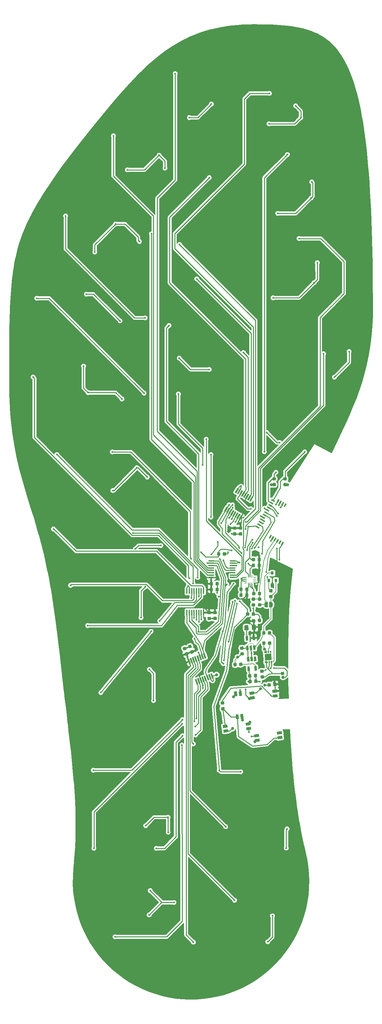
<source format=gbl>
G04 #@! TF.GenerationSoftware,KiCad,Pcbnew,(5.0.0)*
G04 #@! TF.CreationDate,2019-11-05T15:59:09+01:00*
G04 #@! TF.ProjectId,Insole_PCB,496E736F6C655F5043422E6B69636164,rev?*
G04 #@! TF.SameCoordinates,Original*
G04 #@! TF.FileFunction,Copper,L2,Bot,Signal*
G04 #@! TF.FilePolarity,Positive*
%FSLAX46Y46*%
G04 Gerber Fmt 4.6, Leading zero omitted, Abs format (unit mm)*
G04 Created by KiCad (PCBNEW (5.0.0)) date 11/05/19 15:59:09*
%MOMM*%
%LPD*%
G01*
G04 APERTURE LIST*
G04 #@! TA.AperFunction,Conductor*
%ADD10C,0.100000*%
G04 #@! TD*
G04 #@! TA.AperFunction,SMDPad,CuDef*
%ADD11C,0.875000*%
G04 #@! TD*
G04 #@! TA.AperFunction,SMDPad,CuDef*
%ADD12C,0.800000*%
G04 #@! TD*
G04 #@! TA.AperFunction,SMDPad,CuDef*
%ADD13C,1.800000*%
G04 #@! TD*
G04 #@! TA.AperFunction,SMDPad,CuDef*
%ADD14C,0.500000*%
G04 #@! TD*
G04 #@! TA.AperFunction,SMDPad,CuDef*
%ADD15C,0.400000*%
G04 #@! TD*
G04 #@! TA.AperFunction,SMDPad,CuDef*
%ADD16C,0.410000*%
G04 #@! TD*
G04 #@! TA.AperFunction,SMDPad,CuDef*
%ADD17C,0.650000*%
G04 #@! TD*
G04 #@! TA.AperFunction,SMDPad,CuDef*
%ADD18R,0.800000X0.900000*%
G04 #@! TD*
G04 #@! TA.AperFunction,SMDPad,CuDef*
%ADD19C,0.450000*%
G04 #@! TD*
G04 #@! TA.AperFunction,SMDPad,CuDef*
%ADD20R,0.450000X1.500000*%
G04 #@! TD*
G04 #@! TA.AperFunction,SMDPad,CuDef*
%ADD21R,1.500000X0.450000*%
G04 #@! TD*
G04 #@! TA.AperFunction,SMDPad,CuDef*
%ADD22C,1.150000*%
G04 #@! TD*
G04 #@! TA.AperFunction,SMDPad,CuDef*
%ADD23R,0.675000X0.250000*%
G04 #@! TD*
G04 #@! TA.AperFunction,SMDPad,CuDef*
%ADD24R,0.250000X0.675000*%
G04 #@! TD*
G04 #@! TA.AperFunction,ComponentPad*
%ADD25C,0.850000*%
G04 #@! TD*
G04 #@! TA.AperFunction,Conductor*
%ADD26C,0.850000*%
G04 #@! TD*
G04 #@! TA.AperFunction,ViaPad*
%ADD27C,0.500000*%
G04 #@! TD*
G04 #@! TA.AperFunction,ViaPad*
%ADD28C,0.800000*%
G04 #@! TD*
G04 #@! TA.AperFunction,Conductor*
%ADD29C,0.250000*%
G04 #@! TD*
G04 #@! TA.AperFunction,Conductor*
%ADD30C,0.160000*%
G04 #@! TD*
G04 #@! TA.AperFunction,Conductor*
%ADD31C,0.200000*%
G04 #@! TD*
G04 APERTURE END LIST*
D10*
G04 #@! TO.N,+5V*
G04 #@! TO.C,C16*
G36*
X212806818Y-190892753D02*
X212827955Y-190896504D01*
X212848623Y-190902308D01*
X212868622Y-190910111D01*
X212887760Y-190919836D01*
X212905852Y-190931390D01*
X212922725Y-190944661D01*
X212938216Y-190959523D01*
X212952175Y-190975832D01*
X212964469Y-190993430D01*
X212974979Y-191012148D01*
X212983603Y-191031807D01*
X212990259Y-191052216D01*
X212994883Y-191073179D01*
X212997429Y-191094495D01*
X213033179Y-191605747D01*
X213033624Y-191627209D01*
X213031963Y-191648612D01*
X213028212Y-191669749D01*
X213022408Y-191690416D01*
X213014605Y-191710415D01*
X213004880Y-191729553D01*
X212993326Y-191747646D01*
X212980055Y-191764519D01*
X212965193Y-191780010D01*
X212948884Y-191793969D01*
X212931286Y-191806263D01*
X212912568Y-191816773D01*
X212892909Y-191825397D01*
X212872500Y-191832053D01*
X212851537Y-191836677D01*
X212830221Y-191839223D01*
X212393787Y-191869741D01*
X212372325Y-191870186D01*
X212350922Y-191868525D01*
X212329785Y-191864774D01*
X212309117Y-191858970D01*
X212289118Y-191851167D01*
X212269980Y-191841442D01*
X212251888Y-191829888D01*
X212235015Y-191816617D01*
X212219524Y-191801755D01*
X212205565Y-191785446D01*
X212193271Y-191767848D01*
X212182761Y-191749130D01*
X212174137Y-191729471D01*
X212167481Y-191709062D01*
X212162857Y-191688099D01*
X212160311Y-191666783D01*
X212124561Y-191155531D01*
X212124116Y-191134069D01*
X212125777Y-191112666D01*
X212129528Y-191091529D01*
X212135332Y-191070862D01*
X212143135Y-191050863D01*
X212152860Y-191031725D01*
X212164414Y-191013632D01*
X212177685Y-190996759D01*
X212192547Y-190981268D01*
X212208856Y-190967309D01*
X212226454Y-190955015D01*
X212245172Y-190944505D01*
X212264831Y-190935881D01*
X212285240Y-190929225D01*
X212306203Y-190924601D01*
X212327519Y-190922055D01*
X212763953Y-190891537D01*
X212785415Y-190891092D01*
X212806818Y-190892753D01*
X212806818Y-190892753D01*
G37*
D11*
G04 #@! TD*
G04 #@! TO.P,C16,2*
G04 #@! TO.N,+5V*
X212578870Y-191380639D03*
D10*
G04 #@! TO.N,GND*
G04 #@! TO.C,C16*
G36*
X214377982Y-190782887D02*
X214399119Y-190786638D01*
X214419787Y-190792442D01*
X214439786Y-190800245D01*
X214458924Y-190809970D01*
X214477016Y-190821524D01*
X214493889Y-190834795D01*
X214509380Y-190849657D01*
X214523339Y-190865966D01*
X214535633Y-190883564D01*
X214546143Y-190902282D01*
X214554767Y-190921941D01*
X214561423Y-190942350D01*
X214566047Y-190963313D01*
X214568593Y-190984629D01*
X214604343Y-191495881D01*
X214604788Y-191517343D01*
X214603127Y-191538746D01*
X214599376Y-191559883D01*
X214593572Y-191580550D01*
X214585769Y-191600549D01*
X214576044Y-191619687D01*
X214564490Y-191637780D01*
X214551219Y-191654653D01*
X214536357Y-191670144D01*
X214520048Y-191684103D01*
X214502450Y-191696397D01*
X214483732Y-191706907D01*
X214464073Y-191715531D01*
X214443664Y-191722187D01*
X214422701Y-191726811D01*
X214401385Y-191729357D01*
X213964951Y-191759875D01*
X213943489Y-191760320D01*
X213922086Y-191758659D01*
X213900949Y-191754908D01*
X213880281Y-191749104D01*
X213860282Y-191741301D01*
X213841144Y-191731576D01*
X213823052Y-191720022D01*
X213806179Y-191706751D01*
X213790688Y-191691889D01*
X213776729Y-191675580D01*
X213764435Y-191657982D01*
X213753925Y-191639264D01*
X213745301Y-191619605D01*
X213738645Y-191599196D01*
X213734021Y-191578233D01*
X213731475Y-191556917D01*
X213695725Y-191045665D01*
X213695280Y-191024203D01*
X213696941Y-191002800D01*
X213700692Y-190981663D01*
X213706496Y-190960996D01*
X213714299Y-190940997D01*
X213724024Y-190921859D01*
X213735578Y-190903766D01*
X213748849Y-190886893D01*
X213763711Y-190871402D01*
X213780020Y-190857443D01*
X213797618Y-190845149D01*
X213816336Y-190834639D01*
X213835995Y-190826015D01*
X213856404Y-190819359D01*
X213877367Y-190814735D01*
X213898683Y-190812189D01*
X214335117Y-190781671D01*
X214356579Y-190781226D01*
X214377982Y-190782887D01*
X214377982Y-190782887D01*
G37*
D11*
G04 #@! TD*
G04 #@! TO.P,C16,1*
G04 #@! TO.N,GND*
X214150034Y-191270773D03*
D10*
G04 #@! TO.N,+5V*
G04 #@! TO.C,C15*
G36*
X212926237Y-192462687D02*
X212947374Y-192466438D01*
X212968042Y-192472242D01*
X212988041Y-192480045D01*
X213007179Y-192489770D01*
X213025271Y-192501324D01*
X213042144Y-192514595D01*
X213057635Y-192529457D01*
X213071594Y-192545766D01*
X213083888Y-192563364D01*
X213094398Y-192582082D01*
X213103022Y-192601741D01*
X213109678Y-192622150D01*
X213114302Y-192643113D01*
X213116848Y-192664429D01*
X213152598Y-193175681D01*
X213153043Y-193197143D01*
X213151382Y-193218546D01*
X213147631Y-193239683D01*
X213141827Y-193260350D01*
X213134024Y-193280349D01*
X213124299Y-193299487D01*
X213112745Y-193317580D01*
X213099474Y-193334453D01*
X213084612Y-193349944D01*
X213068303Y-193363903D01*
X213050705Y-193376197D01*
X213031987Y-193386707D01*
X213012328Y-193395331D01*
X212991919Y-193401987D01*
X212970956Y-193406611D01*
X212949640Y-193409157D01*
X212513206Y-193439675D01*
X212491744Y-193440120D01*
X212470341Y-193438459D01*
X212449204Y-193434708D01*
X212428536Y-193428904D01*
X212408537Y-193421101D01*
X212389399Y-193411376D01*
X212371307Y-193399822D01*
X212354434Y-193386551D01*
X212338943Y-193371689D01*
X212324984Y-193355380D01*
X212312690Y-193337782D01*
X212302180Y-193319064D01*
X212293556Y-193299405D01*
X212286900Y-193278996D01*
X212282276Y-193258033D01*
X212279730Y-193236717D01*
X212243980Y-192725465D01*
X212243535Y-192704003D01*
X212245196Y-192682600D01*
X212248947Y-192661463D01*
X212254751Y-192640796D01*
X212262554Y-192620797D01*
X212272279Y-192601659D01*
X212283833Y-192583566D01*
X212297104Y-192566693D01*
X212311966Y-192551202D01*
X212328275Y-192537243D01*
X212345873Y-192524949D01*
X212364591Y-192514439D01*
X212384250Y-192505815D01*
X212404659Y-192499159D01*
X212425622Y-192494535D01*
X212446938Y-192491989D01*
X212883372Y-192461471D01*
X212904834Y-192461026D01*
X212926237Y-192462687D01*
X212926237Y-192462687D01*
G37*
D11*
G04 #@! TD*
G04 #@! TO.P,C15,2*
G04 #@! TO.N,+5V*
X212698289Y-192950573D03*
D10*
G04 #@! TO.N,GND*
G04 #@! TO.C,C15*
G36*
X214497401Y-192352821D02*
X214518538Y-192356572D01*
X214539206Y-192362376D01*
X214559205Y-192370179D01*
X214578343Y-192379904D01*
X214596435Y-192391458D01*
X214613308Y-192404729D01*
X214628799Y-192419591D01*
X214642758Y-192435900D01*
X214655052Y-192453498D01*
X214665562Y-192472216D01*
X214674186Y-192491875D01*
X214680842Y-192512284D01*
X214685466Y-192533247D01*
X214688012Y-192554563D01*
X214723762Y-193065815D01*
X214724207Y-193087277D01*
X214722546Y-193108680D01*
X214718795Y-193129817D01*
X214712991Y-193150484D01*
X214705188Y-193170483D01*
X214695463Y-193189621D01*
X214683909Y-193207714D01*
X214670638Y-193224587D01*
X214655776Y-193240078D01*
X214639467Y-193254037D01*
X214621869Y-193266331D01*
X214603151Y-193276841D01*
X214583492Y-193285465D01*
X214563083Y-193292121D01*
X214542120Y-193296745D01*
X214520804Y-193299291D01*
X214084370Y-193329809D01*
X214062908Y-193330254D01*
X214041505Y-193328593D01*
X214020368Y-193324842D01*
X213999700Y-193319038D01*
X213979701Y-193311235D01*
X213960563Y-193301510D01*
X213942471Y-193289956D01*
X213925598Y-193276685D01*
X213910107Y-193261823D01*
X213896148Y-193245514D01*
X213883854Y-193227916D01*
X213873344Y-193209198D01*
X213864720Y-193189539D01*
X213858064Y-193169130D01*
X213853440Y-193148167D01*
X213850894Y-193126851D01*
X213815144Y-192615599D01*
X213814699Y-192594137D01*
X213816360Y-192572734D01*
X213820111Y-192551597D01*
X213825915Y-192530930D01*
X213833718Y-192510931D01*
X213843443Y-192491793D01*
X213854997Y-192473700D01*
X213868268Y-192456827D01*
X213883130Y-192441336D01*
X213899439Y-192427377D01*
X213917037Y-192415083D01*
X213935755Y-192404573D01*
X213955414Y-192395949D01*
X213975823Y-192389293D01*
X213996786Y-192384669D01*
X214018102Y-192382123D01*
X214454536Y-192351605D01*
X214475998Y-192351160D01*
X214497401Y-192352821D01*
X214497401Y-192352821D01*
G37*
D11*
G04 #@! TD*
G04 #@! TO.P,C15,1*
G04 #@! TO.N,GND*
X214269453Y-192840707D03*
D12*
G04 #@! TO.P,U9,4*
G04 #@! TO.N,Net-(J1-Pad4)*
X214620929Y-209009825D03*
D10*
G04 #@! TD*
G04 #@! TO.N,Net-(J1-Pad4)*
G04 #@! TO.C,U9*
G36*
X215217336Y-208533591D02*
X215314832Y-209327628D01*
X214024522Y-209486059D01*
X213927026Y-208692022D01*
X215217336Y-208533591D01*
X215217336Y-208533591D01*
G37*
D12*
G04 #@! TO.P,U9,3*
G04 #@! TO.N,P0.7*
X214464936Y-207739366D03*
D10*
G04 #@! TD*
G04 #@! TO.N,P0.7*
G04 #@! TO.C,U9*
G36*
X215061343Y-207263132D02*
X215158839Y-208057169D01*
X213868529Y-208215600D01*
X213771033Y-207421563D01*
X215061343Y-207263132D01*
X215061343Y-207263132D01*
G37*
D12*
G04 #@! TO.P,U9,2*
G04 #@! TO.N,GND*
X220717977Y-206971589D03*
D10*
G04 #@! TD*
G04 #@! TO.N,GND*
G04 #@! TO.C,U9*
G36*
X221314384Y-206495355D02*
X221411880Y-207289392D01*
X220121570Y-207447823D01*
X220024074Y-206653786D01*
X221314384Y-206495355D01*
X221314384Y-206495355D01*
G37*
D12*
G04 #@! TO.P,U9,1*
G04 #@! TO.N,Net-(R5-Pad1)*
X220873970Y-208242048D03*
D10*
G04 #@! TD*
G04 #@! TO.N,Net-(R5-Pad1)*
G04 #@! TO.C,U9*
G36*
X221470377Y-207765814D02*
X221567873Y-208559851D01*
X220277563Y-208718282D01*
X220180067Y-207924245D01*
X221470377Y-207765814D01*
X221470377Y-207765814D01*
G37*
D12*
G04 #@! TO.P,U8,4*
G04 #@! TO.N,Net-(J1-Pad3)*
X212135299Y-204524948D03*
D10*
G04 #@! TD*
G04 #@! TO.N,Net-(J1-Pad3)*
G04 #@! TO.C,U8*
G36*
X211530671Y-204990700D02*
X211447048Y-204195083D01*
X212739927Y-204059196D01*
X212823550Y-204854813D01*
X211530671Y-204990700D01*
X211530671Y-204990700D01*
G37*
D12*
G04 #@! TO.P,U8,3*
G04 #@! TO.N,P0.6*
X212269095Y-205797936D03*
D10*
G04 #@! TD*
G04 #@! TO.N,P0.6*
G04 #@! TO.C,U8*
G36*
X211664467Y-206263688D02*
X211580844Y-205468071D01*
X212873723Y-205332184D01*
X212957346Y-206127801D01*
X211664467Y-206263688D01*
X211664467Y-206263688D01*
G37*
D12*
G04 #@! TO.P,U8,2*
G04 #@! TO.N,GND*
X206003607Y-206456466D03*
D10*
G04 #@! TD*
G04 #@! TO.N,GND*
G04 #@! TO.C,U8*
G36*
X205398979Y-206922218D02*
X205315356Y-206126601D01*
X206608235Y-205990714D01*
X206691858Y-206786331D01*
X205398979Y-206922218D01*
X205398979Y-206922218D01*
G37*
D12*
G04 #@! TO.P,U8,1*
G04 #@! TO.N,Net-(R5-Pad1)*
X205869811Y-205183478D03*
D10*
G04 #@! TD*
G04 #@! TO.N,Net-(R5-Pad1)*
G04 #@! TO.C,U8*
G36*
X205265183Y-205649230D02*
X205181560Y-204853613D01*
X206474439Y-204717726D01*
X206558062Y-205513343D01*
X205265183Y-205649230D01*
X205265183Y-205649230D01*
G37*
D12*
G04 #@! TO.P,U7,4*
G04 #@! TO.N,Net-(J1-Pad2)*
X208711279Y-196293024D03*
D10*
G04 #@! TD*
G04 #@! TO.N,Net-(J1-Pad2)*
G04 #@! TO.C,U7*
G36*
X209155646Y-196913538D02*
X208357595Y-196969343D01*
X208266912Y-195672510D01*
X209064963Y-195616705D01*
X209155646Y-196913538D01*
X209155646Y-196913538D01*
G37*
D12*
G04 #@! TO.P,U7,3*
G04 #@! TO.N,XRES*
X209988161Y-196203736D03*
D10*
G04 #@! TD*
G04 #@! TO.N,XRES*
G04 #@! TO.C,U7*
G36*
X210432528Y-196824250D02*
X209634477Y-196880055D01*
X209543794Y-195583222D01*
X210341845Y-195527417D01*
X210432528Y-196824250D01*
X210432528Y-196824250D01*
G37*
D12*
G04 #@! TO.P,U7,2*
G04 #@! TO.N,GND*
X210427627Y-202488390D03*
D10*
G04 #@! TD*
G04 #@! TO.N,GND*
G04 #@! TO.C,U7*
G36*
X210871994Y-203108904D02*
X210073943Y-203164709D01*
X209983260Y-201867876D01*
X210781311Y-201812071D01*
X210871994Y-203108904D01*
X210871994Y-203108904D01*
G37*
D12*
G04 #@! TO.P,U7,1*
G04 #@! TO.N,Net-(R5-Pad1)*
X209150745Y-202577678D03*
D10*
G04 #@! TD*
G04 #@! TO.N,Net-(R5-Pad1)*
G04 #@! TO.C,U7*
G36*
X209595112Y-203198192D02*
X208797061Y-203253997D01*
X208706378Y-201957164D01*
X209504429Y-201901359D01*
X209595112Y-203198192D01*
X209595112Y-203198192D01*
G37*
D12*
G04 #@! TO.P,U6,4*
G04 #@! TO.N,+3V3*
X219451687Y-195578602D03*
D10*
G04 #@! TD*
G04 #@! TO.N,+3V3*
G04 #@! TO.C,U6*
G36*
X218839023Y-196033731D02*
X218769298Y-195236775D01*
X220064351Y-195123473D01*
X220134076Y-195920429D01*
X218839023Y-196033731D01*
X218839023Y-196033731D01*
G37*
D12*
G04 #@! TO.P,U6,3*
G04 #@! TO.N,Net-(R5-Pad2)*
X219563246Y-196853731D03*
D10*
G04 #@! TD*
G04 #@! TO.N,Net-(R5-Pad2)*
G04 #@! TO.C,U6*
G36*
X218950582Y-197308860D02*
X218880857Y-196511904D01*
X220175910Y-196398602D01*
X220245635Y-197195558D01*
X218950582Y-197308860D01*
X218950582Y-197308860D01*
G37*
D12*
G04 #@! TO.P,U6,2*
G04 #@! TO.N,+5V*
X213287219Y-197402812D03*
D10*
G04 #@! TD*
G04 #@! TO.N,+5V*
G04 #@! TO.C,U6*
G36*
X212674555Y-197857941D02*
X212604830Y-197060985D01*
X213899883Y-196947683D01*
X213969608Y-197744639D01*
X212674555Y-197857941D01*
X212674555Y-197857941D01*
G37*
D12*
G04 #@! TO.P,U6,1*
G04 #@! TO.N,Net-(R11-Pad1)*
X213175660Y-196127683D03*
D10*
G04 #@! TD*
G04 #@! TO.N,Net-(R11-Pad1)*
G04 #@! TO.C,U6*
G36*
X212562996Y-196582812D02*
X212493271Y-195785856D01*
X213788324Y-195672554D01*
X213858049Y-196469510D01*
X212562996Y-196582812D01*
X212562996Y-196582812D01*
G37*
D13*
G04 #@! TO.P,U5,7*
G04 #@! TO.N,N/C*
X217619453Y-186240707D03*
D10*
G04 #@! TD*
G04 #@! TO.N,N/C*
G04 #@! TO.C,U5*
G36*
X218580041Y-187075734D02*
X216784426Y-187201295D01*
X216658865Y-185405680D01*
X218454480Y-185280119D01*
X218580041Y-187075734D01*
X218580041Y-187075734D01*
G37*
D14*
G04 #@! TO.P,U5,6*
G04 #@! TO.N,GND*
X216927741Y-184935780D03*
D10*
G04 #@! TD*
G04 #@! TO.N,GND*
G04 #@! TO.C,U5*
G36*
X217319267Y-185159012D02*
X216571094Y-185211330D01*
X216536215Y-184712548D01*
X217284388Y-184660230D01*
X217319267Y-185159012D01*
X217319267Y-185159012D01*
G37*
D15*
G04 #@! TO.P,U5,5*
G04 #@! TO.N,Net-(R10-Pad1)*
X217700853Y-184881718D03*
D10*
G04 #@! TD*
G04 #@! TO.N,Net-(R10-Pad1)*
G04 #@! TO.C,U5*
G36*
X217518779Y-185145060D02*
X217483901Y-184646278D01*
X217882927Y-184618376D01*
X217917805Y-185117158D01*
X217518779Y-185145060D01*
X217518779Y-185145060D01*
G37*
D15*
G04 #@! TO.P,U5,4*
G04 #@! TO.N,N/C*
X218299391Y-184839865D03*
D10*
G04 #@! TD*
G04 #@! TO.N,N/C*
G04 #@! TO.C,U5*
G36*
X218117317Y-185103207D02*
X218082439Y-184604425D01*
X218481465Y-184576523D01*
X218516343Y-185075305D01*
X218117317Y-185103207D01*
X218117317Y-185103207D01*
G37*
D15*
G04 #@! TO.P,U5,3*
G04 #@! TO.N,Net-(C1-Pad1)*
X218487734Y-187533287D03*
D10*
G04 #@! TD*
G04 #@! TO.N,Net-(C1-Pad1)*
G04 #@! TO.C,U5*
G36*
X218305660Y-187796629D02*
X218270782Y-187297847D01*
X218669808Y-187269945D01*
X218704686Y-187768727D01*
X218305660Y-187796629D01*
X218305660Y-187796629D01*
G37*
D15*
G04 #@! TO.P,U5,2*
G04 #@! TO.N,-BATT*
X217889200Y-187575141D03*
D10*
G04 #@! TD*
G04 #@! TO.N,-BATT*
G04 #@! TO.C,U5*
G36*
X217707126Y-187838483D02*
X217672248Y-187339701D01*
X218071274Y-187311799D01*
X218106152Y-187810581D01*
X217707126Y-187838483D01*
X217707126Y-187838483D01*
G37*
D14*
G04 #@! TO.P,U5,1*
G04 #@! TO.N,-BATT*
X217116083Y-187629203D03*
D10*
G04 #@! TD*
G04 #@! TO.N,-BATT*
G04 #@! TO.C,U5*
G36*
X217507609Y-187852435D02*
X216759436Y-187904753D01*
X216724557Y-187405971D01*
X217472730Y-187353653D01*
X217507609Y-187852435D01*
X217507609Y-187852435D01*
G37*
D16*
G04 #@! TO.P,U4,1*
G04 #@! TO.N,GND*
X221498624Y-155224833D03*
D10*
G04 #@! TD*
G04 #@! TO.N,GND*
G04 #@! TO.C,U4*
G36*
X221571089Y-154689320D02*
X221926159Y-154894320D01*
X221426159Y-155760346D01*
X221071089Y-155555346D01*
X221571089Y-154689320D01*
X221571089Y-154689320D01*
G37*
D16*
G04 #@! TO.P,U4,2*
G04 #@! TO.N,N/C*
X220831785Y-154839833D03*
D10*
G04 #@! TD*
G04 #@! TO.N,N/C*
G04 #@! TO.C,U4*
G36*
X220904250Y-154304320D02*
X221259320Y-154509320D01*
X220759320Y-155375346D01*
X220404250Y-155170346D01*
X220904250Y-154304320D01*
X220904250Y-154304320D01*
G37*
D16*
G04 #@! TO.P,U4,3*
G04 #@! TO.N,Enable_Batt_Lvl*
X220173605Y-154459833D03*
D10*
G04 #@! TD*
G04 #@! TO.N,Enable_Batt_Lvl*
G04 #@! TO.C,U4*
G36*
X220246070Y-153924320D02*
X220601140Y-154129320D01*
X220101140Y-154995346D01*
X219746070Y-154790346D01*
X220246070Y-153924320D01*
X220246070Y-153924320D01*
G37*
D16*
G04 #@! TO.P,U4,4*
G04 #@! TO.N,Analog_Batt_Lvl*
X219515426Y-154079833D03*
D10*
G04 #@! TD*
G04 #@! TO.N,Analog_Batt_Lvl*
G04 #@! TO.C,U4*
G36*
X219587891Y-153544320D02*
X219942961Y-153749320D01*
X219442961Y-154615346D01*
X219087891Y-154410346D01*
X219587891Y-153544320D01*
X219587891Y-153544320D01*
G37*
D16*
G04 #@! TO.P,U4,5*
G04 #@! TO.N,Net-(L1-Pad2)*
X218857247Y-153699833D03*
D10*
G04 #@! TD*
G04 #@! TO.N,Net-(L1-Pad2)*
G04 #@! TO.C,U4*
G36*
X218929712Y-153164320D02*
X219284782Y-153369320D01*
X218784782Y-154235346D01*
X218429712Y-154030346D01*
X218929712Y-153164320D01*
X218929712Y-153164320D01*
G37*
D16*
G04 #@! TO.P,U4,7*
G04 #@! TO.N,/MUX_E*
X214758819Y-150698519D03*
D10*
G04 #@! TD*
G04 #@! TO.N,/MUX_E*
G04 #@! TO.C,U4*
G36*
X214223306Y-150626054D02*
X214428306Y-150270984D01*
X215294332Y-150770984D01*
X215089332Y-151126054D01*
X214223306Y-150626054D01*
X214223306Y-150626054D01*
G37*
D16*
G04 #@! TO.P,U4,8*
G04 #@! TO.N,P0.7*
X215138819Y-150040340D03*
D10*
G04 #@! TD*
G04 #@! TO.N,P0.7*
G04 #@! TO.C,U4*
G36*
X214603306Y-149967875D02*
X214808306Y-149612805D01*
X215674332Y-150112805D01*
X215469332Y-150467875D01*
X214603306Y-149967875D01*
X214603306Y-149967875D01*
G37*
D16*
G04 #@! TO.P,U4,9*
G04 #@! TO.N,Net-(R2-Pad2)*
X215523819Y-149373501D03*
D10*
G04 #@! TD*
G04 #@! TO.N,Net-(R2-Pad2)*
G04 #@! TO.C,U4*
G36*
X214988306Y-149301036D02*
X215193306Y-148945966D01*
X216059332Y-149445966D01*
X215854332Y-149801036D01*
X214988306Y-149301036D01*
X214988306Y-149301036D01*
G37*
D16*
G04 #@! TO.P,U4,10*
G04 #@! TO.N,Net-(R3-Pad2)*
X215903819Y-148715321D03*
D10*
G04 #@! TD*
G04 #@! TO.N,Net-(R3-Pad2)*
G04 #@! TO.C,U4*
G36*
X215368306Y-148642856D02*
X215573306Y-148287786D01*
X216439332Y-148787786D01*
X216234332Y-149142856D01*
X215368306Y-148642856D01*
X215368306Y-148642856D01*
G37*
D16*
G04 #@! TO.P,U4,11*
G04 #@! TO.N,GND*
X216283819Y-148057142D03*
D10*
G04 #@! TD*
G04 #@! TO.N,GND*
G04 #@! TO.C,U4*
G36*
X215748306Y-147984677D02*
X215953306Y-147629607D01*
X216819332Y-148129607D01*
X216614332Y-148484677D01*
X215748306Y-147984677D01*
X215748306Y-147984677D01*
G37*
D16*
G04 #@! TO.P,U4,12*
G04 #@! TO.N,P0.6*
X216663819Y-147398963D03*
D10*
G04 #@! TD*
G04 #@! TO.N,P0.6*
G04 #@! TO.C,U4*
G36*
X216128306Y-147326498D02*
X216333306Y-146971428D01*
X217199332Y-147471428D01*
X216994332Y-147826498D01*
X216128306Y-147326498D01*
X216128306Y-147326498D01*
G37*
D16*
G04 #@! TO.P,U4,13*
G04 #@! TO.N,/U4_Data*
X217043819Y-146740782D03*
D10*
G04 #@! TD*
G04 #@! TO.N,/U4_Data*
G04 #@! TO.C,U4*
G36*
X216508306Y-146668317D02*
X216713306Y-146313247D01*
X217579332Y-146813247D01*
X217374332Y-147168317D01*
X216508306Y-146668317D01*
X216508306Y-146668317D01*
G37*
D16*
G04 #@! TO.P,U4,14*
G04 #@! TO.N,Net-(L2-Pad2)*
X217428819Y-146073944D03*
D10*
G04 #@! TD*
G04 #@! TO.N,Net-(L2-Pad2)*
G04 #@! TO.C,U4*
G36*
X216893306Y-146001479D02*
X217098306Y-145646409D01*
X217964332Y-146146409D01*
X217759332Y-146501479D01*
X216893306Y-146001479D01*
X216893306Y-146001479D01*
G37*
D16*
G04 #@! TO.P,U4,15*
G04 #@! TO.N,XRES*
X217808819Y-145415764D03*
D10*
G04 #@! TD*
G04 #@! TO.N,XRES*
G04 #@! TO.C,U4*
G36*
X217273306Y-145343299D02*
X217478306Y-144988229D01*
X218344332Y-145488229D01*
X218139332Y-145843299D01*
X217273306Y-145343299D01*
X217273306Y-145343299D01*
G37*
D16*
G04 #@! TO.P,U4,16*
G04 #@! TO.N,/U3_Data*
X218188819Y-144757585D03*
D10*
G04 #@! TD*
G04 #@! TO.N,/U3_Data*
G04 #@! TO.C,U4*
G36*
X217653306Y-144685120D02*
X217858306Y-144330050D01*
X218724332Y-144830050D01*
X218519332Y-145185120D01*
X217653306Y-144685120D01*
X217653306Y-144685120D01*
G37*
D16*
G04 #@! TO.P,U4,17*
G04 #@! TO.N,/U2_Data*
X218568819Y-144099406D03*
D10*
G04 #@! TD*
G04 #@! TO.N,/U2_Data*
G04 #@! TO.C,U4*
G36*
X218033306Y-144026941D02*
X218238306Y-143671871D01*
X219104332Y-144171871D01*
X218899332Y-144526941D01*
X218033306Y-144026941D01*
X218033306Y-144026941D01*
G37*
D16*
G04 #@! TO.P,U4,18*
G04 #@! TO.N,/U1_Data*
X218948819Y-143441227D03*
D10*
G04 #@! TD*
G04 #@! TO.N,/U1_Data*
G04 #@! TO.C,U4*
G36*
X218413306Y-143368762D02*
X218618306Y-143013692D01*
X219484332Y-143513692D01*
X219279332Y-143868762D01*
X218413306Y-143368762D01*
X218413306Y-143368762D01*
G37*
D16*
G04 #@! TO.P,U4,19*
G04 #@! TO.N,/S0*
X220302690Y-143576252D03*
D10*
G04 #@! TD*
G04 #@! TO.N,/S0*
G04 #@! TO.C,U4*
G36*
X220375155Y-143040739D02*
X220730225Y-143245739D01*
X220230225Y-144111765D01*
X219875155Y-143906765D01*
X220375155Y-143040739D01*
X220375155Y-143040739D01*
G37*
D16*
G04 #@! TO.P,U4,20*
G04 #@! TO.N,/S1*
X220960869Y-143956252D03*
D10*
G04 #@! TD*
G04 #@! TO.N,/S1*
G04 #@! TO.C,U4*
G36*
X221033334Y-143420739D02*
X221388404Y-143625739D01*
X220888404Y-144491765D01*
X220533334Y-144286765D01*
X221033334Y-143420739D01*
X221033334Y-143420739D01*
G37*
D16*
G04 #@! TO.P,U4,21*
G04 #@! TO.N,/S2*
X221619049Y-144336252D03*
D10*
G04 #@! TD*
G04 #@! TO.N,/S2*
G04 #@! TO.C,U4*
G36*
X221691514Y-143800739D02*
X222046584Y-144005739D01*
X221546584Y-144871765D01*
X221191514Y-144666765D01*
X221691514Y-143800739D01*
X221691514Y-143800739D01*
G37*
D16*
G04 #@! TO.P,U4,22*
G04 #@! TO.N,N/C*
X222277228Y-144716252D03*
D10*
G04 #@! TD*
G04 #@! TO.N,N/C*
G04 #@! TO.C,U4*
G36*
X222349693Y-144180739D02*
X222704763Y-144385739D01*
X222204763Y-145251765D01*
X221849693Y-145046765D01*
X222349693Y-144180739D01*
X222349693Y-144180739D01*
G37*
D16*
G04 #@! TO.P,U4,6*
G04 #@! TO.N,N/C*
X218199068Y-153319833D03*
D10*
G04 #@! TD*
G04 #@! TO.N,N/C*
G04 #@! TO.C,U4*
G36*
X218271533Y-152784320D02*
X218626603Y-152989320D01*
X218126603Y-153855346D01*
X217771533Y-153650346D01*
X218271533Y-152784320D01*
X218271533Y-152784320D01*
G37*
D17*
G04 #@! TO.P,U3,5*
G04 #@! TO.N,Net-(L3-Pad1)*
X211802195Y-181132221D03*
D10*
G04 #@! TD*
G04 #@! TO.N,Net-(L3-Pad1)*
G04 #@! TO.C,U3*
G36*
X212158675Y-181724376D02*
X211509565Y-181758394D01*
X211445715Y-180540066D01*
X212094825Y-180506048D01*
X212158675Y-181724376D01*
X212158675Y-181724376D01*
G37*
D17*
G04 #@! TO.P,U3,4*
G04 #@! TO.N,+3V3*
X213699591Y-181032783D03*
D10*
G04 #@! TD*
G04 #@! TO.N,+3V3*
G04 #@! TO.C,U3*
G36*
X214056071Y-181624938D02*
X213406961Y-181658956D01*
X213343111Y-180440628D01*
X213992221Y-180406610D01*
X214056071Y-181624938D01*
X214056071Y-181624938D01*
G37*
D17*
G04 #@! TO.P,U3,3*
G04 #@! TO.N,+BATT*
X213836711Y-183649193D03*
D10*
G04 #@! TD*
G04 #@! TO.N,+BATT*
G04 #@! TO.C,U3*
G36*
X214193191Y-184241348D02*
X213544081Y-184275366D01*
X213480231Y-183057038D01*
X214129341Y-183023020D01*
X214193191Y-184241348D01*
X214193191Y-184241348D01*
G37*
D17*
G04 #@! TO.P,U3,2*
G04 #@! TO.N,GND*
X212888013Y-183698912D03*
D10*
G04 #@! TD*
G04 #@! TO.N,GND*
G04 #@! TO.C,U3*
G36*
X213244493Y-184291067D02*
X212595383Y-184325085D01*
X212531533Y-183106757D01*
X213180643Y-183072739D01*
X213244493Y-184291067D01*
X213244493Y-184291067D01*
G37*
D17*
G04 #@! TO.P,U3,1*
G04 #@! TO.N,+BATT*
X211939315Y-183748631D03*
D10*
G04 #@! TD*
G04 #@! TO.N,+BATT*
G04 #@! TO.C,U3*
G36*
X212295795Y-184340786D02*
X211646685Y-184374804D01*
X211582835Y-183156476D01*
X212231945Y-183122458D01*
X212295795Y-184340786D01*
X212295795Y-184340786D01*
G37*
D17*
G04 #@! TO.P,U1,5*
G04 #@! TO.N,Net-(R1-Pad1)*
X214186711Y-189349193D03*
D10*
G04 #@! TD*
G04 #@! TO.N,Net-(R1-Pad1)*
G04 #@! TO.C,U1*
G36*
X213830231Y-188757038D02*
X214479341Y-188723020D01*
X214543191Y-189941348D01*
X213894081Y-189975366D01*
X213830231Y-188757038D01*
X213830231Y-188757038D01*
G37*
D17*
G04 #@! TO.P,U1,4*
G04 #@! TO.N,+5V*
X212289315Y-189448631D03*
D10*
G04 #@! TD*
G04 #@! TO.N,+5V*
G04 #@! TO.C,U1*
G36*
X211932835Y-188856476D02*
X212581945Y-188822458D01*
X212645795Y-190040786D01*
X211996685Y-190074804D01*
X211932835Y-188856476D01*
X211932835Y-188856476D01*
G37*
D17*
G04 #@! TO.P,U1,3*
G04 #@! TO.N,+BATT*
X212152195Y-186832221D03*
D10*
G04 #@! TD*
G04 #@! TO.N,+BATT*
G04 #@! TO.C,U1*
G36*
X211795715Y-186240066D02*
X212444825Y-186206048D01*
X212508675Y-187424376D01*
X211859565Y-187458394D01*
X211795715Y-186240066D01*
X211795715Y-186240066D01*
G37*
D17*
G04 #@! TO.P,U1,2*
G04 #@! TO.N,GND*
X213100893Y-186782502D03*
D10*
G04 #@! TD*
G04 #@! TO.N,GND*
G04 #@! TO.C,U1*
G36*
X212744413Y-186190347D02*
X213393523Y-186156329D01*
X213457373Y-187374657D01*
X212808263Y-187408675D01*
X212744413Y-186190347D01*
X212744413Y-186190347D01*
G37*
D17*
G04 #@! TO.P,U1,1*
G04 #@! TO.N,N/C*
X214049591Y-186732783D03*
D10*
G04 #@! TD*
G04 #@! TO.N,N/C*
G04 #@! TO.C,U1*
G36*
X213693111Y-186140628D02*
X214342221Y-186106610D01*
X214406071Y-187324938D01*
X213756961Y-187358956D01*
X213693111Y-186140628D01*
X213693111Y-186140628D01*
G37*
G04 #@! TO.N,Enable_Batt_Lvl*
G04 #@! TO.C,R14*
G36*
X218647144Y-167679260D02*
X218668379Y-167682410D01*
X218689203Y-167687626D01*
X218709415Y-167694858D01*
X218728821Y-167704037D01*
X218747234Y-167715073D01*
X218764477Y-167727861D01*
X218780383Y-167742277D01*
X218794799Y-167758183D01*
X218807587Y-167775426D01*
X218818623Y-167793839D01*
X218827802Y-167813245D01*
X218835034Y-167833457D01*
X218840250Y-167854281D01*
X218843400Y-167875516D01*
X218844453Y-167896957D01*
X218844453Y-168334457D01*
X218843400Y-168355898D01*
X218840250Y-168377133D01*
X218835034Y-168397957D01*
X218827802Y-168418169D01*
X218818623Y-168437575D01*
X218807587Y-168455988D01*
X218794799Y-168473231D01*
X218780383Y-168489137D01*
X218764477Y-168503553D01*
X218747234Y-168516341D01*
X218728821Y-168527377D01*
X218709415Y-168536556D01*
X218689203Y-168543788D01*
X218668379Y-168549004D01*
X218647144Y-168552154D01*
X218625703Y-168553207D01*
X218113203Y-168553207D01*
X218091762Y-168552154D01*
X218070527Y-168549004D01*
X218049703Y-168543788D01*
X218029491Y-168536556D01*
X218010085Y-168527377D01*
X217991672Y-168516341D01*
X217974429Y-168503553D01*
X217958523Y-168489137D01*
X217944107Y-168473231D01*
X217931319Y-168455988D01*
X217920283Y-168437575D01*
X217911104Y-168418169D01*
X217903872Y-168397957D01*
X217898656Y-168377133D01*
X217895506Y-168355898D01*
X217894453Y-168334457D01*
X217894453Y-167896957D01*
X217895506Y-167875516D01*
X217898656Y-167854281D01*
X217903872Y-167833457D01*
X217911104Y-167813245D01*
X217920283Y-167793839D01*
X217931319Y-167775426D01*
X217944107Y-167758183D01*
X217958523Y-167742277D01*
X217974429Y-167727861D01*
X217991672Y-167715073D01*
X218010085Y-167704037D01*
X218029491Y-167694858D01*
X218049703Y-167687626D01*
X218070527Y-167682410D01*
X218091762Y-167679260D01*
X218113203Y-167678207D01*
X218625703Y-167678207D01*
X218647144Y-167679260D01*
X218647144Y-167679260D01*
G37*
D11*
G04 #@! TD*
G04 #@! TO.P,R14,2*
G04 #@! TO.N,Enable_Batt_Lvl*
X218369453Y-168115707D03*
D10*
G04 #@! TO.N,+BATT*
G04 #@! TO.C,R14*
G36*
X218647144Y-169254260D02*
X218668379Y-169257410D01*
X218689203Y-169262626D01*
X218709415Y-169269858D01*
X218728821Y-169279037D01*
X218747234Y-169290073D01*
X218764477Y-169302861D01*
X218780383Y-169317277D01*
X218794799Y-169333183D01*
X218807587Y-169350426D01*
X218818623Y-169368839D01*
X218827802Y-169388245D01*
X218835034Y-169408457D01*
X218840250Y-169429281D01*
X218843400Y-169450516D01*
X218844453Y-169471957D01*
X218844453Y-169909457D01*
X218843400Y-169930898D01*
X218840250Y-169952133D01*
X218835034Y-169972957D01*
X218827802Y-169993169D01*
X218818623Y-170012575D01*
X218807587Y-170030988D01*
X218794799Y-170048231D01*
X218780383Y-170064137D01*
X218764477Y-170078553D01*
X218747234Y-170091341D01*
X218728821Y-170102377D01*
X218709415Y-170111556D01*
X218689203Y-170118788D01*
X218668379Y-170124004D01*
X218647144Y-170127154D01*
X218625703Y-170128207D01*
X218113203Y-170128207D01*
X218091762Y-170127154D01*
X218070527Y-170124004D01*
X218049703Y-170118788D01*
X218029491Y-170111556D01*
X218010085Y-170102377D01*
X217991672Y-170091341D01*
X217974429Y-170078553D01*
X217958523Y-170064137D01*
X217944107Y-170048231D01*
X217931319Y-170030988D01*
X217920283Y-170012575D01*
X217911104Y-169993169D01*
X217903872Y-169972957D01*
X217898656Y-169952133D01*
X217895506Y-169930898D01*
X217894453Y-169909457D01*
X217894453Y-169471957D01*
X217895506Y-169450516D01*
X217898656Y-169429281D01*
X217903872Y-169408457D01*
X217911104Y-169388245D01*
X217920283Y-169368839D01*
X217931319Y-169350426D01*
X217944107Y-169333183D01*
X217958523Y-169317277D01*
X217974429Y-169302861D01*
X217991672Y-169290073D01*
X218010085Y-169279037D01*
X218029491Y-169269858D01*
X218049703Y-169262626D01*
X218070527Y-169257410D01*
X218091762Y-169254260D01*
X218113203Y-169253207D01*
X218625703Y-169253207D01*
X218647144Y-169254260D01*
X218647144Y-169254260D01*
G37*
D11*
G04 #@! TD*
G04 #@! TO.P,R14,1*
G04 #@! TO.N,+BATT*
X218369453Y-169690707D03*
D10*
G04 #@! TO.N,GND*
G04 #@! TO.C,R13*
G36*
X213847144Y-171541760D02*
X213868379Y-171544910D01*
X213889203Y-171550126D01*
X213909415Y-171557358D01*
X213928821Y-171566537D01*
X213947234Y-171577573D01*
X213964477Y-171590361D01*
X213980383Y-171604777D01*
X213994799Y-171620683D01*
X214007587Y-171637926D01*
X214018623Y-171656339D01*
X214027802Y-171675745D01*
X214035034Y-171695957D01*
X214040250Y-171716781D01*
X214043400Y-171738016D01*
X214044453Y-171759457D01*
X214044453Y-172196957D01*
X214043400Y-172218398D01*
X214040250Y-172239633D01*
X214035034Y-172260457D01*
X214027802Y-172280669D01*
X214018623Y-172300075D01*
X214007587Y-172318488D01*
X213994799Y-172335731D01*
X213980383Y-172351637D01*
X213964477Y-172366053D01*
X213947234Y-172378841D01*
X213928821Y-172389877D01*
X213909415Y-172399056D01*
X213889203Y-172406288D01*
X213868379Y-172411504D01*
X213847144Y-172414654D01*
X213825703Y-172415707D01*
X213313203Y-172415707D01*
X213291762Y-172414654D01*
X213270527Y-172411504D01*
X213249703Y-172406288D01*
X213229491Y-172399056D01*
X213210085Y-172389877D01*
X213191672Y-172378841D01*
X213174429Y-172366053D01*
X213158523Y-172351637D01*
X213144107Y-172335731D01*
X213131319Y-172318488D01*
X213120283Y-172300075D01*
X213111104Y-172280669D01*
X213103872Y-172260457D01*
X213098656Y-172239633D01*
X213095506Y-172218398D01*
X213094453Y-172196957D01*
X213094453Y-171759457D01*
X213095506Y-171738016D01*
X213098656Y-171716781D01*
X213103872Y-171695957D01*
X213111104Y-171675745D01*
X213120283Y-171656339D01*
X213131319Y-171637926D01*
X213144107Y-171620683D01*
X213158523Y-171604777D01*
X213174429Y-171590361D01*
X213191672Y-171577573D01*
X213210085Y-171566537D01*
X213229491Y-171557358D01*
X213249703Y-171550126D01*
X213270527Y-171544910D01*
X213291762Y-171541760D01*
X213313203Y-171540707D01*
X213825703Y-171540707D01*
X213847144Y-171541760D01*
X213847144Y-171541760D01*
G37*
D11*
G04 #@! TD*
G04 #@! TO.P,R13,2*
G04 #@! TO.N,GND*
X213569453Y-171978207D03*
D10*
G04 #@! TO.N,Analog_Batt_Lvl*
G04 #@! TO.C,R13*
G36*
X213847144Y-169966760D02*
X213868379Y-169969910D01*
X213889203Y-169975126D01*
X213909415Y-169982358D01*
X213928821Y-169991537D01*
X213947234Y-170002573D01*
X213964477Y-170015361D01*
X213980383Y-170029777D01*
X213994799Y-170045683D01*
X214007587Y-170062926D01*
X214018623Y-170081339D01*
X214027802Y-170100745D01*
X214035034Y-170120957D01*
X214040250Y-170141781D01*
X214043400Y-170163016D01*
X214044453Y-170184457D01*
X214044453Y-170621957D01*
X214043400Y-170643398D01*
X214040250Y-170664633D01*
X214035034Y-170685457D01*
X214027802Y-170705669D01*
X214018623Y-170725075D01*
X214007587Y-170743488D01*
X213994799Y-170760731D01*
X213980383Y-170776637D01*
X213964477Y-170791053D01*
X213947234Y-170803841D01*
X213928821Y-170814877D01*
X213909415Y-170824056D01*
X213889203Y-170831288D01*
X213868379Y-170836504D01*
X213847144Y-170839654D01*
X213825703Y-170840707D01*
X213313203Y-170840707D01*
X213291762Y-170839654D01*
X213270527Y-170836504D01*
X213249703Y-170831288D01*
X213229491Y-170824056D01*
X213210085Y-170814877D01*
X213191672Y-170803841D01*
X213174429Y-170791053D01*
X213158523Y-170776637D01*
X213144107Y-170760731D01*
X213131319Y-170743488D01*
X213120283Y-170725075D01*
X213111104Y-170705669D01*
X213103872Y-170685457D01*
X213098656Y-170664633D01*
X213095506Y-170643398D01*
X213094453Y-170621957D01*
X213094453Y-170184457D01*
X213095506Y-170163016D01*
X213098656Y-170141781D01*
X213103872Y-170120957D01*
X213111104Y-170100745D01*
X213120283Y-170081339D01*
X213131319Y-170062926D01*
X213144107Y-170045683D01*
X213158523Y-170029777D01*
X213174429Y-170015361D01*
X213191672Y-170002573D01*
X213210085Y-169991537D01*
X213229491Y-169982358D01*
X213249703Y-169975126D01*
X213270527Y-169969910D01*
X213291762Y-169966760D01*
X213313203Y-169965707D01*
X213825703Y-169965707D01*
X213847144Y-169966760D01*
X213847144Y-169966760D01*
G37*
D11*
G04 #@! TD*
G04 #@! TO.P,R13,1*
G04 #@! TO.N,Analog_Batt_Lvl*
X213569453Y-170403207D03*
D10*
G04 #@! TO.N,Analog_Batt_Lvl*
G04 #@! TO.C,R12*
G36*
X215547144Y-169954260D02*
X215568379Y-169957410D01*
X215589203Y-169962626D01*
X215609415Y-169969858D01*
X215628821Y-169979037D01*
X215647234Y-169990073D01*
X215664477Y-170002861D01*
X215680383Y-170017277D01*
X215694799Y-170033183D01*
X215707587Y-170050426D01*
X215718623Y-170068839D01*
X215727802Y-170088245D01*
X215735034Y-170108457D01*
X215740250Y-170129281D01*
X215743400Y-170150516D01*
X215744453Y-170171957D01*
X215744453Y-170609457D01*
X215743400Y-170630898D01*
X215740250Y-170652133D01*
X215735034Y-170672957D01*
X215727802Y-170693169D01*
X215718623Y-170712575D01*
X215707587Y-170730988D01*
X215694799Y-170748231D01*
X215680383Y-170764137D01*
X215664477Y-170778553D01*
X215647234Y-170791341D01*
X215628821Y-170802377D01*
X215609415Y-170811556D01*
X215589203Y-170818788D01*
X215568379Y-170824004D01*
X215547144Y-170827154D01*
X215525703Y-170828207D01*
X215013203Y-170828207D01*
X214991762Y-170827154D01*
X214970527Y-170824004D01*
X214949703Y-170818788D01*
X214929491Y-170811556D01*
X214910085Y-170802377D01*
X214891672Y-170791341D01*
X214874429Y-170778553D01*
X214858523Y-170764137D01*
X214844107Y-170748231D01*
X214831319Y-170730988D01*
X214820283Y-170712575D01*
X214811104Y-170693169D01*
X214803872Y-170672957D01*
X214798656Y-170652133D01*
X214795506Y-170630898D01*
X214794453Y-170609457D01*
X214794453Y-170171957D01*
X214795506Y-170150516D01*
X214798656Y-170129281D01*
X214803872Y-170108457D01*
X214811104Y-170088245D01*
X214820283Y-170068839D01*
X214831319Y-170050426D01*
X214844107Y-170033183D01*
X214858523Y-170017277D01*
X214874429Y-170002861D01*
X214891672Y-169990073D01*
X214910085Y-169979037D01*
X214929491Y-169969858D01*
X214949703Y-169962626D01*
X214970527Y-169957410D01*
X214991762Y-169954260D01*
X215013203Y-169953207D01*
X215525703Y-169953207D01*
X215547144Y-169954260D01*
X215547144Y-169954260D01*
G37*
D11*
G04 #@! TD*
G04 #@! TO.P,R12,2*
G04 #@! TO.N,Analog_Batt_Lvl*
X215269453Y-170390707D03*
D10*
G04 #@! TO.N,Net-(JP1-Pad1)*
G04 #@! TO.C,R12*
G36*
X215547144Y-171529260D02*
X215568379Y-171532410D01*
X215589203Y-171537626D01*
X215609415Y-171544858D01*
X215628821Y-171554037D01*
X215647234Y-171565073D01*
X215664477Y-171577861D01*
X215680383Y-171592277D01*
X215694799Y-171608183D01*
X215707587Y-171625426D01*
X215718623Y-171643839D01*
X215727802Y-171663245D01*
X215735034Y-171683457D01*
X215740250Y-171704281D01*
X215743400Y-171725516D01*
X215744453Y-171746957D01*
X215744453Y-172184457D01*
X215743400Y-172205898D01*
X215740250Y-172227133D01*
X215735034Y-172247957D01*
X215727802Y-172268169D01*
X215718623Y-172287575D01*
X215707587Y-172305988D01*
X215694799Y-172323231D01*
X215680383Y-172339137D01*
X215664477Y-172353553D01*
X215647234Y-172366341D01*
X215628821Y-172377377D01*
X215609415Y-172386556D01*
X215589203Y-172393788D01*
X215568379Y-172399004D01*
X215547144Y-172402154D01*
X215525703Y-172403207D01*
X215013203Y-172403207D01*
X214991762Y-172402154D01*
X214970527Y-172399004D01*
X214949703Y-172393788D01*
X214929491Y-172386556D01*
X214910085Y-172377377D01*
X214891672Y-172366341D01*
X214874429Y-172353553D01*
X214858523Y-172339137D01*
X214844107Y-172323231D01*
X214831319Y-172305988D01*
X214820283Y-172287575D01*
X214811104Y-172268169D01*
X214803872Y-172247957D01*
X214798656Y-172227133D01*
X214795506Y-172205898D01*
X214794453Y-172184457D01*
X214794453Y-171746957D01*
X214795506Y-171725516D01*
X214798656Y-171704281D01*
X214803872Y-171683457D01*
X214811104Y-171663245D01*
X214820283Y-171643839D01*
X214831319Y-171625426D01*
X214844107Y-171608183D01*
X214858523Y-171592277D01*
X214874429Y-171577861D01*
X214891672Y-171565073D01*
X214910085Y-171554037D01*
X214929491Y-171544858D01*
X214949703Y-171537626D01*
X214970527Y-171532410D01*
X214991762Y-171529260D01*
X215013203Y-171528207D01*
X215525703Y-171528207D01*
X215547144Y-171529260D01*
X215547144Y-171529260D01*
G37*
D11*
G04 #@! TD*
G04 #@! TO.P,R12,1*
G04 #@! TO.N,Net-(JP1-Pad1)*
X215269453Y-171965707D03*
D10*
G04 #@! TO.N,+3V3*
G04 #@! TO.C,R11*
G36*
X219688852Y-193230282D02*
X219710051Y-193233664D01*
X219730817Y-193239107D01*
X219750949Y-193246559D01*
X219770254Y-193255948D01*
X219788545Y-193267185D01*
X219805647Y-193280160D01*
X219821395Y-193294749D01*
X219835637Y-193310811D01*
X219848236Y-193328193D01*
X219859071Y-193346725D01*
X219868037Y-193366230D01*
X219875048Y-193386520D01*
X219880037Y-193407399D01*
X219882955Y-193428667D01*
X219927622Y-193939217D01*
X219928441Y-193960668D01*
X219927154Y-193982097D01*
X219923772Y-194003296D01*
X219918330Y-194024062D01*
X219910877Y-194044194D01*
X219901488Y-194063498D01*
X219890251Y-194081790D01*
X219877276Y-194098892D01*
X219862687Y-194114640D01*
X219846625Y-194128882D01*
X219829244Y-194141481D01*
X219810711Y-194152316D01*
X219791206Y-194161282D01*
X219770916Y-194168293D01*
X219750037Y-194173282D01*
X219728769Y-194176200D01*
X219292934Y-194214330D01*
X219271483Y-194215149D01*
X219250054Y-194213862D01*
X219228855Y-194210480D01*
X219208089Y-194205037D01*
X219187957Y-194197585D01*
X219168652Y-194188196D01*
X219150361Y-194176959D01*
X219133259Y-194163984D01*
X219117511Y-194149395D01*
X219103269Y-194133333D01*
X219090670Y-194115951D01*
X219079835Y-194097419D01*
X219070869Y-194077914D01*
X219063858Y-194057624D01*
X219058869Y-194036745D01*
X219055951Y-194015477D01*
X219011284Y-193504927D01*
X219010465Y-193483476D01*
X219011752Y-193462047D01*
X219015134Y-193440848D01*
X219020576Y-193420082D01*
X219028029Y-193399950D01*
X219037418Y-193380646D01*
X219048655Y-193362354D01*
X219061630Y-193345252D01*
X219076219Y-193329504D01*
X219092281Y-193315262D01*
X219109662Y-193302663D01*
X219128195Y-193291828D01*
X219147700Y-193282862D01*
X219167990Y-193275851D01*
X219188869Y-193270862D01*
X219210137Y-193267944D01*
X219645972Y-193229814D01*
X219667423Y-193228995D01*
X219688852Y-193230282D01*
X219688852Y-193230282D01*
G37*
D11*
G04 #@! TD*
G04 #@! TO.P,R11,2*
G04 #@! TO.N,+3V3*
X219469453Y-193722072D03*
D10*
G04 #@! TO.N,Net-(R11-Pad1)*
G04 #@! TO.C,R11*
G36*
X218119846Y-193367552D02*
X218141045Y-193370934D01*
X218161811Y-193376377D01*
X218181943Y-193383829D01*
X218201248Y-193393218D01*
X218219539Y-193404455D01*
X218236641Y-193417430D01*
X218252389Y-193432019D01*
X218266631Y-193448081D01*
X218279230Y-193465463D01*
X218290065Y-193483995D01*
X218299031Y-193503500D01*
X218306042Y-193523790D01*
X218311031Y-193544669D01*
X218313949Y-193565937D01*
X218358616Y-194076487D01*
X218359435Y-194097938D01*
X218358148Y-194119367D01*
X218354766Y-194140566D01*
X218349324Y-194161332D01*
X218341871Y-194181464D01*
X218332482Y-194200768D01*
X218321245Y-194219060D01*
X218308270Y-194236162D01*
X218293681Y-194251910D01*
X218277619Y-194266152D01*
X218260238Y-194278751D01*
X218241705Y-194289586D01*
X218222200Y-194298552D01*
X218201910Y-194305563D01*
X218181031Y-194310552D01*
X218159763Y-194313470D01*
X217723928Y-194351600D01*
X217702477Y-194352419D01*
X217681048Y-194351132D01*
X217659849Y-194347750D01*
X217639083Y-194342307D01*
X217618951Y-194334855D01*
X217599646Y-194325466D01*
X217581355Y-194314229D01*
X217564253Y-194301254D01*
X217548505Y-194286665D01*
X217534263Y-194270603D01*
X217521664Y-194253221D01*
X217510829Y-194234689D01*
X217501863Y-194215184D01*
X217494852Y-194194894D01*
X217489863Y-194174015D01*
X217486945Y-194152747D01*
X217442278Y-193642197D01*
X217441459Y-193620746D01*
X217442746Y-193599317D01*
X217446128Y-193578118D01*
X217451570Y-193557352D01*
X217459023Y-193537220D01*
X217468412Y-193517916D01*
X217479649Y-193499624D01*
X217492624Y-193482522D01*
X217507213Y-193466774D01*
X217523275Y-193452532D01*
X217540656Y-193439933D01*
X217559189Y-193429098D01*
X217578694Y-193420132D01*
X217598984Y-193413121D01*
X217619863Y-193408132D01*
X217641131Y-193405214D01*
X218076966Y-193367084D01*
X218098417Y-193366265D01*
X218119846Y-193367552D01*
X218119846Y-193367552D01*
G37*
D11*
G04 #@! TD*
G04 #@! TO.P,R11,1*
G04 #@! TO.N,Net-(R11-Pad1)*
X217900447Y-193859342D03*
D10*
G04 #@! TO.N,GND*
G04 #@! TO.C,R10*
G36*
X216687644Y-181958760D02*
X216708879Y-181961910D01*
X216729703Y-181967126D01*
X216749915Y-181974358D01*
X216769321Y-181983537D01*
X216787734Y-181994573D01*
X216804977Y-182007361D01*
X216820883Y-182021777D01*
X216835299Y-182037683D01*
X216848087Y-182054926D01*
X216859123Y-182073339D01*
X216868302Y-182092745D01*
X216875534Y-182112957D01*
X216880750Y-182133781D01*
X216883900Y-182155016D01*
X216884953Y-182176457D01*
X216884953Y-182688957D01*
X216883900Y-182710398D01*
X216880750Y-182731633D01*
X216875534Y-182752457D01*
X216868302Y-182772669D01*
X216859123Y-182792075D01*
X216848087Y-182810488D01*
X216835299Y-182827731D01*
X216820883Y-182843637D01*
X216804977Y-182858053D01*
X216787734Y-182870841D01*
X216769321Y-182881877D01*
X216749915Y-182891056D01*
X216729703Y-182898288D01*
X216708879Y-182903504D01*
X216687644Y-182906654D01*
X216666203Y-182907707D01*
X216228703Y-182907707D01*
X216207262Y-182906654D01*
X216186027Y-182903504D01*
X216165203Y-182898288D01*
X216144991Y-182891056D01*
X216125585Y-182881877D01*
X216107172Y-182870841D01*
X216089929Y-182858053D01*
X216074023Y-182843637D01*
X216059607Y-182827731D01*
X216046819Y-182810488D01*
X216035783Y-182792075D01*
X216026604Y-182772669D01*
X216019372Y-182752457D01*
X216014156Y-182731633D01*
X216011006Y-182710398D01*
X216009953Y-182688957D01*
X216009953Y-182176457D01*
X216011006Y-182155016D01*
X216014156Y-182133781D01*
X216019372Y-182112957D01*
X216026604Y-182092745D01*
X216035783Y-182073339D01*
X216046819Y-182054926D01*
X216059607Y-182037683D01*
X216074023Y-182021777D01*
X216089929Y-182007361D01*
X216107172Y-181994573D01*
X216125585Y-181983537D01*
X216144991Y-181974358D01*
X216165203Y-181967126D01*
X216186027Y-181961910D01*
X216207262Y-181958760D01*
X216228703Y-181957707D01*
X216666203Y-181957707D01*
X216687644Y-181958760D01*
X216687644Y-181958760D01*
G37*
D11*
G04 #@! TD*
G04 #@! TO.P,R10,2*
G04 #@! TO.N,GND*
X216447453Y-182432707D03*
D10*
G04 #@! TO.N,Net-(R10-Pad1)*
G04 #@! TO.C,R10*
G36*
X218262644Y-181958760D02*
X218283879Y-181961910D01*
X218304703Y-181967126D01*
X218324915Y-181974358D01*
X218344321Y-181983537D01*
X218362734Y-181994573D01*
X218379977Y-182007361D01*
X218395883Y-182021777D01*
X218410299Y-182037683D01*
X218423087Y-182054926D01*
X218434123Y-182073339D01*
X218443302Y-182092745D01*
X218450534Y-182112957D01*
X218455750Y-182133781D01*
X218458900Y-182155016D01*
X218459953Y-182176457D01*
X218459953Y-182688957D01*
X218458900Y-182710398D01*
X218455750Y-182731633D01*
X218450534Y-182752457D01*
X218443302Y-182772669D01*
X218434123Y-182792075D01*
X218423087Y-182810488D01*
X218410299Y-182827731D01*
X218395883Y-182843637D01*
X218379977Y-182858053D01*
X218362734Y-182870841D01*
X218344321Y-182881877D01*
X218324915Y-182891056D01*
X218304703Y-182898288D01*
X218283879Y-182903504D01*
X218262644Y-182906654D01*
X218241203Y-182907707D01*
X217803703Y-182907707D01*
X217782262Y-182906654D01*
X217761027Y-182903504D01*
X217740203Y-182898288D01*
X217719991Y-182891056D01*
X217700585Y-182881877D01*
X217682172Y-182870841D01*
X217664929Y-182858053D01*
X217649023Y-182843637D01*
X217634607Y-182827731D01*
X217621819Y-182810488D01*
X217610783Y-182792075D01*
X217601604Y-182772669D01*
X217594372Y-182752457D01*
X217589156Y-182731633D01*
X217586006Y-182710398D01*
X217584953Y-182688957D01*
X217584953Y-182176457D01*
X217586006Y-182155016D01*
X217589156Y-182133781D01*
X217594372Y-182112957D01*
X217601604Y-182092745D01*
X217610783Y-182073339D01*
X217621819Y-182054926D01*
X217634607Y-182037683D01*
X217649023Y-182021777D01*
X217664929Y-182007361D01*
X217682172Y-181994573D01*
X217700585Y-181983537D01*
X217719991Y-181974358D01*
X217740203Y-181967126D01*
X217761027Y-181961910D01*
X217782262Y-181958760D01*
X217803703Y-181957707D01*
X218241203Y-181957707D01*
X218262644Y-181958760D01*
X218262644Y-181958760D01*
G37*
D11*
G04 #@! TD*
G04 #@! TO.P,R10,1*
G04 #@! TO.N,Net-(R10-Pad1)*
X218022453Y-182432707D03*
D10*
G04 #@! TO.N,/U1_Data*
G04 #@! TO.C,R9*
G36*
X222547144Y-137066760D02*
X222568379Y-137069910D01*
X222589203Y-137075126D01*
X222609415Y-137082358D01*
X222628821Y-137091537D01*
X222647234Y-137102573D01*
X222664477Y-137115361D01*
X222680383Y-137129777D01*
X222694799Y-137145683D01*
X222707587Y-137162926D01*
X222718623Y-137181339D01*
X222727802Y-137200745D01*
X222735034Y-137220957D01*
X222740250Y-137241781D01*
X222743400Y-137263016D01*
X222744453Y-137284457D01*
X222744453Y-137721957D01*
X222743400Y-137743398D01*
X222740250Y-137764633D01*
X222735034Y-137785457D01*
X222727802Y-137805669D01*
X222718623Y-137825075D01*
X222707587Y-137843488D01*
X222694799Y-137860731D01*
X222680383Y-137876637D01*
X222664477Y-137891053D01*
X222647234Y-137903841D01*
X222628821Y-137914877D01*
X222609415Y-137924056D01*
X222589203Y-137931288D01*
X222568379Y-137936504D01*
X222547144Y-137939654D01*
X222525703Y-137940707D01*
X222013203Y-137940707D01*
X221991762Y-137939654D01*
X221970527Y-137936504D01*
X221949703Y-137931288D01*
X221929491Y-137924056D01*
X221910085Y-137914877D01*
X221891672Y-137903841D01*
X221874429Y-137891053D01*
X221858523Y-137876637D01*
X221844107Y-137860731D01*
X221831319Y-137843488D01*
X221820283Y-137825075D01*
X221811104Y-137805669D01*
X221803872Y-137785457D01*
X221798656Y-137764633D01*
X221795506Y-137743398D01*
X221794453Y-137721957D01*
X221794453Y-137284457D01*
X221795506Y-137263016D01*
X221798656Y-137241781D01*
X221803872Y-137220957D01*
X221811104Y-137200745D01*
X221820283Y-137181339D01*
X221831319Y-137162926D01*
X221844107Y-137145683D01*
X221858523Y-137129777D01*
X221874429Y-137115361D01*
X221891672Y-137102573D01*
X221910085Y-137091537D01*
X221929491Y-137082358D01*
X221949703Y-137075126D01*
X221970527Y-137069910D01*
X221991762Y-137066760D01*
X222013203Y-137065707D01*
X222525703Y-137065707D01*
X222547144Y-137066760D01*
X222547144Y-137066760D01*
G37*
D11*
G04 #@! TD*
G04 #@! TO.P,R9,2*
G04 #@! TO.N,/U1_Data*
X222269453Y-137503207D03*
D10*
G04 #@! TO.N,GND*
G04 #@! TO.C,R9*
G36*
X222547144Y-138641760D02*
X222568379Y-138644910D01*
X222589203Y-138650126D01*
X222609415Y-138657358D01*
X222628821Y-138666537D01*
X222647234Y-138677573D01*
X222664477Y-138690361D01*
X222680383Y-138704777D01*
X222694799Y-138720683D01*
X222707587Y-138737926D01*
X222718623Y-138756339D01*
X222727802Y-138775745D01*
X222735034Y-138795957D01*
X222740250Y-138816781D01*
X222743400Y-138838016D01*
X222744453Y-138859457D01*
X222744453Y-139296957D01*
X222743400Y-139318398D01*
X222740250Y-139339633D01*
X222735034Y-139360457D01*
X222727802Y-139380669D01*
X222718623Y-139400075D01*
X222707587Y-139418488D01*
X222694799Y-139435731D01*
X222680383Y-139451637D01*
X222664477Y-139466053D01*
X222647234Y-139478841D01*
X222628821Y-139489877D01*
X222609415Y-139499056D01*
X222589203Y-139506288D01*
X222568379Y-139511504D01*
X222547144Y-139514654D01*
X222525703Y-139515707D01*
X222013203Y-139515707D01*
X221991762Y-139514654D01*
X221970527Y-139511504D01*
X221949703Y-139506288D01*
X221929491Y-139499056D01*
X221910085Y-139489877D01*
X221891672Y-139478841D01*
X221874429Y-139466053D01*
X221858523Y-139451637D01*
X221844107Y-139435731D01*
X221831319Y-139418488D01*
X221820283Y-139400075D01*
X221811104Y-139380669D01*
X221803872Y-139360457D01*
X221798656Y-139339633D01*
X221795506Y-139318398D01*
X221794453Y-139296957D01*
X221794453Y-138859457D01*
X221795506Y-138838016D01*
X221798656Y-138816781D01*
X221803872Y-138795957D01*
X221811104Y-138775745D01*
X221820283Y-138756339D01*
X221831319Y-138737926D01*
X221844107Y-138720683D01*
X221858523Y-138704777D01*
X221874429Y-138690361D01*
X221891672Y-138677573D01*
X221910085Y-138666537D01*
X221929491Y-138657358D01*
X221949703Y-138650126D01*
X221970527Y-138644910D01*
X221991762Y-138641760D01*
X222013203Y-138640707D01*
X222525703Y-138640707D01*
X222547144Y-138641760D01*
X222547144Y-138641760D01*
G37*
D11*
G04 #@! TD*
G04 #@! TO.P,R9,1*
G04 #@! TO.N,GND*
X222269453Y-139078207D03*
D10*
G04 #@! TO.N,/U2_Data*
G04 #@! TO.C,R8*
G36*
X219547144Y-137054260D02*
X219568379Y-137057410D01*
X219589203Y-137062626D01*
X219609415Y-137069858D01*
X219628821Y-137079037D01*
X219647234Y-137090073D01*
X219664477Y-137102861D01*
X219680383Y-137117277D01*
X219694799Y-137133183D01*
X219707587Y-137150426D01*
X219718623Y-137168839D01*
X219727802Y-137188245D01*
X219735034Y-137208457D01*
X219740250Y-137229281D01*
X219743400Y-137250516D01*
X219744453Y-137271957D01*
X219744453Y-137709457D01*
X219743400Y-137730898D01*
X219740250Y-137752133D01*
X219735034Y-137772957D01*
X219727802Y-137793169D01*
X219718623Y-137812575D01*
X219707587Y-137830988D01*
X219694799Y-137848231D01*
X219680383Y-137864137D01*
X219664477Y-137878553D01*
X219647234Y-137891341D01*
X219628821Y-137902377D01*
X219609415Y-137911556D01*
X219589203Y-137918788D01*
X219568379Y-137924004D01*
X219547144Y-137927154D01*
X219525703Y-137928207D01*
X219013203Y-137928207D01*
X218991762Y-137927154D01*
X218970527Y-137924004D01*
X218949703Y-137918788D01*
X218929491Y-137911556D01*
X218910085Y-137902377D01*
X218891672Y-137891341D01*
X218874429Y-137878553D01*
X218858523Y-137864137D01*
X218844107Y-137848231D01*
X218831319Y-137830988D01*
X218820283Y-137812575D01*
X218811104Y-137793169D01*
X218803872Y-137772957D01*
X218798656Y-137752133D01*
X218795506Y-137730898D01*
X218794453Y-137709457D01*
X218794453Y-137271957D01*
X218795506Y-137250516D01*
X218798656Y-137229281D01*
X218803872Y-137208457D01*
X218811104Y-137188245D01*
X218820283Y-137168839D01*
X218831319Y-137150426D01*
X218844107Y-137133183D01*
X218858523Y-137117277D01*
X218874429Y-137102861D01*
X218891672Y-137090073D01*
X218910085Y-137079037D01*
X218929491Y-137069858D01*
X218949703Y-137062626D01*
X218970527Y-137057410D01*
X218991762Y-137054260D01*
X219013203Y-137053207D01*
X219525703Y-137053207D01*
X219547144Y-137054260D01*
X219547144Y-137054260D01*
G37*
D11*
G04 #@! TD*
G04 #@! TO.P,R8,2*
G04 #@! TO.N,/U2_Data*
X219269453Y-137490707D03*
D10*
G04 #@! TO.N,GND*
G04 #@! TO.C,R8*
G36*
X219547144Y-138629260D02*
X219568379Y-138632410D01*
X219589203Y-138637626D01*
X219609415Y-138644858D01*
X219628821Y-138654037D01*
X219647234Y-138665073D01*
X219664477Y-138677861D01*
X219680383Y-138692277D01*
X219694799Y-138708183D01*
X219707587Y-138725426D01*
X219718623Y-138743839D01*
X219727802Y-138763245D01*
X219735034Y-138783457D01*
X219740250Y-138804281D01*
X219743400Y-138825516D01*
X219744453Y-138846957D01*
X219744453Y-139284457D01*
X219743400Y-139305898D01*
X219740250Y-139327133D01*
X219735034Y-139347957D01*
X219727802Y-139368169D01*
X219718623Y-139387575D01*
X219707587Y-139405988D01*
X219694799Y-139423231D01*
X219680383Y-139439137D01*
X219664477Y-139453553D01*
X219647234Y-139466341D01*
X219628821Y-139477377D01*
X219609415Y-139486556D01*
X219589203Y-139493788D01*
X219568379Y-139499004D01*
X219547144Y-139502154D01*
X219525703Y-139503207D01*
X219013203Y-139503207D01*
X218991762Y-139502154D01*
X218970527Y-139499004D01*
X218949703Y-139493788D01*
X218929491Y-139486556D01*
X218910085Y-139477377D01*
X218891672Y-139466341D01*
X218874429Y-139453553D01*
X218858523Y-139439137D01*
X218844107Y-139423231D01*
X218831319Y-139405988D01*
X218820283Y-139387575D01*
X218811104Y-139368169D01*
X218803872Y-139347957D01*
X218798656Y-139327133D01*
X218795506Y-139305898D01*
X218794453Y-139284457D01*
X218794453Y-138846957D01*
X218795506Y-138825516D01*
X218798656Y-138804281D01*
X218803872Y-138783457D01*
X218811104Y-138763245D01*
X218820283Y-138743839D01*
X218831319Y-138725426D01*
X218844107Y-138708183D01*
X218858523Y-138692277D01*
X218874429Y-138677861D01*
X218891672Y-138665073D01*
X218910085Y-138654037D01*
X218929491Y-138644858D01*
X218949703Y-138637626D01*
X218970527Y-138632410D01*
X218991762Y-138629260D01*
X219013203Y-138628207D01*
X219525703Y-138628207D01*
X219547144Y-138629260D01*
X219547144Y-138629260D01*
G37*
D11*
G04 #@! TD*
G04 #@! TO.P,R8,1*
G04 #@! TO.N,GND*
X219269453Y-139065707D03*
D10*
G04 #@! TO.N,/U3_Data*
G04 #@! TO.C,R7*
G36*
X204322144Y-157566760D02*
X204343379Y-157569910D01*
X204364203Y-157575126D01*
X204384415Y-157582358D01*
X204403821Y-157591537D01*
X204422234Y-157602573D01*
X204439477Y-157615361D01*
X204455383Y-157629777D01*
X204469799Y-157645683D01*
X204482587Y-157662926D01*
X204493623Y-157681339D01*
X204502802Y-157700745D01*
X204510034Y-157720957D01*
X204515250Y-157741781D01*
X204518400Y-157763016D01*
X204519453Y-157784457D01*
X204519453Y-158296957D01*
X204518400Y-158318398D01*
X204515250Y-158339633D01*
X204510034Y-158360457D01*
X204502802Y-158380669D01*
X204493623Y-158400075D01*
X204482587Y-158418488D01*
X204469799Y-158435731D01*
X204455383Y-158451637D01*
X204439477Y-158466053D01*
X204422234Y-158478841D01*
X204403821Y-158489877D01*
X204384415Y-158499056D01*
X204364203Y-158506288D01*
X204343379Y-158511504D01*
X204322144Y-158514654D01*
X204300703Y-158515707D01*
X203863203Y-158515707D01*
X203841762Y-158514654D01*
X203820527Y-158511504D01*
X203799703Y-158506288D01*
X203779491Y-158499056D01*
X203760085Y-158489877D01*
X203741672Y-158478841D01*
X203724429Y-158466053D01*
X203708523Y-158451637D01*
X203694107Y-158435731D01*
X203681319Y-158418488D01*
X203670283Y-158400075D01*
X203661104Y-158380669D01*
X203653872Y-158360457D01*
X203648656Y-158339633D01*
X203645506Y-158318398D01*
X203644453Y-158296957D01*
X203644453Y-157784457D01*
X203645506Y-157763016D01*
X203648656Y-157741781D01*
X203653872Y-157720957D01*
X203661104Y-157700745D01*
X203670283Y-157681339D01*
X203681319Y-157662926D01*
X203694107Y-157645683D01*
X203708523Y-157629777D01*
X203724429Y-157615361D01*
X203741672Y-157602573D01*
X203760085Y-157591537D01*
X203779491Y-157582358D01*
X203799703Y-157575126D01*
X203820527Y-157569910D01*
X203841762Y-157566760D01*
X203863203Y-157565707D01*
X204300703Y-157565707D01*
X204322144Y-157566760D01*
X204322144Y-157566760D01*
G37*
D11*
G04 #@! TD*
G04 #@! TO.P,R7,2*
G04 #@! TO.N,/U3_Data*
X204081953Y-158040707D03*
D10*
G04 #@! TO.N,GND*
G04 #@! TO.C,R7*
G36*
X205897144Y-157566760D02*
X205918379Y-157569910D01*
X205939203Y-157575126D01*
X205959415Y-157582358D01*
X205978821Y-157591537D01*
X205997234Y-157602573D01*
X206014477Y-157615361D01*
X206030383Y-157629777D01*
X206044799Y-157645683D01*
X206057587Y-157662926D01*
X206068623Y-157681339D01*
X206077802Y-157700745D01*
X206085034Y-157720957D01*
X206090250Y-157741781D01*
X206093400Y-157763016D01*
X206094453Y-157784457D01*
X206094453Y-158296957D01*
X206093400Y-158318398D01*
X206090250Y-158339633D01*
X206085034Y-158360457D01*
X206077802Y-158380669D01*
X206068623Y-158400075D01*
X206057587Y-158418488D01*
X206044799Y-158435731D01*
X206030383Y-158451637D01*
X206014477Y-158466053D01*
X205997234Y-158478841D01*
X205978821Y-158489877D01*
X205959415Y-158499056D01*
X205939203Y-158506288D01*
X205918379Y-158511504D01*
X205897144Y-158514654D01*
X205875703Y-158515707D01*
X205438203Y-158515707D01*
X205416762Y-158514654D01*
X205395527Y-158511504D01*
X205374703Y-158506288D01*
X205354491Y-158499056D01*
X205335085Y-158489877D01*
X205316672Y-158478841D01*
X205299429Y-158466053D01*
X205283523Y-158451637D01*
X205269107Y-158435731D01*
X205256319Y-158418488D01*
X205245283Y-158400075D01*
X205236104Y-158380669D01*
X205228872Y-158360457D01*
X205223656Y-158339633D01*
X205220506Y-158318398D01*
X205219453Y-158296957D01*
X205219453Y-157784457D01*
X205220506Y-157763016D01*
X205223656Y-157741781D01*
X205228872Y-157720957D01*
X205236104Y-157700745D01*
X205245283Y-157681339D01*
X205256319Y-157662926D01*
X205269107Y-157645683D01*
X205283523Y-157629777D01*
X205299429Y-157615361D01*
X205316672Y-157602573D01*
X205335085Y-157591537D01*
X205354491Y-157582358D01*
X205374703Y-157575126D01*
X205395527Y-157569910D01*
X205416762Y-157566760D01*
X205438203Y-157565707D01*
X205875703Y-157565707D01*
X205897144Y-157566760D01*
X205897144Y-157566760D01*
G37*
D11*
G04 #@! TD*
G04 #@! TO.P,R7,1*
G04 #@! TO.N,GND*
X205656953Y-158040707D03*
D10*
G04 #@! TO.N,/U4_Data*
G04 #@! TO.C,R6*
G36*
X212234644Y-174016760D02*
X212255879Y-174019910D01*
X212276703Y-174025126D01*
X212296915Y-174032358D01*
X212316321Y-174041537D01*
X212334734Y-174052573D01*
X212351977Y-174065361D01*
X212367883Y-174079777D01*
X212382299Y-174095683D01*
X212395087Y-174112926D01*
X212406123Y-174131339D01*
X212415302Y-174150745D01*
X212422534Y-174170957D01*
X212427750Y-174191781D01*
X212430900Y-174213016D01*
X212431953Y-174234457D01*
X212431953Y-174746957D01*
X212430900Y-174768398D01*
X212427750Y-174789633D01*
X212422534Y-174810457D01*
X212415302Y-174830669D01*
X212406123Y-174850075D01*
X212395087Y-174868488D01*
X212382299Y-174885731D01*
X212367883Y-174901637D01*
X212351977Y-174916053D01*
X212334734Y-174928841D01*
X212316321Y-174939877D01*
X212296915Y-174949056D01*
X212276703Y-174956288D01*
X212255879Y-174961504D01*
X212234644Y-174964654D01*
X212213203Y-174965707D01*
X211775703Y-174965707D01*
X211754262Y-174964654D01*
X211733027Y-174961504D01*
X211712203Y-174956288D01*
X211691991Y-174949056D01*
X211672585Y-174939877D01*
X211654172Y-174928841D01*
X211636929Y-174916053D01*
X211621023Y-174901637D01*
X211606607Y-174885731D01*
X211593819Y-174868488D01*
X211582783Y-174850075D01*
X211573604Y-174830669D01*
X211566372Y-174810457D01*
X211561156Y-174789633D01*
X211558006Y-174768398D01*
X211556953Y-174746957D01*
X211556953Y-174234457D01*
X211558006Y-174213016D01*
X211561156Y-174191781D01*
X211566372Y-174170957D01*
X211573604Y-174150745D01*
X211582783Y-174131339D01*
X211593819Y-174112926D01*
X211606607Y-174095683D01*
X211621023Y-174079777D01*
X211636929Y-174065361D01*
X211654172Y-174052573D01*
X211672585Y-174041537D01*
X211691991Y-174032358D01*
X211712203Y-174025126D01*
X211733027Y-174019910D01*
X211754262Y-174016760D01*
X211775703Y-174015707D01*
X212213203Y-174015707D01*
X212234644Y-174016760D01*
X212234644Y-174016760D01*
G37*
D11*
G04 #@! TD*
G04 #@! TO.P,R6,2*
G04 #@! TO.N,/U4_Data*
X211994453Y-174490707D03*
D10*
G04 #@! TO.N,GND*
G04 #@! TO.C,R6*
G36*
X213809644Y-174016760D02*
X213830879Y-174019910D01*
X213851703Y-174025126D01*
X213871915Y-174032358D01*
X213891321Y-174041537D01*
X213909734Y-174052573D01*
X213926977Y-174065361D01*
X213942883Y-174079777D01*
X213957299Y-174095683D01*
X213970087Y-174112926D01*
X213981123Y-174131339D01*
X213990302Y-174150745D01*
X213997534Y-174170957D01*
X214002750Y-174191781D01*
X214005900Y-174213016D01*
X214006953Y-174234457D01*
X214006953Y-174746957D01*
X214005900Y-174768398D01*
X214002750Y-174789633D01*
X213997534Y-174810457D01*
X213990302Y-174830669D01*
X213981123Y-174850075D01*
X213970087Y-174868488D01*
X213957299Y-174885731D01*
X213942883Y-174901637D01*
X213926977Y-174916053D01*
X213909734Y-174928841D01*
X213891321Y-174939877D01*
X213871915Y-174949056D01*
X213851703Y-174956288D01*
X213830879Y-174961504D01*
X213809644Y-174964654D01*
X213788203Y-174965707D01*
X213350703Y-174965707D01*
X213329262Y-174964654D01*
X213308027Y-174961504D01*
X213287203Y-174956288D01*
X213266991Y-174949056D01*
X213247585Y-174939877D01*
X213229172Y-174928841D01*
X213211929Y-174916053D01*
X213196023Y-174901637D01*
X213181607Y-174885731D01*
X213168819Y-174868488D01*
X213157783Y-174850075D01*
X213148604Y-174830669D01*
X213141372Y-174810457D01*
X213136156Y-174789633D01*
X213133006Y-174768398D01*
X213131953Y-174746957D01*
X213131953Y-174234457D01*
X213133006Y-174213016D01*
X213136156Y-174191781D01*
X213141372Y-174170957D01*
X213148604Y-174150745D01*
X213157783Y-174131339D01*
X213168819Y-174112926D01*
X213181607Y-174095683D01*
X213196023Y-174079777D01*
X213211929Y-174065361D01*
X213229172Y-174052573D01*
X213247585Y-174041537D01*
X213266991Y-174032358D01*
X213287203Y-174025126D01*
X213308027Y-174019910D01*
X213329262Y-174016760D01*
X213350703Y-174015707D01*
X213788203Y-174015707D01*
X213809644Y-174016760D01*
X213809644Y-174016760D01*
G37*
D11*
G04 #@! TD*
G04 #@! TO.P,R6,1*
G04 #@! TO.N,GND*
X213569453Y-174490707D03*
D10*
G04 #@! TO.N,Net-(R5-Pad2)*
G04 #@! TO.C,R5*
G36*
X205382493Y-198352032D02*
X205403630Y-198355783D01*
X205424297Y-198361587D01*
X205444296Y-198369390D01*
X205463434Y-198379115D01*
X205481527Y-198390669D01*
X205498400Y-198403940D01*
X205513891Y-198418802D01*
X205527850Y-198435111D01*
X205540144Y-198452709D01*
X205550654Y-198471427D01*
X205559278Y-198491086D01*
X205565934Y-198511495D01*
X205570558Y-198532458D01*
X205573104Y-198553774D01*
X205603622Y-198990208D01*
X205604067Y-199011670D01*
X205602406Y-199033073D01*
X205598655Y-199054210D01*
X205592851Y-199074878D01*
X205585048Y-199094877D01*
X205575323Y-199114015D01*
X205563769Y-199132107D01*
X205550498Y-199148980D01*
X205535636Y-199164471D01*
X205519327Y-199178430D01*
X205501729Y-199190724D01*
X205483011Y-199201234D01*
X205463352Y-199209858D01*
X205442943Y-199216514D01*
X205421980Y-199221138D01*
X205400664Y-199223684D01*
X204889412Y-199259434D01*
X204867950Y-199259879D01*
X204846547Y-199258218D01*
X204825410Y-199254467D01*
X204804743Y-199248663D01*
X204784744Y-199240860D01*
X204765606Y-199231135D01*
X204747513Y-199219581D01*
X204730640Y-199206310D01*
X204715149Y-199191448D01*
X204701190Y-199175139D01*
X204688896Y-199157541D01*
X204678386Y-199138823D01*
X204669762Y-199119164D01*
X204663106Y-199098755D01*
X204658482Y-199077792D01*
X204655936Y-199056476D01*
X204625418Y-198620042D01*
X204624973Y-198598580D01*
X204626634Y-198577177D01*
X204630385Y-198556040D01*
X204636189Y-198535372D01*
X204643992Y-198515373D01*
X204653717Y-198496235D01*
X204665271Y-198478143D01*
X204678542Y-198461270D01*
X204693404Y-198445779D01*
X204709713Y-198431820D01*
X204727311Y-198419526D01*
X204746029Y-198409016D01*
X204765688Y-198400392D01*
X204786097Y-198393736D01*
X204807060Y-198389112D01*
X204828376Y-198386566D01*
X205339628Y-198350816D01*
X205361090Y-198350371D01*
X205382493Y-198352032D01*
X205382493Y-198352032D01*
G37*
D11*
G04 #@! TD*
G04 #@! TO.P,R5,2*
G04 #@! TO.N,Net-(R5-Pad2)*
X205114520Y-198805125D03*
D10*
G04 #@! TO.N,Net-(R5-Pad1)*
G04 #@! TO.C,R5*
G36*
X205492359Y-199923196D02*
X205513496Y-199926947D01*
X205534163Y-199932751D01*
X205554162Y-199940554D01*
X205573300Y-199950279D01*
X205591393Y-199961833D01*
X205608266Y-199975104D01*
X205623757Y-199989966D01*
X205637716Y-200006275D01*
X205650010Y-200023873D01*
X205660520Y-200042591D01*
X205669144Y-200062250D01*
X205675800Y-200082659D01*
X205680424Y-200103622D01*
X205682970Y-200124938D01*
X205713488Y-200561372D01*
X205713933Y-200582834D01*
X205712272Y-200604237D01*
X205708521Y-200625374D01*
X205702717Y-200646042D01*
X205694914Y-200666041D01*
X205685189Y-200685179D01*
X205673635Y-200703271D01*
X205660364Y-200720144D01*
X205645502Y-200735635D01*
X205629193Y-200749594D01*
X205611595Y-200761888D01*
X205592877Y-200772398D01*
X205573218Y-200781022D01*
X205552809Y-200787678D01*
X205531846Y-200792302D01*
X205510530Y-200794848D01*
X204999278Y-200830598D01*
X204977816Y-200831043D01*
X204956413Y-200829382D01*
X204935276Y-200825631D01*
X204914609Y-200819827D01*
X204894610Y-200812024D01*
X204875472Y-200802299D01*
X204857379Y-200790745D01*
X204840506Y-200777474D01*
X204825015Y-200762612D01*
X204811056Y-200746303D01*
X204798762Y-200728705D01*
X204788252Y-200709987D01*
X204779628Y-200690328D01*
X204772972Y-200669919D01*
X204768348Y-200648956D01*
X204765802Y-200627640D01*
X204735284Y-200191206D01*
X204734839Y-200169744D01*
X204736500Y-200148341D01*
X204740251Y-200127204D01*
X204746055Y-200106536D01*
X204753858Y-200086537D01*
X204763583Y-200067399D01*
X204775137Y-200049307D01*
X204788408Y-200032434D01*
X204803270Y-200016943D01*
X204819579Y-200002984D01*
X204837177Y-199990690D01*
X204855895Y-199980180D01*
X204875554Y-199971556D01*
X204895963Y-199964900D01*
X204916926Y-199960276D01*
X204938242Y-199957730D01*
X205449494Y-199921980D01*
X205470956Y-199921535D01*
X205492359Y-199923196D01*
X205492359Y-199923196D01*
G37*
D11*
G04 #@! TD*
G04 #@! TO.P,R5,1*
G04 #@! TO.N,Net-(R5-Pad1)*
X205224386Y-200376289D03*
D10*
G04 #@! TO.N,Net-(C1-Pad1)*
G04 #@! TO.C,R4*
G36*
X218237144Y-179164760D02*
X218258379Y-179167910D01*
X218279203Y-179173126D01*
X218299415Y-179180358D01*
X218318821Y-179189537D01*
X218337234Y-179200573D01*
X218354477Y-179213361D01*
X218370383Y-179227777D01*
X218384799Y-179243683D01*
X218397587Y-179260926D01*
X218408623Y-179279339D01*
X218417802Y-179298745D01*
X218425034Y-179318957D01*
X218430250Y-179339781D01*
X218433400Y-179361016D01*
X218434453Y-179382457D01*
X218434453Y-179894957D01*
X218433400Y-179916398D01*
X218430250Y-179937633D01*
X218425034Y-179958457D01*
X218417802Y-179978669D01*
X218408623Y-179998075D01*
X218397587Y-180016488D01*
X218384799Y-180033731D01*
X218370383Y-180049637D01*
X218354477Y-180064053D01*
X218337234Y-180076841D01*
X218318821Y-180087877D01*
X218299415Y-180097056D01*
X218279203Y-180104288D01*
X218258379Y-180109504D01*
X218237144Y-180112654D01*
X218215703Y-180113707D01*
X217778203Y-180113707D01*
X217756762Y-180112654D01*
X217735527Y-180109504D01*
X217714703Y-180104288D01*
X217694491Y-180097056D01*
X217675085Y-180087877D01*
X217656672Y-180076841D01*
X217639429Y-180064053D01*
X217623523Y-180049637D01*
X217609107Y-180033731D01*
X217596319Y-180016488D01*
X217585283Y-179998075D01*
X217576104Y-179978669D01*
X217568872Y-179958457D01*
X217563656Y-179937633D01*
X217560506Y-179916398D01*
X217559453Y-179894957D01*
X217559453Y-179382457D01*
X217560506Y-179361016D01*
X217563656Y-179339781D01*
X217568872Y-179318957D01*
X217576104Y-179298745D01*
X217585283Y-179279339D01*
X217596319Y-179260926D01*
X217609107Y-179243683D01*
X217623523Y-179227777D01*
X217639429Y-179213361D01*
X217656672Y-179200573D01*
X217675085Y-179189537D01*
X217694491Y-179180358D01*
X217714703Y-179173126D01*
X217735527Y-179167910D01*
X217756762Y-179164760D01*
X217778203Y-179163707D01*
X218215703Y-179163707D01*
X218237144Y-179164760D01*
X218237144Y-179164760D01*
G37*
D11*
G04 #@! TD*
G04 #@! TO.P,R4,2*
G04 #@! TO.N,Net-(C1-Pad1)*
X217996953Y-179638707D03*
D10*
G04 #@! TO.N,+BATT*
G04 #@! TO.C,R4*
G36*
X216662144Y-179164760D02*
X216683379Y-179167910D01*
X216704203Y-179173126D01*
X216724415Y-179180358D01*
X216743821Y-179189537D01*
X216762234Y-179200573D01*
X216779477Y-179213361D01*
X216795383Y-179227777D01*
X216809799Y-179243683D01*
X216822587Y-179260926D01*
X216833623Y-179279339D01*
X216842802Y-179298745D01*
X216850034Y-179318957D01*
X216855250Y-179339781D01*
X216858400Y-179361016D01*
X216859453Y-179382457D01*
X216859453Y-179894957D01*
X216858400Y-179916398D01*
X216855250Y-179937633D01*
X216850034Y-179958457D01*
X216842802Y-179978669D01*
X216833623Y-179998075D01*
X216822587Y-180016488D01*
X216809799Y-180033731D01*
X216795383Y-180049637D01*
X216779477Y-180064053D01*
X216762234Y-180076841D01*
X216743821Y-180087877D01*
X216724415Y-180097056D01*
X216704203Y-180104288D01*
X216683379Y-180109504D01*
X216662144Y-180112654D01*
X216640703Y-180113707D01*
X216203203Y-180113707D01*
X216181762Y-180112654D01*
X216160527Y-180109504D01*
X216139703Y-180104288D01*
X216119491Y-180097056D01*
X216100085Y-180087877D01*
X216081672Y-180076841D01*
X216064429Y-180064053D01*
X216048523Y-180049637D01*
X216034107Y-180033731D01*
X216021319Y-180016488D01*
X216010283Y-179998075D01*
X216001104Y-179978669D01*
X215993872Y-179958457D01*
X215988656Y-179937633D01*
X215985506Y-179916398D01*
X215984453Y-179894957D01*
X215984453Y-179382457D01*
X215985506Y-179361016D01*
X215988656Y-179339781D01*
X215993872Y-179318957D01*
X216001104Y-179298745D01*
X216010283Y-179279339D01*
X216021319Y-179260926D01*
X216034107Y-179243683D01*
X216048523Y-179227777D01*
X216064429Y-179213361D01*
X216081672Y-179200573D01*
X216100085Y-179189537D01*
X216119491Y-179180358D01*
X216139703Y-179173126D01*
X216160527Y-179167910D01*
X216181762Y-179164760D01*
X216203203Y-179163707D01*
X216640703Y-179163707D01*
X216662144Y-179164760D01*
X216662144Y-179164760D01*
G37*
D11*
G04 #@! TD*
G04 #@! TO.P,R4,1*
G04 #@! TO.N,+BATT*
X216421953Y-179638707D03*
D10*
G04 #@! TO.N,Net-(R3-Pad2)*
G04 #@! TO.C,R3*
G36*
X213822144Y-160716760D02*
X213843379Y-160719910D01*
X213864203Y-160725126D01*
X213884415Y-160732358D01*
X213903821Y-160741537D01*
X213922234Y-160752573D01*
X213939477Y-160765361D01*
X213955383Y-160779777D01*
X213969799Y-160795683D01*
X213982587Y-160812926D01*
X213993623Y-160831339D01*
X214002802Y-160850745D01*
X214010034Y-160870957D01*
X214015250Y-160891781D01*
X214018400Y-160913016D01*
X214019453Y-160934457D01*
X214019453Y-161446957D01*
X214018400Y-161468398D01*
X214015250Y-161489633D01*
X214010034Y-161510457D01*
X214002802Y-161530669D01*
X213993623Y-161550075D01*
X213982587Y-161568488D01*
X213969799Y-161585731D01*
X213955383Y-161601637D01*
X213939477Y-161616053D01*
X213922234Y-161628841D01*
X213903821Y-161639877D01*
X213884415Y-161649056D01*
X213864203Y-161656288D01*
X213843379Y-161661504D01*
X213822144Y-161664654D01*
X213800703Y-161665707D01*
X213363203Y-161665707D01*
X213341762Y-161664654D01*
X213320527Y-161661504D01*
X213299703Y-161656288D01*
X213279491Y-161649056D01*
X213260085Y-161639877D01*
X213241672Y-161628841D01*
X213224429Y-161616053D01*
X213208523Y-161601637D01*
X213194107Y-161585731D01*
X213181319Y-161568488D01*
X213170283Y-161550075D01*
X213161104Y-161530669D01*
X213153872Y-161510457D01*
X213148656Y-161489633D01*
X213145506Y-161468398D01*
X213144453Y-161446957D01*
X213144453Y-160934457D01*
X213145506Y-160913016D01*
X213148656Y-160891781D01*
X213153872Y-160870957D01*
X213161104Y-160850745D01*
X213170283Y-160831339D01*
X213181319Y-160812926D01*
X213194107Y-160795683D01*
X213208523Y-160779777D01*
X213224429Y-160765361D01*
X213241672Y-160752573D01*
X213260085Y-160741537D01*
X213279491Y-160732358D01*
X213299703Y-160725126D01*
X213320527Y-160719910D01*
X213341762Y-160716760D01*
X213363203Y-160715707D01*
X213800703Y-160715707D01*
X213822144Y-160716760D01*
X213822144Y-160716760D01*
G37*
D11*
G04 #@! TD*
G04 #@! TO.P,R3,2*
G04 #@! TO.N,Net-(R3-Pad2)*
X213581953Y-161190707D03*
D10*
G04 #@! TO.N,+3V3*
G04 #@! TO.C,R3*
G36*
X215397144Y-160716760D02*
X215418379Y-160719910D01*
X215439203Y-160725126D01*
X215459415Y-160732358D01*
X215478821Y-160741537D01*
X215497234Y-160752573D01*
X215514477Y-160765361D01*
X215530383Y-160779777D01*
X215544799Y-160795683D01*
X215557587Y-160812926D01*
X215568623Y-160831339D01*
X215577802Y-160850745D01*
X215585034Y-160870957D01*
X215590250Y-160891781D01*
X215593400Y-160913016D01*
X215594453Y-160934457D01*
X215594453Y-161446957D01*
X215593400Y-161468398D01*
X215590250Y-161489633D01*
X215585034Y-161510457D01*
X215577802Y-161530669D01*
X215568623Y-161550075D01*
X215557587Y-161568488D01*
X215544799Y-161585731D01*
X215530383Y-161601637D01*
X215514477Y-161616053D01*
X215497234Y-161628841D01*
X215478821Y-161639877D01*
X215459415Y-161649056D01*
X215439203Y-161656288D01*
X215418379Y-161661504D01*
X215397144Y-161664654D01*
X215375703Y-161665707D01*
X214938203Y-161665707D01*
X214916762Y-161664654D01*
X214895527Y-161661504D01*
X214874703Y-161656288D01*
X214854491Y-161649056D01*
X214835085Y-161639877D01*
X214816672Y-161628841D01*
X214799429Y-161616053D01*
X214783523Y-161601637D01*
X214769107Y-161585731D01*
X214756319Y-161568488D01*
X214745283Y-161550075D01*
X214736104Y-161530669D01*
X214728872Y-161510457D01*
X214723656Y-161489633D01*
X214720506Y-161468398D01*
X214719453Y-161446957D01*
X214719453Y-160934457D01*
X214720506Y-160913016D01*
X214723656Y-160891781D01*
X214728872Y-160870957D01*
X214736104Y-160850745D01*
X214745283Y-160831339D01*
X214756319Y-160812926D01*
X214769107Y-160795683D01*
X214783523Y-160779777D01*
X214799429Y-160765361D01*
X214816672Y-160752573D01*
X214835085Y-160741537D01*
X214854491Y-160732358D01*
X214874703Y-160725126D01*
X214895527Y-160719910D01*
X214916762Y-160716760D01*
X214938203Y-160715707D01*
X215375703Y-160715707D01*
X215397144Y-160716760D01*
X215397144Y-160716760D01*
G37*
D11*
G04 #@! TD*
G04 #@! TO.P,R3,1*
G04 #@! TO.N,+3V3*
X215156953Y-161190707D03*
D10*
G04 #@! TO.N,Net-(R2-Pad2)*
G04 #@! TO.C,R2*
G36*
X213834644Y-159116760D02*
X213855879Y-159119910D01*
X213876703Y-159125126D01*
X213896915Y-159132358D01*
X213916321Y-159141537D01*
X213934734Y-159152573D01*
X213951977Y-159165361D01*
X213967883Y-159179777D01*
X213982299Y-159195683D01*
X213995087Y-159212926D01*
X214006123Y-159231339D01*
X214015302Y-159250745D01*
X214022534Y-159270957D01*
X214027750Y-159291781D01*
X214030900Y-159313016D01*
X214031953Y-159334457D01*
X214031953Y-159846957D01*
X214030900Y-159868398D01*
X214027750Y-159889633D01*
X214022534Y-159910457D01*
X214015302Y-159930669D01*
X214006123Y-159950075D01*
X213995087Y-159968488D01*
X213982299Y-159985731D01*
X213967883Y-160001637D01*
X213951977Y-160016053D01*
X213934734Y-160028841D01*
X213916321Y-160039877D01*
X213896915Y-160049056D01*
X213876703Y-160056288D01*
X213855879Y-160061504D01*
X213834644Y-160064654D01*
X213813203Y-160065707D01*
X213375703Y-160065707D01*
X213354262Y-160064654D01*
X213333027Y-160061504D01*
X213312203Y-160056288D01*
X213291991Y-160049056D01*
X213272585Y-160039877D01*
X213254172Y-160028841D01*
X213236929Y-160016053D01*
X213221023Y-160001637D01*
X213206607Y-159985731D01*
X213193819Y-159968488D01*
X213182783Y-159950075D01*
X213173604Y-159930669D01*
X213166372Y-159910457D01*
X213161156Y-159889633D01*
X213158006Y-159868398D01*
X213156953Y-159846957D01*
X213156953Y-159334457D01*
X213158006Y-159313016D01*
X213161156Y-159291781D01*
X213166372Y-159270957D01*
X213173604Y-159250745D01*
X213182783Y-159231339D01*
X213193819Y-159212926D01*
X213206607Y-159195683D01*
X213221023Y-159179777D01*
X213236929Y-159165361D01*
X213254172Y-159152573D01*
X213272585Y-159141537D01*
X213291991Y-159132358D01*
X213312203Y-159125126D01*
X213333027Y-159119910D01*
X213354262Y-159116760D01*
X213375703Y-159115707D01*
X213813203Y-159115707D01*
X213834644Y-159116760D01*
X213834644Y-159116760D01*
G37*
D11*
G04 #@! TD*
G04 #@! TO.P,R2,2*
G04 #@! TO.N,Net-(R2-Pad2)*
X213594453Y-159590707D03*
D10*
G04 #@! TO.N,+3V3*
G04 #@! TO.C,R2*
G36*
X215409644Y-159116760D02*
X215430879Y-159119910D01*
X215451703Y-159125126D01*
X215471915Y-159132358D01*
X215491321Y-159141537D01*
X215509734Y-159152573D01*
X215526977Y-159165361D01*
X215542883Y-159179777D01*
X215557299Y-159195683D01*
X215570087Y-159212926D01*
X215581123Y-159231339D01*
X215590302Y-159250745D01*
X215597534Y-159270957D01*
X215602750Y-159291781D01*
X215605900Y-159313016D01*
X215606953Y-159334457D01*
X215606953Y-159846957D01*
X215605900Y-159868398D01*
X215602750Y-159889633D01*
X215597534Y-159910457D01*
X215590302Y-159930669D01*
X215581123Y-159950075D01*
X215570087Y-159968488D01*
X215557299Y-159985731D01*
X215542883Y-160001637D01*
X215526977Y-160016053D01*
X215509734Y-160028841D01*
X215491321Y-160039877D01*
X215471915Y-160049056D01*
X215451703Y-160056288D01*
X215430879Y-160061504D01*
X215409644Y-160064654D01*
X215388203Y-160065707D01*
X214950703Y-160065707D01*
X214929262Y-160064654D01*
X214908027Y-160061504D01*
X214887203Y-160056288D01*
X214866991Y-160049056D01*
X214847585Y-160039877D01*
X214829172Y-160028841D01*
X214811929Y-160016053D01*
X214796023Y-160001637D01*
X214781607Y-159985731D01*
X214768819Y-159968488D01*
X214757783Y-159950075D01*
X214748604Y-159930669D01*
X214741372Y-159910457D01*
X214736156Y-159889633D01*
X214733006Y-159868398D01*
X214731953Y-159846957D01*
X214731953Y-159334457D01*
X214733006Y-159313016D01*
X214736156Y-159291781D01*
X214741372Y-159270957D01*
X214748604Y-159250745D01*
X214757783Y-159231339D01*
X214768819Y-159212926D01*
X214781607Y-159195683D01*
X214796023Y-159179777D01*
X214811929Y-159165361D01*
X214829172Y-159152573D01*
X214847585Y-159141537D01*
X214866991Y-159132358D01*
X214887203Y-159125126D01*
X214908027Y-159119910D01*
X214929262Y-159116760D01*
X214950703Y-159115707D01*
X215388203Y-159115707D01*
X215409644Y-159116760D01*
X215409644Y-159116760D01*
G37*
D11*
G04 #@! TD*
G04 #@! TO.P,R2,1*
G04 #@! TO.N,+3V3*
X215169453Y-159590707D03*
D10*
G04 #@! TO.N,GND*
G04 #@! TO.C,R1*
G36*
X208777819Y-187841754D02*
X208798956Y-187845505D01*
X208819624Y-187851309D01*
X208839623Y-187859112D01*
X208858761Y-187868837D01*
X208876853Y-187880391D01*
X208893726Y-187893662D01*
X208909217Y-187908524D01*
X208923176Y-187924833D01*
X208935470Y-187942431D01*
X208945980Y-187961149D01*
X208954604Y-187980808D01*
X208961260Y-188001217D01*
X208965884Y-188022180D01*
X208968430Y-188043496D01*
X209004180Y-188554748D01*
X209004625Y-188576210D01*
X209002964Y-188597613D01*
X208999213Y-188618750D01*
X208993409Y-188639417D01*
X208985606Y-188659416D01*
X208975881Y-188678554D01*
X208964327Y-188696647D01*
X208951056Y-188713520D01*
X208936194Y-188729011D01*
X208919885Y-188742970D01*
X208902287Y-188755264D01*
X208883569Y-188765774D01*
X208863910Y-188774398D01*
X208843501Y-188781054D01*
X208822538Y-188785678D01*
X208801222Y-188788224D01*
X208364788Y-188818742D01*
X208343326Y-188819187D01*
X208321923Y-188817526D01*
X208300786Y-188813775D01*
X208280118Y-188807971D01*
X208260119Y-188800168D01*
X208240981Y-188790443D01*
X208222889Y-188778889D01*
X208206016Y-188765618D01*
X208190525Y-188750756D01*
X208176566Y-188734447D01*
X208164272Y-188716849D01*
X208153762Y-188698131D01*
X208145138Y-188678472D01*
X208138482Y-188658063D01*
X208133858Y-188637100D01*
X208131312Y-188615784D01*
X208095562Y-188104532D01*
X208095117Y-188083070D01*
X208096778Y-188061667D01*
X208100529Y-188040530D01*
X208106333Y-188019863D01*
X208114136Y-187999864D01*
X208123861Y-187980726D01*
X208135415Y-187962633D01*
X208148686Y-187945760D01*
X208163548Y-187930269D01*
X208179857Y-187916310D01*
X208197455Y-187904016D01*
X208216173Y-187893506D01*
X208235832Y-187884882D01*
X208256241Y-187878226D01*
X208277204Y-187873602D01*
X208298520Y-187871056D01*
X208734954Y-187840538D01*
X208756416Y-187840093D01*
X208777819Y-187841754D01*
X208777819Y-187841754D01*
G37*
D11*
G04 #@! TD*
G04 #@! TO.P,R1,2*
G04 #@! TO.N,GND*
X208549871Y-188329640D03*
D10*
G04 #@! TO.N,Net-(R1-Pad1)*
G04 #@! TO.C,R1*
G36*
X210348983Y-187731888D02*
X210370120Y-187735639D01*
X210390788Y-187741443D01*
X210410787Y-187749246D01*
X210429925Y-187758971D01*
X210448017Y-187770525D01*
X210464890Y-187783796D01*
X210480381Y-187798658D01*
X210494340Y-187814967D01*
X210506634Y-187832565D01*
X210517144Y-187851283D01*
X210525768Y-187870942D01*
X210532424Y-187891351D01*
X210537048Y-187912314D01*
X210539594Y-187933630D01*
X210575344Y-188444882D01*
X210575789Y-188466344D01*
X210574128Y-188487747D01*
X210570377Y-188508884D01*
X210564573Y-188529551D01*
X210556770Y-188549550D01*
X210547045Y-188568688D01*
X210535491Y-188586781D01*
X210522220Y-188603654D01*
X210507358Y-188619145D01*
X210491049Y-188633104D01*
X210473451Y-188645398D01*
X210454733Y-188655908D01*
X210435074Y-188664532D01*
X210414665Y-188671188D01*
X210393702Y-188675812D01*
X210372386Y-188678358D01*
X209935952Y-188708876D01*
X209914490Y-188709321D01*
X209893087Y-188707660D01*
X209871950Y-188703909D01*
X209851282Y-188698105D01*
X209831283Y-188690302D01*
X209812145Y-188680577D01*
X209794053Y-188669023D01*
X209777180Y-188655752D01*
X209761689Y-188640890D01*
X209747730Y-188624581D01*
X209735436Y-188606983D01*
X209724926Y-188588265D01*
X209716302Y-188568606D01*
X209709646Y-188548197D01*
X209705022Y-188527234D01*
X209702476Y-188505918D01*
X209666726Y-187994666D01*
X209666281Y-187973204D01*
X209667942Y-187951801D01*
X209671693Y-187930664D01*
X209677497Y-187909997D01*
X209685300Y-187889998D01*
X209695025Y-187870860D01*
X209706579Y-187852767D01*
X209719850Y-187835894D01*
X209734712Y-187820403D01*
X209751021Y-187806444D01*
X209768619Y-187794150D01*
X209787337Y-187783640D01*
X209806996Y-187775016D01*
X209827405Y-187768360D01*
X209848368Y-187763736D01*
X209869684Y-187761190D01*
X210306118Y-187730672D01*
X210327580Y-187730227D01*
X210348983Y-187731888D01*
X210348983Y-187731888D01*
G37*
D11*
G04 #@! TD*
G04 #@! TO.P,R1,1*
G04 #@! TO.N,Net-(R1-Pad1)*
X210121035Y-188219774D03*
D18*
G04 #@! TO.P,Q2,3*
G04 #@! TO.N,Net-(JP1-Pad1)*
X218769453Y-163290707D03*
G04 #@! TO.P,Q2,2*
G04 #@! TO.N,+BATT*
X219719453Y-165290707D03*
G04 #@! TO.P,Q2,1*
G04 #@! TO.N,Enable_Batt_Lvl*
X217819453Y-165290707D03*
G04 #@! TD*
D19*
G04 #@! TO.P,MUX4,16*
G04 #@! TO.N,+3V3*
X195972693Y-187446710D03*
D10*
G04 #@! TD*
G04 #@! TO.N,+3V3*
G04 #@! TO.C,MUX4*
G36*
X196440639Y-188074525D02*
X196017777Y-188228434D01*
X195504747Y-186818895D01*
X195927609Y-186664986D01*
X196440639Y-188074525D01*
X196440639Y-188074525D01*
G37*
D19*
G04 #@! TO.P,MUX4,15*
G04 #@! TO.N,/U4_A2*
X196583493Y-187224397D03*
D10*
G04 #@! TD*
G04 #@! TO.N,/U4_A2*
G04 #@! TO.C,MUX4*
G36*
X197051439Y-187852212D02*
X196628577Y-188006121D01*
X196115547Y-186596582D01*
X196538409Y-186442673D01*
X197051439Y-187852212D01*
X197051439Y-187852212D01*
G37*
D19*
G04 #@! TO.P,MUX4,14*
G04 #@! TO.N,/U4_A1*
X197194293Y-187002083D03*
D10*
G04 #@! TD*
G04 #@! TO.N,/U4_A1*
G04 #@! TO.C,MUX4*
G36*
X197662239Y-187629898D02*
X197239377Y-187783807D01*
X196726347Y-186374268D01*
X197149209Y-186220359D01*
X197662239Y-187629898D01*
X197662239Y-187629898D01*
G37*
D19*
G04 #@! TO.P,MUX4,13*
G04 #@! TO.N,/U4_A0*
X197805093Y-186779770D03*
D10*
G04 #@! TD*
G04 #@! TO.N,/U4_A0*
G04 #@! TO.C,MUX4*
G36*
X198273039Y-187407585D02*
X197850177Y-187561494D01*
X197337147Y-186151955D01*
X197760009Y-185998046D01*
X198273039Y-187407585D01*
X198273039Y-187407585D01*
G37*
D19*
G04 #@! TO.P,MUX4,12*
G04 #@! TO.N,/U4_A3*
X198415894Y-186557457D03*
D10*
G04 #@! TD*
G04 #@! TO.N,/U4_A3*
G04 #@! TO.C,MUX4*
G36*
X198883840Y-187185272D02*
X198460978Y-187339181D01*
X197947948Y-185929642D01*
X198370810Y-185775733D01*
X198883840Y-187185272D01*
X198883840Y-187185272D01*
G37*
D19*
G04 #@! TO.P,MUX4,11*
G04 #@! TO.N,/S0*
X199026694Y-186335144D03*
D10*
G04 #@! TD*
G04 #@! TO.N,/S0*
G04 #@! TO.C,MUX4*
G36*
X199494640Y-186962959D02*
X199071778Y-187116868D01*
X198558748Y-185707329D01*
X198981610Y-185553420D01*
X199494640Y-186962959D01*
X199494640Y-186962959D01*
G37*
D19*
G04 #@! TO.P,MUX4,10*
G04 #@! TO.N,/S1*
X199637494Y-186112831D03*
D10*
G04 #@! TD*
G04 #@! TO.N,/S1*
G04 #@! TO.C,MUX4*
G36*
X200105440Y-186740646D02*
X199682578Y-186894555D01*
X199169548Y-185485016D01*
X199592410Y-185331107D01*
X200105440Y-186740646D01*
X200105440Y-186740646D01*
G37*
D19*
G04 #@! TO.P,MUX4,9*
G04 #@! TO.N,/S2*
X200248294Y-185890518D03*
D10*
G04 #@! TD*
G04 #@! TO.N,/S2*
G04 #@! TO.C,MUX4*
G36*
X200716240Y-186518333D02*
X200293378Y-186672242D01*
X199780348Y-185262703D01*
X200203210Y-185108794D01*
X200716240Y-186518333D01*
X200716240Y-186518333D01*
G37*
D19*
G04 #@! TO.P,MUX4,8*
G04 #@! TO.N,GND*
X202266213Y-191434704D03*
D10*
G04 #@! TD*
G04 #@! TO.N,GND*
G04 #@! TO.C,MUX4*
G36*
X202734159Y-192062519D02*
X202311297Y-192216428D01*
X201798267Y-190806889D01*
X202221129Y-190652980D01*
X202734159Y-192062519D01*
X202734159Y-192062519D01*
G37*
D19*
G04 #@! TO.P,MUX4,7*
G04 #@! TO.N,GND*
X201655413Y-191657017D03*
D10*
G04 #@! TD*
G04 #@! TO.N,GND*
G04 #@! TO.C,MUX4*
G36*
X202123359Y-192284832D02*
X201700497Y-192438741D01*
X201187467Y-191029202D01*
X201610329Y-190875293D01*
X202123359Y-192284832D01*
X202123359Y-192284832D01*
G37*
D19*
G04 #@! TO.P,MUX4,6*
G04 #@! TO.N,/MUX_E*
X201044613Y-191879331D03*
D10*
G04 #@! TD*
G04 #@! TO.N,/MUX_E*
G04 #@! TO.C,MUX4*
G36*
X201512559Y-192507146D02*
X201089697Y-192661055D01*
X200576667Y-191251516D01*
X200999529Y-191097607D01*
X201512559Y-192507146D01*
X201512559Y-192507146D01*
G37*
D19*
G04 #@! TO.P,MUX4,5*
G04 #@! TO.N,/U4_A5*
X200433813Y-192101644D03*
D10*
G04 #@! TD*
G04 #@! TO.N,/U4_A5*
G04 #@! TO.C,MUX4*
G36*
X200901759Y-192729459D02*
X200478897Y-192883368D01*
X199965867Y-191473829D01*
X200388729Y-191319920D01*
X200901759Y-192729459D01*
X200901759Y-192729459D01*
G37*
D19*
G04 #@! TO.P,MUX4,4*
G04 #@! TO.N,/U4_A7*
X199823012Y-192323957D03*
D10*
G04 #@! TD*
G04 #@! TO.N,/U4_A7*
G04 #@! TO.C,MUX4*
G36*
X200290958Y-192951772D02*
X199868096Y-193105681D01*
X199355066Y-191696142D01*
X199777928Y-191542233D01*
X200290958Y-192951772D01*
X200290958Y-192951772D01*
G37*
D19*
G04 #@! TO.P,MUX4,3*
G04 #@! TO.N,+3V3*
X199212212Y-192546270D03*
D10*
G04 #@! TD*
G04 #@! TO.N,+3V3*
G04 #@! TO.C,MUX4*
G36*
X199680158Y-193174085D02*
X199257296Y-193327994D01*
X198744266Y-191918455D01*
X199167128Y-191764546D01*
X199680158Y-193174085D01*
X199680158Y-193174085D01*
G37*
D19*
G04 #@! TO.P,MUX4,2*
G04 #@! TO.N,/U4_A6*
X198601412Y-192768583D03*
D10*
G04 #@! TD*
G04 #@! TO.N,/U4_A6*
G04 #@! TO.C,MUX4*
G36*
X199069358Y-193396398D02*
X198646496Y-193550307D01*
X198133466Y-192140768D01*
X198556328Y-191986859D01*
X199069358Y-193396398D01*
X199069358Y-193396398D01*
G37*
D19*
G04 #@! TO.P,MUX4,1*
G04 #@! TO.N,/U4_A4*
X197990612Y-192990896D03*
D10*
G04 #@! TD*
G04 #@! TO.N,/U4_A4*
G04 #@! TO.C,MUX4*
G36*
X198458558Y-193618711D02*
X198035696Y-193772620D01*
X197522666Y-192363081D01*
X197945528Y-192209172D01*
X198458558Y-193618711D01*
X198458558Y-193618711D01*
G37*
D20*
G04 #@! TO.P,MUX3,16*
G04 #@! TO.N,+3V3*
X199944453Y-174090707D03*
G04 #@! TO.P,MUX3,15*
G04 #@! TO.N,/U3_A2*
X199294453Y-174090707D03*
G04 #@! TO.P,MUX3,14*
G04 #@! TO.N,/U3_A1*
X198644453Y-174090707D03*
G04 #@! TO.P,MUX3,13*
G04 #@! TO.N,/U3_A0*
X197994453Y-174090707D03*
G04 #@! TO.P,MUX3,12*
G04 #@! TO.N,/U3_A3*
X197344453Y-174090707D03*
G04 #@! TO.P,MUX3,11*
G04 #@! TO.N,/S0*
X196694453Y-174090707D03*
G04 #@! TO.P,MUX3,10*
G04 #@! TO.N,/S1*
X196044453Y-174090707D03*
G04 #@! TO.P,MUX3,9*
G04 #@! TO.N,/S2*
X195394453Y-174090707D03*
G04 #@! TO.P,MUX3,8*
G04 #@! TO.N,GND*
X195394453Y-168190707D03*
G04 #@! TO.P,MUX3,7*
X196044453Y-168190707D03*
G04 #@! TO.P,MUX3,6*
G04 #@! TO.N,/MUX_E*
X196694453Y-168190707D03*
G04 #@! TO.P,MUX3,5*
G04 #@! TO.N,/U3_A5*
X197344453Y-168190707D03*
G04 #@! TO.P,MUX3,4*
G04 #@! TO.N,/U3_A7*
X197994453Y-168190707D03*
G04 #@! TO.P,MUX3,3*
G04 #@! TO.N,+3V3*
X198644453Y-168190707D03*
G04 #@! TO.P,MUX3,2*
G04 #@! TO.N,/U3_A6*
X199294453Y-168190707D03*
G04 #@! TO.P,MUX3,1*
G04 #@! TO.N,/U3_A4*
X199944453Y-168190707D03*
G04 #@! TD*
D21*
G04 #@! TO.P,MUX2,16*
G04 #@! TO.N,+3V3*
X202019453Y-164465707D03*
G04 #@! TO.P,MUX2,15*
G04 #@! TO.N,/U2_A2*
X202019453Y-163815707D03*
G04 #@! TO.P,MUX2,14*
G04 #@! TO.N,/U2_A1*
X202019453Y-163165707D03*
G04 #@! TO.P,MUX2,13*
G04 #@! TO.N,/U2_A0*
X202019453Y-162515707D03*
G04 #@! TO.P,MUX2,12*
G04 #@! TO.N,/U2_A3*
X202019453Y-161865707D03*
G04 #@! TO.P,MUX2,11*
G04 #@! TO.N,/S0*
X202019453Y-161215707D03*
G04 #@! TO.P,MUX2,10*
G04 #@! TO.N,/S1*
X202019453Y-160565707D03*
G04 #@! TO.P,MUX2,9*
G04 #@! TO.N,/S2*
X202019453Y-159915707D03*
G04 #@! TO.P,MUX2,8*
G04 #@! TO.N,GND*
X207919453Y-159915707D03*
G04 #@! TO.P,MUX2,7*
X207919453Y-160565707D03*
G04 #@! TO.P,MUX2,6*
G04 #@! TO.N,/MUX_E*
X207919453Y-161215707D03*
G04 #@! TO.P,MUX2,5*
G04 #@! TO.N,/U2_A5*
X207919453Y-161865707D03*
G04 #@! TO.P,MUX2,4*
G04 #@! TO.N,/U2_A7*
X207919453Y-162515707D03*
G04 #@! TO.P,MUX2,3*
G04 #@! TO.N,+3V3*
X207919453Y-163165707D03*
G04 #@! TO.P,MUX2,2*
G04 #@! TO.N,/U2_A6*
X207919453Y-163815707D03*
G04 #@! TO.P,MUX2,1*
G04 #@! TO.N,/U2_A4*
X207919453Y-164465707D03*
G04 #@! TD*
D19*
G04 #@! TO.P,MUX1,16*
G04 #@! TO.N,+3V3*
X210064661Y-148082982D03*
D10*
G04 #@! TD*
G04 #@! TO.N,+3V3*
G04 #@! TO.C,MUX1*
G36*
X210244805Y-147320963D02*
X210634517Y-147545963D01*
X209884517Y-148845001D01*
X209494805Y-148620001D01*
X210244805Y-147320963D01*
X210244805Y-147320963D01*
G37*
D19*
G04 #@! TO.P,MUX1,15*
G04 #@! TO.N,/U1_A2*
X209501744Y-147757982D03*
D10*
G04 #@! TD*
G04 #@! TO.N,/U1_A2*
G04 #@! TO.C,MUX1*
G36*
X209681888Y-146995963D02*
X210071600Y-147220963D01*
X209321600Y-148520001D01*
X208931888Y-148295001D01*
X209681888Y-146995963D01*
X209681888Y-146995963D01*
G37*
D19*
G04 #@! TO.P,MUX1,14*
G04 #@! TO.N,/U1_A1*
X208938828Y-147432982D03*
D10*
G04 #@! TD*
G04 #@! TO.N,/U1_A1*
G04 #@! TO.C,MUX1*
G36*
X209118972Y-146670963D02*
X209508684Y-146895963D01*
X208758684Y-148195001D01*
X208368972Y-147970001D01*
X209118972Y-146670963D01*
X209118972Y-146670963D01*
G37*
D19*
G04 #@! TO.P,MUX1,13*
G04 #@! TO.N,/U1_A0*
X208375911Y-147107982D03*
D10*
G04 #@! TD*
G04 #@! TO.N,/U1_A0*
G04 #@! TO.C,MUX1*
G36*
X208556055Y-146345963D02*
X208945767Y-146570963D01*
X208195767Y-147870001D01*
X207806055Y-147645001D01*
X208556055Y-146345963D01*
X208556055Y-146345963D01*
G37*
D19*
G04 #@! TO.P,MUX1,12*
G04 #@! TO.N,/U1_A3*
X207812995Y-146782982D03*
D10*
G04 #@! TD*
G04 #@! TO.N,/U1_A3*
G04 #@! TO.C,MUX1*
G36*
X207993139Y-146020963D02*
X208382851Y-146245963D01*
X207632851Y-147545001D01*
X207243139Y-147320001D01*
X207993139Y-146020963D01*
X207993139Y-146020963D01*
G37*
D19*
G04 #@! TO.P,MUX1,11*
G04 #@! TO.N,/S0*
X207250078Y-146457982D03*
D10*
G04 #@! TD*
G04 #@! TO.N,/S0*
G04 #@! TO.C,MUX1*
G36*
X207430222Y-145695963D02*
X207819934Y-145920963D01*
X207069934Y-147220001D01*
X206680222Y-146995001D01*
X207430222Y-145695963D01*
X207430222Y-145695963D01*
G37*
D19*
G04 #@! TO.P,MUX1,10*
G04 #@! TO.N,/S1*
X206687162Y-146132982D03*
D10*
G04 #@! TD*
G04 #@! TO.N,/S1*
G04 #@! TO.C,MUX1*
G36*
X206867306Y-145370963D02*
X207257018Y-145595963D01*
X206507018Y-146895001D01*
X206117306Y-146670001D01*
X206867306Y-145370963D01*
X206867306Y-145370963D01*
G37*
D19*
G04 #@! TO.P,MUX1,9*
G04 #@! TO.N,/S2*
X206124245Y-145807982D03*
D10*
G04 #@! TD*
G04 #@! TO.N,/S2*
G04 #@! TO.C,MUX1*
G36*
X206304389Y-145045963D02*
X206694101Y-145270963D01*
X205944101Y-146570001D01*
X205554389Y-146345001D01*
X206304389Y-145045963D01*
X206304389Y-145045963D01*
G37*
D19*
G04 #@! TO.P,MUX1,8*
G04 #@! TO.N,GND*
X209074245Y-140698432D03*
D10*
G04 #@! TD*
G04 #@! TO.N,GND*
G04 #@! TO.C,MUX1*
G36*
X209254389Y-139936413D02*
X209644101Y-140161413D01*
X208894101Y-141460451D01*
X208504389Y-141235451D01*
X209254389Y-139936413D01*
X209254389Y-139936413D01*
G37*
D19*
G04 #@! TO.P,MUX1,7*
G04 #@! TO.N,GND*
X209637162Y-141023432D03*
D10*
G04 #@! TD*
G04 #@! TO.N,GND*
G04 #@! TO.C,MUX1*
G36*
X209817306Y-140261413D02*
X210207018Y-140486413D01*
X209457018Y-141785451D01*
X209067306Y-141560451D01*
X209817306Y-140261413D01*
X209817306Y-140261413D01*
G37*
D19*
G04 #@! TO.P,MUX1,6*
G04 #@! TO.N,/MUX_E*
X210200078Y-141348432D03*
D10*
G04 #@! TD*
G04 #@! TO.N,/MUX_E*
G04 #@! TO.C,MUX1*
G36*
X210380222Y-140586413D02*
X210769934Y-140811413D01*
X210019934Y-142110451D01*
X209630222Y-141885451D01*
X210380222Y-140586413D01*
X210380222Y-140586413D01*
G37*
D19*
G04 #@! TO.P,MUX1,5*
G04 #@! TO.N,/U1_A5*
X210762995Y-141673432D03*
D10*
G04 #@! TD*
G04 #@! TO.N,/U1_A5*
G04 #@! TO.C,MUX1*
G36*
X210943139Y-140911413D02*
X211332851Y-141136413D01*
X210582851Y-142435451D01*
X210193139Y-142210451D01*
X210943139Y-140911413D01*
X210943139Y-140911413D01*
G37*
D19*
G04 #@! TO.P,MUX1,4*
G04 #@! TO.N,/U1_A7*
X211325911Y-141998432D03*
D10*
G04 #@! TD*
G04 #@! TO.N,/U1_A7*
G04 #@! TO.C,MUX1*
G36*
X211506055Y-141236413D02*
X211895767Y-141461413D01*
X211145767Y-142760451D01*
X210756055Y-142535451D01*
X211506055Y-141236413D01*
X211506055Y-141236413D01*
G37*
D19*
G04 #@! TO.P,MUX1,3*
G04 #@! TO.N,+3V3*
X211888828Y-142323432D03*
D10*
G04 #@! TD*
G04 #@! TO.N,+3V3*
G04 #@! TO.C,MUX1*
G36*
X212068972Y-141561413D02*
X212458684Y-141786413D01*
X211708684Y-143085451D01*
X211318972Y-142860451D01*
X212068972Y-141561413D01*
X212068972Y-141561413D01*
G37*
D19*
G04 #@! TO.P,MUX1,2*
G04 #@! TO.N,/U1_A6*
X212451744Y-142648432D03*
D10*
G04 #@! TD*
G04 #@! TO.N,/U1_A6*
G04 #@! TO.C,MUX1*
G36*
X212631888Y-141886413D02*
X213021600Y-142111413D01*
X212271600Y-143410451D01*
X211881888Y-143185451D01*
X212631888Y-141886413D01*
X212631888Y-141886413D01*
G37*
D19*
G04 #@! TO.P,MUX1,1*
G04 #@! TO.N,/U1_A4*
X213014661Y-142973432D03*
D10*
G04 #@! TD*
G04 #@! TO.N,/U1_A4*
G04 #@! TO.C,MUX1*
G36*
X213194805Y-142211413D02*
X213584517Y-142436413D01*
X212834517Y-143735451D01*
X212444805Y-143510451D01*
X213194805Y-142211413D01*
X213194805Y-142211413D01*
G37*
G04 #@! TO.N,+3V3*
G04 #@! TO.C,L3*
G36*
X214043822Y-177371131D02*
X214067978Y-177375417D01*
X214091598Y-177382051D01*
X214114454Y-177390968D01*
X214136326Y-177402082D01*
X214157003Y-177415287D01*
X214176286Y-177430454D01*
X214193990Y-177447439D01*
X214209944Y-177466077D01*
X214223994Y-177486189D01*
X214236005Y-177507582D01*
X214245861Y-177530049D01*
X214253468Y-177553373D01*
X214258752Y-177577331D01*
X214261662Y-177601692D01*
X214324443Y-178499502D01*
X214324951Y-178524030D01*
X214323053Y-178548491D01*
X214318767Y-178572647D01*
X214312133Y-178596267D01*
X214303216Y-178619123D01*
X214292102Y-178640995D01*
X214278897Y-178661672D01*
X214263730Y-178680955D01*
X214246745Y-178698659D01*
X214228107Y-178714613D01*
X214207995Y-178728663D01*
X214186602Y-178740674D01*
X214164135Y-178750530D01*
X214140811Y-178758137D01*
X214116853Y-178763421D01*
X214092492Y-178766331D01*
X213444073Y-178811673D01*
X213419545Y-178812181D01*
X213395084Y-178810283D01*
X213370928Y-178805997D01*
X213347308Y-178799363D01*
X213324452Y-178790446D01*
X213302580Y-178779332D01*
X213281903Y-178766127D01*
X213262620Y-178750960D01*
X213244916Y-178733975D01*
X213228962Y-178715337D01*
X213214912Y-178695225D01*
X213202901Y-178673832D01*
X213193045Y-178651365D01*
X213185438Y-178628041D01*
X213180154Y-178604083D01*
X213177244Y-178579722D01*
X213114463Y-177681912D01*
X213113955Y-177657384D01*
X213115853Y-177632923D01*
X213120139Y-177608767D01*
X213126773Y-177585147D01*
X213135690Y-177562291D01*
X213146804Y-177540419D01*
X213160009Y-177519742D01*
X213175176Y-177500459D01*
X213192161Y-177482755D01*
X213210799Y-177466801D01*
X213230911Y-177452751D01*
X213252304Y-177440740D01*
X213274771Y-177430884D01*
X213298095Y-177423277D01*
X213322053Y-177417993D01*
X213346414Y-177415083D01*
X213994833Y-177369741D01*
X214019361Y-177369233D01*
X214043822Y-177371131D01*
X214043822Y-177371131D01*
G37*
D22*
G04 #@! TD*
G04 #@! TO.P,L3,2*
G04 #@! TO.N,+3V3*
X213719453Y-178090707D03*
D10*
G04 #@! TO.N,Net-(L3-Pad1)*
G04 #@! TO.C,L3*
G36*
X211998816Y-177514131D02*
X212022972Y-177518417D01*
X212046592Y-177525051D01*
X212069448Y-177533968D01*
X212091320Y-177545082D01*
X212111997Y-177558287D01*
X212131280Y-177573454D01*
X212148984Y-177590439D01*
X212164938Y-177609077D01*
X212178988Y-177629189D01*
X212190999Y-177650582D01*
X212200855Y-177673049D01*
X212208462Y-177696373D01*
X212213746Y-177720331D01*
X212216656Y-177744692D01*
X212279437Y-178642502D01*
X212279945Y-178667030D01*
X212278047Y-178691491D01*
X212273761Y-178715647D01*
X212267127Y-178739267D01*
X212258210Y-178762123D01*
X212247096Y-178783995D01*
X212233891Y-178804672D01*
X212218724Y-178823955D01*
X212201739Y-178841659D01*
X212183101Y-178857613D01*
X212162989Y-178871663D01*
X212141596Y-178883674D01*
X212119129Y-178893530D01*
X212095805Y-178901137D01*
X212071847Y-178906421D01*
X212047486Y-178909331D01*
X211399067Y-178954673D01*
X211374539Y-178955181D01*
X211350078Y-178953283D01*
X211325922Y-178948997D01*
X211302302Y-178942363D01*
X211279446Y-178933446D01*
X211257574Y-178922332D01*
X211236897Y-178909127D01*
X211217614Y-178893960D01*
X211199910Y-178876975D01*
X211183956Y-178858337D01*
X211169906Y-178838225D01*
X211157895Y-178816832D01*
X211148039Y-178794365D01*
X211140432Y-178771041D01*
X211135148Y-178747083D01*
X211132238Y-178722722D01*
X211069457Y-177824912D01*
X211068949Y-177800384D01*
X211070847Y-177775923D01*
X211075133Y-177751767D01*
X211081767Y-177728147D01*
X211090684Y-177705291D01*
X211101798Y-177683419D01*
X211115003Y-177662742D01*
X211130170Y-177643459D01*
X211147155Y-177625755D01*
X211165793Y-177609801D01*
X211185905Y-177595751D01*
X211207298Y-177583740D01*
X211229765Y-177573884D01*
X211253089Y-177566277D01*
X211277047Y-177560993D01*
X211301408Y-177558083D01*
X211949827Y-177512741D01*
X211974355Y-177512233D01*
X211998816Y-177514131D01*
X211998816Y-177514131D01*
G37*
D22*
G04 #@! TD*
G04 #@! TO.P,L3,1*
G04 #@! TO.N,Net-(L3-Pad1)*
X211674447Y-178233707D03*
D14*
G04 #@! TO.P,JP1,2*
G04 #@! TO.N,+BATT*
X218369453Y-171890707D03*
D10*
G04 #@! TD*
G04 #@! TO.N,+BATT*
G04 #@! TO.C,JP1*
G36*
X218369453Y-171141309D02*
X218393987Y-171141309D01*
X218442818Y-171146119D01*
X218490943Y-171155691D01*
X218537898Y-171169935D01*
X218583231Y-171188712D01*
X218626504Y-171211843D01*
X218667303Y-171239103D01*
X218705232Y-171270231D01*
X218739929Y-171304928D01*
X218771057Y-171342857D01*
X218798317Y-171383656D01*
X218821448Y-171426929D01*
X218840225Y-171472262D01*
X218854469Y-171519217D01*
X218864041Y-171567342D01*
X218868851Y-171616173D01*
X218868851Y-171640707D01*
X218869453Y-171640707D01*
X218869453Y-172140707D01*
X218868851Y-172140707D01*
X218868851Y-172165241D01*
X218864041Y-172214072D01*
X218854469Y-172262197D01*
X218840225Y-172309152D01*
X218821448Y-172354485D01*
X218798317Y-172397758D01*
X218771057Y-172438557D01*
X218739929Y-172476486D01*
X218705232Y-172511183D01*
X218667303Y-172542311D01*
X218626504Y-172569571D01*
X218583231Y-172592702D01*
X218537898Y-172611479D01*
X218490943Y-172625723D01*
X218442818Y-172635295D01*
X218393987Y-172640105D01*
X218369453Y-172640105D01*
X218369453Y-172640707D01*
X217869453Y-172640707D01*
X217869453Y-171140707D01*
X218369453Y-171140707D01*
X218369453Y-171141309D01*
X218369453Y-171141309D01*
G37*
D14*
G04 #@! TO.P,JP1,1*
G04 #@! TO.N,Net-(JP1-Pad1)*
X217069453Y-171890707D03*
D10*
G04 #@! TD*
G04 #@! TO.N,Net-(JP1-Pad1)*
G04 #@! TO.C,JP1*
G36*
X217569453Y-172640707D02*
X217069453Y-172640707D01*
X217069453Y-172640105D01*
X217044919Y-172640105D01*
X216996088Y-172635295D01*
X216947963Y-172625723D01*
X216901008Y-172611479D01*
X216855675Y-172592702D01*
X216812402Y-172569571D01*
X216771603Y-172542311D01*
X216733674Y-172511183D01*
X216698977Y-172476486D01*
X216667849Y-172438557D01*
X216640589Y-172397758D01*
X216617458Y-172354485D01*
X216598681Y-172309152D01*
X216584437Y-172262197D01*
X216574865Y-172214072D01*
X216570055Y-172165241D01*
X216570055Y-172140707D01*
X216569453Y-172140707D01*
X216569453Y-171640707D01*
X216570055Y-171640707D01*
X216570055Y-171616173D01*
X216574865Y-171567342D01*
X216584437Y-171519217D01*
X216598681Y-171472262D01*
X216617458Y-171426929D01*
X216640589Y-171383656D01*
X216667849Y-171342857D01*
X216698977Y-171304928D01*
X216733674Y-171270231D01*
X216771603Y-171239103D01*
X216812402Y-171211843D01*
X216855675Y-171188712D01*
X216901008Y-171169935D01*
X216947963Y-171155691D01*
X216996088Y-171146119D01*
X217044919Y-171141309D01*
X217069453Y-171141309D01*
X217069453Y-171140707D01*
X217569453Y-171140707D01*
X217569453Y-172640707D01*
X217569453Y-172640707D01*
G37*
G04 #@! TO.N,GND*
G04 #@! TO.C,C14*
G36*
X213922144Y-168416760D02*
X213943379Y-168419910D01*
X213964203Y-168425126D01*
X213984415Y-168432358D01*
X214003821Y-168441537D01*
X214022234Y-168452573D01*
X214039477Y-168465361D01*
X214055383Y-168479777D01*
X214069799Y-168495683D01*
X214082587Y-168512926D01*
X214093623Y-168531339D01*
X214102802Y-168550745D01*
X214110034Y-168570957D01*
X214115250Y-168591781D01*
X214118400Y-168613016D01*
X214119453Y-168634457D01*
X214119453Y-169146957D01*
X214118400Y-169168398D01*
X214115250Y-169189633D01*
X214110034Y-169210457D01*
X214102802Y-169230669D01*
X214093623Y-169250075D01*
X214082587Y-169268488D01*
X214069799Y-169285731D01*
X214055383Y-169301637D01*
X214039477Y-169316053D01*
X214022234Y-169328841D01*
X214003821Y-169339877D01*
X213984415Y-169349056D01*
X213964203Y-169356288D01*
X213943379Y-169361504D01*
X213922144Y-169364654D01*
X213900703Y-169365707D01*
X213463203Y-169365707D01*
X213441762Y-169364654D01*
X213420527Y-169361504D01*
X213399703Y-169356288D01*
X213379491Y-169349056D01*
X213360085Y-169339877D01*
X213341672Y-169328841D01*
X213324429Y-169316053D01*
X213308523Y-169301637D01*
X213294107Y-169285731D01*
X213281319Y-169268488D01*
X213270283Y-169250075D01*
X213261104Y-169230669D01*
X213253872Y-169210457D01*
X213248656Y-169189633D01*
X213245506Y-169168398D01*
X213244453Y-169146957D01*
X213244453Y-168634457D01*
X213245506Y-168613016D01*
X213248656Y-168591781D01*
X213253872Y-168570957D01*
X213261104Y-168550745D01*
X213270283Y-168531339D01*
X213281319Y-168512926D01*
X213294107Y-168495683D01*
X213308523Y-168479777D01*
X213324429Y-168465361D01*
X213341672Y-168452573D01*
X213360085Y-168441537D01*
X213379491Y-168432358D01*
X213399703Y-168425126D01*
X213420527Y-168419910D01*
X213441762Y-168416760D01*
X213463203Y-168415707D01*
X213900703Y-168415707D01*
X213922144Y-168416760D01*
X213922144Y-168416760D01*
G37*
D11*
G04 #@! TD*
G04 #@! TO.P,C14,2*
G04 #@! TO.N,GND*
X213681953Y-168890707D03*
D10*
G04 #@! TO.N,Analog_Batt_Lvl*
G04 #@! TO.C,C14*
G36*
X215497144Y-168416760D02*
X215518379Y-168419910D01*
X215539203Y-168425126D01*
X215559415Y-168432358D01*
X215578821Y-168441537D01*
X215597234Y-168452573D01*
X215614477Y-168465361D01*
X215630383Y-168479777D01*
X215644799Y-168495683D01*
X215657587Y-168512926D01*
X215668623Y-168531339D01*
X215677802Y-168550745D01*
X215685034Y-168570957D01*
X215690250Y-168591781D01*
X215693400Y-168613016D01*
X215694453Y-168634457D01*
X215694453Y-169146957D01*
X215693400Y-169168398D01*
X215690250Y-169189633D01*
X215685034Y-169210457D01*
X215677802Y-169230669D01*
X215668623Y-169250075D01*
X215657587Y-169268488D01*
X215644799Y-169285731D01*
X215630383Y-169301637D01*
X215614477Y-169316053D01*
X215597234Y-169328841D01*
X215578821Y-169339877D01*
X215559415Y-169349056D01*
X215539203Y-169356288D01*
X215518379Y-169361504D01*
X215497144Y-169364654D01*
X215475703Y-169365707D01*
X215038203Y-169365707D01*
X215016762Y-169364654D01*
X214995527Y-169361504D01*
X214974703Y-169356288D01*
X214954491Y-169349056D01*
X214935085Y-169339877D01*
X214916672Y-169328841D01*
X214899429Y-169316053D01*
X214883523Y-169301637D01*
X214869107Y-169285731D01*
X214856319Y-169268488D01*
X214845283Y-169250075D01*
X214836104Y-169230669D01*
X214828872Y-169210457D01*
X214823656Y-169189633D01*
X214820506Y-169168398D01*
X214819453Y-169146957D01*
X214819453Y-168634457D01*
X214820506Y-168613016D01*
X214823656Y-168591781D01*
X214828872Y-168570957D01*
X214836104Y-168550745D01*
X214845283Y-168531339D01*
X214856319Y-168512926D01*
X214869107Y-168495683D01*
X214883523Y-168479777D01*
X214899429Y-168465361D01*
X214916672Y-168452573D01*
X214935085Y-168441537D01*
X214954491Y-168432358D01*
X214974703Y-168425126D01*
X214995527Y-168419910D01*
X215016762Y-168416760D01*
X215038203Y-168415707D01*
X215475703Y-168415707D01*
X215497144Y-168416760D01*
X215497144Y-168416760D01*
G37*
D11*
G04 #@! TD*
G04 #@! TO.P,C14,1*
G04 #@! TO.N,Analog_Batt_Lvl*
X215256953Y-168890707D03*
D10*
G04 #@! TO.N,+3V3*
G04 #@! TO.C,C13*
G36*
X212009644Y-167216760D02*
X212030879Y-167219910D01*
X212051703Y-167225126D01*
X212071915Y-167232358D01*
X212091321Y-167241537D01*
X212109734Y-167252573D01*
X212126977Y-167265361D01*
X212142883Y-167279777D01*
X212157299Y-167295683D01*
X212170087Y-167312926D01*
X212181123Y-167331339D01*
X212190302Y-167350745D01*
X212197534Y-167370957D01*
X212202750Y-167391781D01*
X212205900Y-167413016D01*
X212206953Y-167434457D01*
X212206953Y-167946957D01*
X212205900Y-167968398D01*
X212202750Y-167989633D01*
X212197534Y-168010457D01*
X212190302Y-168030669D01*
X212181123Y-168050075D01*
X212170087Y-168068488D01*
X212157299Y-168085731D01*
X212142883Y-168101637D01*
X212126977Y-168116053D01*
X212109734Y-168128841D01*
X212091321Y-168139877D01*
X212071915Y-168149056D01*
X212051703Y-168156288D01*
X212030879Y-168161504D01*
X212009644Y-168164654D01*
X211988203Y-168165707D01*
X211550703Y-168165707D01*
X211529262Y-168164654D01*
X211508027Y-168161504D01*
X211487203Y-168156288D01*
X211466991Y-168149056D01*
X211447585Y-168139877D01*
X211429172Y-168128841D01*
X211411929Y-168116053D01*
X211396023Y-168101637D01*
X211381607Y-168085731D01*
X211368819Y-168068488D01*
X211357783Y-168050075D01*
X211348604Y-168030669D01*
X211341372Y-168010457D01*
X211336156Y-167989633D01*
X211333006Y-167968398D01*
X211331953Y-167946957D01*
X211331953Y-167434457D01*
X211333006Y-167413016D01*
X211336156Y-167391781D01*
X211341372Y-167370957D01*
X211348604Y-167350745D01*
X211357783Y-167331339D01*
X211368819Y-167312926D01*
X211381607Y-167295683D01*
X211396023Y-167279777D01*
X211411929Y-167265361D01*
X211429172Y-167252573D01*
X211447585Y-167241537D01*
X211466991Y-167232358D01*
X211487203Y-167225126D01*
X211508027Y-167219910D01*
X211529262Y-167216760D01*
X211550703Y-167215707D01*
X211988203Y-167215707D01*
X212009644Y-167216760D01*
X212009644Y-167216760D01*
G37*
D11*
G04 #@! TD*
G04 #@! TO.P,C13,2*
G04 #@! TO.N,+3V3*
X211769453Y-167690707D03*
D10*
G04 #@! TO.N,GND*
G04 #@! TO.C,C13*
G36*
X210434644Y-167216760D02*
X210455879Y-167219910D01*
X210476703Y-167225126D01*
X210496915Y-167232358D01*
X210516321Y-167241537D01*
X210534734Y-167252573D01*
X210551977Y-167265361D01*
X210567883Y-167279777D01*
X210582299Y-167295683D01*
X210595087Y-167312926D01*
X210606123Y-167331339D01*
X210615302Y-167350745D01*
X210622534Y-167370957D01*
X210627750Y-167391781D01*
X210630900Y-167413016D01*
X210631953Y-167434457D01*
X210631953Y-167946957D01*
X210630900Y-167968398D01*
X210627750Y-167989633D01*
X210622534Y-168010457D01*
X210615302Y-168030669D01*
X210606123Y-168050075D01*
X210595087Y-168068488D01*
X210582299Y-168085731D01*
X210567883Y-168101637D01*
X210551977Y-168116053D01*
X210534734Y-168128841D01*
X210516321Y-168139877D01*
X210496915Y-168149056D01*
X210476703Y-168156288D01*
X210455879Y-168161504D01*
X210434644Y-168164654D01*
X210413203Y-168165707D01*
X209975703Y-168165707D01*
X209954262Y-168164654D01*
X209933027Y-168161504D01*
X209912203Y-168156288D01*
X209891991Y-168149056D01*
X209872585Y-168139877D01*
X209854172Y-168128841D01*
X209836929Y-168116053D01*
X209821023Y-168101637D01*
X209806607Y-168085731D01*
X209793819Y-168068488D01*
X209782783Y-168050075D01*
X209773604Y-168030669D01*
X209766372Y-168010457D01*
X209761156Y-167989633D01*
X209758006Y-167968398D01*
X209756953Y-167946957D01*
X209756953Y-167434457D01*
X209758006Y-167413016D01*
X209761156Y-167391781D01*
X209766372Y-167370957D01*
X209773604Y-167350745D01*
X209782783Y-167331339D01*
X209793819Y-167312926D01*
X209806607Y-167295683D01*
X209821023Y-167279777D01*
X209836929Y-167265361D01*
X209854172Y-167252573D01*
X209872585Y-167241537D01*
X209891991Y-167232358D01*
X209912203Y-167225126D01*
X209933027Y-167219910D01*
X209954262Y-167216760D01*
X209975703Y-167215707D01*
X210413203Y-167215707D01*
X210434644Y-167216760D01*
X210434644Y-167216760D01*
G37*
D11*
G04 #@! TD*
G04 #@! TO.P,C13,1*
G04 #@! TO.N,GND*
X210194453Y-167690707D03*
D10*
G04 #@! TO.N,+3V3*
G04 #@! TO.C,C12*
G36*
X212009644Y-168816760D02*
X212030879Y-168819910D01*
X212051703Y-168825126D01*
X212071915Y-168832358D01*
X212091321Y-168841537D01*
X212109734Y-168852573D01*
X212126977Y-168865361D01*
X212142883Y-168879777D01*
X212157299Y-168895683D01*
X212170087Y-168912926D01*
X212181123Y-168931339D01*
X212190302Y-168950745D01*
X212197534Y-168970957D01*
X212202750Y-168991781D01*
X212205900Y-169013016D01*
X212206953Y-169034457D01*
X212206953Y-169546957D01*
X212205900Y-169568398D01*
X212202750Y-169589633D01*
X212197534Y-169610457D01*
X212190302Y-169630669D01*
X212181123Y-169650075D01*
X212170087Y-169668488D01*
X212157299Y-169685731D01*
X212142883Y-169701637D01*
X212126977Y-169716053D01*
X212109734Y-169728841D01*
X212091321Y-169739877D01*
X212071915Y-169749056D01*
X212051703Y-169756288D01*
X212030879Y-169761504D01*
X212009644Y-169764654D01*
X211988203Y-169765707D01*
X211550703Y-169765707D01*
X211529262Y-169764654D01*
X211508027Y-169761504D01*
X211487203Y-169756288D01*
X211466991Y-169749056D01*
X211447585Y-169739877D01*
X211429172Y-169728841D01*
X211411929Y-169716053D01*
X211396023Y-169701637D01*
X211381607Y-169685731D01*
X211368819Y-169668488D01*
X211357783Y-169650075D01*
X211348604Y-169630669D01*
X211341372Y-169610457D01*
X211336156Y-169589633D01*
X211333006Y-169568398D01*
X211331953Y-169546957D01*
X211331953Y-169034457D01*
X211333006Y-169013016D01*
X211336156Y-168991781D01*
X211341372Y-168970957D01*
X211348604Y-168950745D01*
X211357783Y-168931339D01*
X211368819Y-168912926D01*
X211381607Y-168895683D01*
X211396023Y-168879777D01*
X211411929Y-168865361D01*
X211429172Y-168852573D01*
X211447585Y-168841537D01*
X211466991Y-168832358D01*
X211487203Y-168825126D01*
X211508027Y-168819910D01*
X211529262Y-168816760D01*
X211550703Y-168815707D01*
X211988203Y-168815707D01*
X212009644Y-168816760D01*
X212009644Y-168816760D01*
G37*
D11*
G04 #@! TD*
G04 #@! TO.P,C12,2*
G04 #@! TO.N,+3V3*
X211769453Y-169290707D03*
D10*
G04 #@! TO.N,GND*
G04 #@! TO.C,C12*
G36*
X210434644Y-168816760D02*
X210455879Y-168819910D01*
X210476703Y-168825126D01*
X210496915Y-168832358D01*
X210516321Y-168841537D01*
X210534734Y-168852573D01*
X210551977Y-168865361D01*
X210567883Y-168879777D01*
X210582299Y-168895683D01*
X210595087Y-168912926D01*
X210606123Y-168931339D01*
X210615302Y-168950745D01*
X210622534Y-168970957D01*
X210627750Y-168991781D01*
X210630900Y-169013016D01*
X210631953Y-169034457D01*
X210631953Y-169546957D01*
X210630900Y-169568398D01*
X210627750Y-169589633D01*
X210622534Y-169610457D01*
X210615302Y-169630669D01*
X210606123Y-169650075D01*
X210595087Y-169668488D01*
X210582299Y-169685731D01*
X210567883Y-169701637D01*
X210551977Y-169716053D01*
X210534734Y-169728841D01*
X210516321Y-169739877D01*
X210496915Y-169749056D01*
X210476703Y-169756288D01*
X210455879Y-169761504D01*
X210434644Y-169764654D01*
X210413203Y-169765707D01*
X209975703Y-169765707D01*
X209954262Y-169764654D01*
X209933027Y-169761504D01*
X209912203Y-169756288D01*
X209891991Y-169749056D01*
X209872585Y-169739877D01*
X209854172Y-169728841D01*
X209836929Y-169716053D01*
X209821023Y-169701637D01*
X209806607Y-169685731D01*
X209793819Y-169668488D01*
X209782783Y-169650075D01*
X209773604Y-169630669D01*
X209766372Y-169610457D01*
X209761156Y-169589633D01*
X209758006Y-169568398D01*
X209756953Y-169546957D01*
X209756953Y-169034457D01*
X209758006Y-169013016D01*
X209761156Y-168991781D01*
X209766372Y-168970957D01*
X209773604Y-168950745D01*
X209782783Y-168931339D01*
X209793819Y-168912926D01*
X209806607Y-168895683D01*
X209821023Y-168879777D01*
X209836929Y-168865361D01*
X209854172Y-168852573D01*
X209872585Y-168841537D01*
X209891991Y-168832358D01*
X209912203Y-168825126D01*
X209933027Y-168819910D01*
X209954262Y-168816760D01*
X209975703Y-168815707D01*
X210413203Y-168815707D01*
X210434644Y-168816760D01*
X210434644Y-168816760D01*
G37*
D11*
G04 #@! TD*
G04 #@! TO.P,C12,1*
G04 #@! TO.N,GND*
X210194453Y-169290707D03*
D10*
G04 #@! TO.N,+3V3*
G04 #@! TO.C,C11*
G36*
X210347144Y-150541760D02*
X210368379Y-150544910D01*
X210389203Y-150550126D01*
X210409415Y-150557358D01*
X210428821Y-150566537D01*
X210447234Y-150577573D01*
X210464477Y-150590361D01*
X210480383Y-150604777D01*
X210494799Y-150620683D01*
X210507587Y-150637926D01*
X210518623Y-150656339D01*
X210527802Y-150675745D01*
X210535034Y-150695957D01*
X210540250Y-150716781D01*
X210543400Y-150738016D01*
X210544453Y-150759457D01*
X210544453Y-151196957D01*
X210543400Y-151218398D01*
X210540250Y-151239633D01*
X210535034Y-151260457D01*
X210527802Y-151280669D01*
X210518623Y-151300075D01*
X210507587Y-151318488D01*
X210494799Y-151335731D01*
X210480383Y-151351637D01*
X210464477Y-151366053D01*
X210447234Y-151378841D01*
X210428821Y-151389877D01*
X210409415Y-151399056D01*
X210389203Y-151406288D01*
X210368379Y-151411504D01*
X210347144Y-151414654D01*
X210325703Y-151415707D01*
X209813203Y-151415707D01*
X209791762Y-151414654D01*
X209770527Y-151411504D01*
X209749703Y-151406288D01*
X209729491Y-151399056D01*
X209710085Y-151389877D01*
X209691672Y-151378841D01*
X209674429Y-151366053D01*
X209658523Y-151351637D01*
X209644107Y-151335731D01*
X209631319Y-151318488D01*
X209620283Y-151300075D01*
X209611104Y-151280669D01*
X209603872Y-151260457D01*
X209598656Y-151239633D01*
X209595506Y-151218398D01*
X209594453Y-151196957D01*
X209594453Y-150759457D01*
X209595506Y-150738016D01*
X209598656Y-150716781D01*
X209603872Y-150695957D01*
X209611104Y-150675745D01*
X209620283Y-150656339D01*
X209631319Y-150637926D01*
X209644107Y-150620683D01*
X209658523Y-150604777D01*
X209674429Y-150590361D01*
X209691672Y-150577573D01*
X209710085Y-150566537D01*
X209729491Y-150557358D01*
X209749703Y-150550126D01*
X209770527Y-150544910D01*
X209791762Y-150541760D01*
X209813203Y-150540707D01*
X210325703Y-150540707D01*
X210347144Y-150541760D01*
X210347144Y-150541760D01*
G37*
D11*
G04 #@! TD*
G04 #@! TO.P,C11,2*
G04 #@! TO.N,+3V3*
X210069453Y-150978207D03*
D10*
G04 #@! TO.N,GND*
G04 #@! TO.C,C11*
G36*
X210347144Y-152116760D02*
X210368379Y-152119910D01*
X210389203Y-152125126D01*
X210409415Y-152132358D01*
X210428821Y-152141537D01*
X210447234Y-152152573D01*
X210464477Y-152165361D01*
X210480383Y-152179777D01*
X210494799Y-152195683D01*
X210507587Y-152212926D01*
X210518623Y-152231339D01*
X210527802Y-152250745D01*
X210535034Y-152270957D01*
X210540250Y-152291781D01*
X210543400Y-152313016D01*
X210544453Y-152334457D01*
X210544453Y-152771957D01*
X210543400Y-152793398D01*
X210540250Y-152814633D01*
X210535034Y-152835457D01*
X210527802Y-152855669D01*
X210518623Y-152875075D01*
X210507587Y-152893488D01*
X210494799Y-152910731D01*
X210480383Y-152926637D01*
X210464477Y-152941053D01*
X210447234Y-152953841D01*
X210428821Y-152964877D01*
X210409415Y-152974056D01*
X210389203Y-152981288D01*
X210368379Y-152986504D01*
X210347144Y-152989654D01*
X210325703Y-152990707D01*
X209813203Y-152990707D01*
X209791762Y-152989654D01*
X209770527Y-152986504D01*
X209749703Y-152981288D01*
X209729491Y-152974056D01*
X209710085Y-152964877D01*
X209691672Y-152953841D01*
X209674429Y-152941053D01*
X209658523Y-152926637D01*
X209644107Y-152910731D01*
X209631319Y-152893488D01*
X209620283Y-152875075D01*
X209611104Y-152855669D01*
X209603872Y-152835457D01*
X209598656Y-152814633D01*
X209595506Y-152793398D01*
X209594453Y-152771957D01*
X209594453Y-152334457D01*
X209595506Y-152313016D01*
X209598656Y-152291781D01*
X209603872Y-152270957D01*
X209611104Y-152250745D01*
X209620283Y-152231339D01*
X209631319Y-152212926D01*
X209644107Y-152195683D01*
X209658523Y-152179777D01*
X209674429Y-152165361D01*
X209691672Y-152152573D01*
X209710085Y-152141537D01*
X209729491Y-152132358D01*
X209749703Y-152125126D01*
X209770527Y-152119910D01*
X209791762Y-152116760D01*
X209813203Y-152115707D01*
X210325703Y-152115707D01*
X210347144Y-152116760D01*
X210347144Y-152116760D01*
G37*
D11*
G04 #@! TD*
G04 #@! TO.P,C11,1*
G04 #@! TO.N,GND*
X210069453Y-152553207D03*
D10*
G04 #@! TO.N,+3V3*
G04 #@! TO.C,C10*
G36*
X208722144Y-150529260D02*
X208743379Y-150532410D01*
X208764203Y-150537626D01*
X208784415Y-150544858D01*
X208803821Y-150554037D01*
X208822234Y-150565073D01*
X208839477Y-150577861D01*
X208855383Y-150592277D01*
X208869799Y-150608183D01*
X208882587Y-150625426D01*
X208893623Y-150643839D01*
X208902802Y-150663245D01*
X208910034Y-150683457D01*
X208915250Y-150704281D01*
X208918400Y-150725516D01*
X208919453Y-150746957D01*
X208919453Y-151184457D01*
X208918400Y-151205898D01*
X208915250Y-151227133D01*
X208910034Y-151247957D01*
X208902802Y-151268169D01*
X208893623Y-151287575D01*
X208882587Y-151305988D01*
X208869799Y-151323231D01*
X208855383Y-151339137D01*
X208839477Y-151353553D01*
X208822234Y-151366341D01*
X208803821Y-151377377D01*
X208784415Y-151386556D01*
X208764203Y-151393788D01*
X208743379Y-151399004D01*
X208722144Y-151402154D01*
X208700703Y-151403207D01*
X208188203Y-151403207D01*
X208166762Y-151402154D01*
X208145527Y-151399004D01*
X208124703Y-151393788D01*
X208104491Y-151386556D01*
X208085085Y-151377377D01*
X208066672Y-151366341D01*
X208049429Y-151353553D01*
X208033523Y-151339137D01*
X208019107Y-151323231D01*
X208006319Y-151305988D01*
X207995283Y-151287575D01*
X207986104Y-151268169D01*
X207978872Y-151247957D01*
X207973656Y-151227133D01*
X207970506Y-151205898D01*
X207969453Y-151184457D01*
X207969453Y-150746957D01*
X207970506Y-150725516D01*
X207973656Y-150704281D01*
X207978872Y-150683457D01*
X207986104Y-150663245D01*
X207995283Y-150643839D01*
X208006319Y-150625426D01*
X208019107Y-150608183D01*
X208033523Y-150592277D01*
X208049429Y-150577861D01*
X208066672Y-150565073D01*
X208085085Y-150554037D01*
X208104491Y-150544858D01*
X208124703Y-150537626D01*
X208145527Y-150532410D01*
X208166762Y-150529260D01*
X208188203Y-150528207D01*
X208700703Y-150528207D01*
X208722144Y-150529260D01*
X208722144Y-150529260D01*
G37*
D11*
G04 #@! TD*
G04 #@! TO.P,C10,2*
G04 #@! TO.N,+3V3*
X208444453Y-150965707D03*
D10*
G04 #@! TO.N,GND*
G04 #@! TO.C,C10*
G36*
X208722144Y-152104260D02*
X208743379Y-152107410D01*
X208764203Y-152112626D01*
X208784415Y-152119858D01*
X208803821Y-152129037D01*
X208822234Y-152140073D01*
X208839477Y-152152861D01*
X208855383Y-152167277D01*
X208869799Y-152183183D01*
X208882587Y-152200426D01*
X208893623Y-152218839D01*
X208902802Y-152238245D01*
X208910034Y-152258457D01*
X208915250Y-152279281D01*
X208918400Y-152300516D01*
X208919453Y-152321957D01*
X208919453Y-152759457D01*
X208918400Y-152780898D01*
X208915250Y-152802133D01*
X208910034Y-152822957D01*
X208902802Y-152843169D01*
X208893623Y-152862575D01*
X208882587Y-152880988D01*
X208869799Y-152898231D01*
X208855383Y-152914137D01*
X208839477Y-152928553D01*
X208822234Y-152941341D01*
X208803821Y-152952377D01*
X208784415Y-152961556D01*
X208764203Y-152968788D01*
X208743379Y-152974004D01*
X208722144Y-152977154D01*
X208700703Y-152978207D01*
X208188203Y-152978207D01*
X208166762Y-152977154D01*
X208145527Y-152974004D01*
X208124703Y-152968788D01*
X208104491Y-152961556D01*
X208085085Y-152952377D01*
X208066672Y-152941341D01*
X208049429Y-152928553D01*
X208033523Y-152914137D01*
X208019107Y-152898231D01*
X208006319Y-152880988D01*
X207995283Y-152862575D01*
X207986104Y-152843169D01*
X207978872Y-152822957D01*
X207973656Y-152802133D01*
X207970506Y-152780898D01*
X207969453Y-152759457D01*
X207969453Y-152321957D01*
X207970506Y-152300516D01*
X207973656Y-152279281D01*
X207978872Y-152258457D01*
X207986104Y-152238245D01*
X207995283Y-152218839D01*
X208006319Y-152200426D01*
X208019107Y-152183183D01*
X208033523Y-152167277D01*
X208049429Y-152152861D01*
X208066672Y-152140073D01*
X208085085Y-152129037D01*
X208104491Y-152119858D01*
X208124703Y-152112626D01*
X208145527Y-152107410D01*
X208166762Y-152104260D01*
X208188203Y-152103207D01*
X208700703Y-152103207D01*
X208722144Y-152104260D01*
X208722144Y-152104260D01*
G37*
D11*
G04 #@! TD*
G04 #@! TO.P,C10,1*
G04 #@! TO.N,GND*
X208444453Y-152540707D03*
D10*
G04 #@! TO.N,+3V3*
G04 #@! TO.C,C9*
G36*
X202309644Y-165716760D02*
X202330879Y-165719910D01*
X202351703Y-165725126D01*
X202371915Y-165732358D01*
X202391321Y-165741537D01*
X202409734Y-165752573D01*
X202426977Y-165765361D01*
X202442883Y-165779777D01*
X202457299Y-165795683D01*
X202470087Y-165812926D01*
X202481123Y-165831339D01*
X202490302Y-165850745D01*
X202497534Y-165870957D01*
X202502750Y-165891781D01*
X202505900Y-165913016D01*
X202506953Y-165934457D01*
X202506953Y-166446957D01*
X202505900Y-166468398D01*
X202502750Y-166489633D01*
X202497534Y-166510457D01*
X202490302Y-166530669D01*
X202481123Y-166550075D01*
X202470087Y-166568488D01*
X202457299Y-166585731D01*
X202442883Y-166601637D01*
X202426977Y-166616053D01*
X202409734Y-166628841D01*
X202391321Y-166639877D01*
X202371915Y-166649056D01*
X202351703Y-166656288D01*
X202330879Y-166661504D01*
X202309644Y-166664654D01*
X202288203Y-166665707D01*
X201850703Y-166665707D01*
X201829262Y-166664654D01*
X201808027Y-166661504D01*
X201787203Y-166656288D01*
X201766991Y-166649056D01*
X201747585Y-166639877D01*
X201729172Y-166628841D01*
X201711929Y-166616053D01*
X201696023Y-166601637D01*
X201681607Y-166585731D01*
X201668819Y-166568488D01*
X201657783Y-166550075D01*
X201648604Y-166530669D01*
X201641372Y-166510457D01*
X201636156Y-166489633D01*
X201633006Y-166468398D01*
X201631953Y-166446957D01*
X201631953Y-165934457D01*
X201633006Y-165913016D01*
X201636156Y-165891781D01*
X201641372Y-165870957D01*
X201648604Y-165850745D01*
X201657783Y-165831339D01*
X201668819Y-165812926D01*
X201681607Y-165795683D01*
X201696023Y-165779777D01*
X201711929Y-165765361D01*
X201729172Y-165752573D01*
X201747585Y-165741537D01*
X201766991Y-165732358D01*
X201787203Y-165725126D01*
X201808027Y-165719910D01*
X201829262Y-165716760D01*
X201850703Y-165715707D01*
X202288203Y-165715707D01*
X202309644Y-165716760D01*
X202309644Y-165716760D01*
G37*
D11*
G04 #@! TD*
G04 #@! TO.P,C9,2*
G04 #@! TO.N,+3V3*
X202069453Y-166190707D03*
D10*
G04 #@! TO.N,GND*
G04 #@! TO.C,C9*
G36*
X203884644Y-165716760D02*
X203905879Y-165719910D01*
X203926703Y-165725126D01*
X203946915Y-165732358D01*
X203966321Y-165741537D01*
X203984734Y-165752573D01*
X204001977Y-165765361D01*
X204017883Y-165779777D01*
X204032299Y-165795683D01*
X204045087Y-165812926D01*
X204056123Y-165831339D01*
X204065302Y-165850745D01*
X204072534Y-165870957D01*
X204077750Y-165891781D01*
X204080900Y-165913016D01*
X204081953Y-165934457D01*
X204081953Y-166446957D01*
X204080900Y-166468398D01*
X204077750Y-166489633D01*
X204072534Y-166510457D01*
X204065302Y-166530669D01*
X204056123Y-166550075D01*
X204045087Y-166568488D01*
X204032299Y-166585731D01*
X204017883Y-166601637D01*
X204001977Y-166616053D01*
X203984734Y-166628841D01*
X203966321Y-166639877D01*
X203946915Y-166649056D01*
X203926703Y-166656288D01*
X203905879Y-166661504D01*
X203884644Y-166664654D01*
X203863203Y-166665707D01*
X203425703Y-166665707D01*
X203404262Y-166664654D01*
X203383027Y-166661504D01*
X203362203Y-166656288D01*
X203341991Y-166649056D01*
X203322585Y-166639877D01*
X203304172Y-166628841D01*
X203286929Y-166616053D01*
X203271023Y-166601637D01*
X203256607Y-166585731D01*
X203243819Y-166568488D01*
X203232783Y-166550075D01*
X203223604Y-166530669D01*
X203216372Y-166510457D01*
X203211156Y-166489633D01*
X203208006Y-166468398D01*
X203206953Y-166446957D01*
X203206953Y-165934457D01*
X203208006Y-165913016D01*
X203211156Y-165891781D01*
X203216372Y-165870957D01*
X203223604Y-165850745D01*
X203232783Y-165831339D01*
X203243819Y-165812926D01*
X203256607Y-165795683D01*
X203271023Y-165779777D01*
X203286929Y-165765361D01*
X203304172Y-165752573D01*
X203322585Y-165741537D01*
X203341991Y-165732358D01*
X203362203Y-165725126D01*
X203383027Y-165719910D01*
X203404262Y-165716760D01*
X203425703Y-165715707D01*
X203863203Y-165715707D01*
X203884644Y-165716760D01*
X203884644Y-165716760D01*
G37*
D11*
G04 #@! TD*
G04 #@! TO.P,C9,1*
G04 #@! TO.N,GND*
X203644453Y-166190707D03*
D10*
G04 #@! TO.N,+3V3*
G04 #@! TO.C,C8*
G36*
X202309644Y-167316760D02*
X202330879Y-167319910D01*
X202351703Y-167325126D01*
X202371915Y-167332358D01*
X202391321Y-167341537D01*
X202409734Y-167352573D01*
X202426977Y-167365361D01*
X202442883Y-167379777D01*
X202457299Y-167395683D01*
X202470087Y-167412926D01*
X202481123Y-167431339D01*
X202490302Y-167450745D01*
X202497534Y-167470957D01*
X202502750Y-167491781D01*
X202505900Y-167513016D01*
X202506953Y-167534457D01*
X202506953Y-168046957D01*
X202505900Y-168068398D01*
X202502750Y-168089633D01*
X202497534Y-168110457D01*
X202490302Y-168130669D01*
X202481123Y-168150075D01*
X202470087Y-168168488D01*
X202457299Y-168185731D01*
X202442883Y-168201637D01*
X202426977Y-168216053D01*
X202409734Y-168228841D01*
X202391321Y-168239877D01*
X202371915Y-168249056D01*
X202351703Y-168256288D01*
X202330879Y-168261504D01*
X202309644Y-168264654D01*
X202288203Y-168265707D01*
X201850703Y-168265707D01*
X201829262Y-168264654D01*
X201808027Y-168261504D01*
X201787203Y-168256288D01*
X201766991Y-168249056D01*
X201747585Y-168239877D01*
X201729172Y-168228841D01*
X201711929Y-168216053D01*
X201696023Y-168201637D01*
X201681607Y-168185731D01*
X201668819Y-168168488D01*
X201657783Y-168150075D01*
X201648604Y-168130669D01*
X201641372Y-168110457D01*
X201636156Y-168089633D01*
X201633006Y-168068398D01*
X201631953Y-168046957D01*
X201631953Y-167534457D01*
X201633006Y-167513016D01*
X201636156Y-167491781D01*
X201641372Y-167470957D01*
X201648604Y-167450745D01*
X201657783Y-167431339D01*
X201668819Y-167412926D01*
X201681607Y-167395683D01*
X201696023Y-167379777D01*
X201711929Y-167365361D01*
X201729172Y-167352573D01*
X201747585Y-167341537D01*
X201766991Y-167332358D01*
X201787203Y-167325126D01*
X201808027Y-167319910D01*
X201829262Y-167316760D01*
X201850703Y-167315707D01*
X202288203Y-167315707D01*
X202309644Y-167316760D01*
X202309644Y-167316760D01*
G37*
D11*
G04 #@! TD*
G04 #@! TO.P,C8,2*
G04 #@! TO.N,+3V3*
X202069453Y-167790707D03*
D10*
G04 #@! TO.N,GND*
G04 #@! TO.C,C8*
G36*
X203884644Y-167316760D02*
X203905879Y-167319910D01*
X203926703Y-167325126D01*
X203946915Y-167332358D01*
X203966321Y-167341537D01*
X203984734Y-167352573D01*
X204001977Y-167365361D01*
X204017883Y-167379777D01*
X204032299Y-167395683D01*
X204045087Y-167412926D01*
X204056123Y-167431339D01*
X204065302Y-167450745D01*
X204072534Y-167470957D01*
X204077750Y-167491781D01*
X204080900Y-167513016D01*
X204081953Y-167534457D01*
X204081953Y-168046957D01*
X204080900Y-168068398D01*
X204077750Y-168089633D01*
X204072534Y-168110457D01*
X204065302Y-168130669D01*
X204056123Y-168150075D01*
X204045087Y-168168488D01*
X204032299Y-168185731D01*
X204017883Y-168201637D01*
X204001977Y-168216053D01*
X203984734Y-168228841D01*
X203966321Y-168239877D01*
X203946915Y-168249056D01*
X203926703Y-168256288D01*
X203905879Y-168261504D01*
X203884644Y-168264654D01*
X203863203Y-168265707D01*
X203425703Y-168265707D01*
X203404262Y-168264654D01*
X203383027Y-168261504D01*
X203362203Y-168256288D01*
X203341991Y-168249056D01*
X203322585Y-168239877D01*
X203304172Y-168228841D01*
X203286929Y-168216053D01*
X203271023Y-168201637D01*
X203256607Y-168185731D01*
X203243819Y-168168488D01*
X203232783Y-168150075D01*
X203223604Y-168130669D01*
X203216372Y-168110457D01*
X203211156Y-168089633D01*
X203208006Y-168068398D01*
X203206953Y-168046957D01*
X203206953Y-167534457D01*
X203208006Y-167513016D01*
X203211156Y-167491781D01*
X203216372Y-167470957D01*
X203223604Y-167450745D01*
X203232783Y-167431339D01*
X203243819Y-167412926D01*
X203256607Y-167395683D01*
X203271023Y-167379777D01*
X203286929Y-167365361D01*
X203304172Y-167352573D01*
X203322585Y-167341537D01*
X203341991Y-167332358D01*
X203362203Y-167325126D01*
X203383027Y-167319910D01*
X203404262Y-167316760D01*
X203425703Y-167315707D01*
X203863203Y-167315707D01*
X203884644Y-167316760D01*
X203884644Y-167316760D01*
G37*
D11*
G04 #@! TD*
G04 #@! TO.P,C8,1*
G04 #@! TO.N,GND*
X203644453Y-167790707D03*
D10*
G04 #@! TO.N,+3V3*
G04 #@! TO.C,C7*
G36*
X201747144Y-173666760D02*
X201768379Y-173669910D01*
X201789203Y-173675126D01*
X201809415Y-173682358D01*
X201828821Y-173691537D01*
X201847234Y-173702573D01*
X201864477Y-173715361D01*
X201880383Y-173729777D01*
X201894799Y-173745683D01*
X201907587Y-173762926D01*
X201918623Y-173781339D01*
X201927802Y-173800745D01*
X201935034Y-173820957D01*
X201940250Y-173841781D01*
X201943400Y-173863016D01*
X201944453Y-173884457D01*
X201944453Y-174321957D01*
X201943400Y-174343398D01*
X201940250Y-174364633D01*
X201935034Y-174385457D01*
X201927802Y-174405669D01*
X201918623Y-174425075D01*
X201907587Y-174443488D01*
X201894799Y-174460731D01*
X201880383Y-174476637D01*
X201864477Y-174491053D01*
X201847234Y-174503841D01*
X201828821Y-174514877D01*
X201809415Y-174524056D01*
X201789203Y-174531288D01*
X201768379Y-174536504D01*
X201747144Y-174539654D01*
X201725703Y-174540707D01*
X201213203Y-174540707D01*
X201191762Y-174539654D01*
X201170527Y-174536504D01*
X201149703Y-174531288D01*
X201129491Y-174524056D01*
X201110085Y-174514877D01*
X201091672Y-174503841D01*
X201074429Y-174491053D01*
X201058523Y-174476637D01*
X201044107Y-174460731D01*
X201031319Y-174443488D01*
X201020283Y-174425075D01*
X201011104Y-174405669D01*
X201003872Y-174385457D01*
X200998656Y-174364633D01*
X200995506Y-174343398D01*
X200994453Y-174321957D01*
X200994453Y-173884457D01*
X200995506Y-173863016D01*
X200998656Y-173841781D01*
X201003872Y-173820957D01*
X201011104Y-173800745D01*
X201020283Y-173781339D01*
X201031319Y-173762926D01*
X201044107Y-173745683D01*
X201058523Y-173729777D01*
X201074429Y-173715361D01*
X201091672Y-173702573D01*
X201110085Y-173691537D01*
X201129491Y-173682358D01*
X201149703Y-173675126D01*
X201170527Y-173669910D01*
X201191762Y-173666760D01*
X201213203Y-173665707D01*
X201725703Y-173665707D01*
X201747144Y-173666760D01*
X201747144Y-173666760D01*
G37*
D11*
G04 #@! TD*
G04 #@! TO.P,C7,2*
G04 #@! TO.N,+3V3*
X201469453Y-174103207D03*
D10*
G04 #@! TO.N,GND*
G04 #@! TO.C,C7*
G36*
X201747144Y-175241760D02*
X201768379Y-175244910D01*
X201789203Y-175250126D01*
X201809415Y-175257358D01*
X201828821Y-175266537D01*
X201847234Y-175277573D01*
X201864477Y-175290361D01*
X201880383Y-175304777D01*
X201894799Y-175320683D01*
X201907587Y-175337926D01*
X201918623Y-175356339D01*
X201927802Y-175375745D01*
X201935034Y-175395957D01*
X201940250Y-175416781D01*
X201943400Y-175438016D01*
X201944453Y-175459457D01*
X201944453Y-175896957D01*
X201943400Y-175918398D01*
X201940250Y-175939633D01*
X201935034Y-175960457D01*
X201927802Y-175980669D01*
X201918623Y-176000075D01*
X201907587Y-176018488D01*
X201894799Y-176035731D01*
X201880383Y-176051637D01*
X201864477Y-176066053D01*
X201847234Y-176078841D01*
X201828821Y-176089877D01*
X201809415Y-176099056D01*
X201789203Y-176106288D01*
X201768379Y-176111504D01*
X201747144Y-176114654D01*
X201725703Y-176115707D01*
X201213203Y-176115707D01*
X201191762Y-176114654D01*
X201170527Y-176111504D01*
X201149703Y-176106288D01*
X201129491Y-176099056D01*
X201110085Y-176089877D01*
X201091672Y-176078841D01*
X201074429Y-176066053D01*
X201058523Y-176051637D01*
X201044107Y-176035731D01*
X201031319Y-176018488D01*
X201020283Y-176000075D01*
X201011104Y-175980669D01*
X201003872Y-175960457D01*
X200998656Y-175939633D01*
X200995506Y-175918398D01*
X200994453Y-175896957D01*
X200994453Y-175459457D01*
X200995506Y-175438016D01*
X200998656Y-175416781D01*
X201003872Y-175395957D01*
X201011104Y-175375745D01*
X201020283Y-175356339D01*
X201031319Y-175337926D01*
X201044107Y-175320683D01*
X201058523Y-175304777D01*
X201074429Y-175290361D01*
X201091672Y-175277573D01*
X201110085Y-175266537D01*
X201129491Y-175257358D01*
X201149703Y-175250126D01*
X201170527Y-175244910D01*
X201191762Y-175241760D01*
X201213203Y-175240707D01*
X201725703Y-175240707D01*
X201747144Y-175241760D01*
X201747144Y-175241760D01*
G37*
D11*
G04 #@! TD*
G04 #@! TO.P,C7,1*
G04 #@! TO.N,GND*
X201469453Y-175678207D03*
D10*
G04 #@! TO.N,+3V3*
G04 #@! TO.C,C6*
G36*
X203347144Y-173654260D02*
X203368379Y-173657410D01*
X203389203Y-173662626D01*
X203409415Y-173669858D01*
X203428821Y-173679037D01*
X203447234Y-173690073D01*
X203464477Y-173702861D01*
X203480383Y-173717277D01*
X203494799Y-173733183D01*
X203507587Y-173750426D01*
X203518623Y-173768839D01*
X203527802Y-173788245D01*
X203535034Y-173808457D01*
X203540250Y-173829281D01*
X203543400Y-173850516D01*
X203544453Y-173871957D01*
X203544453Y-174309457D01*
X203543400Y-174330898D01*
X203540250Y-174352133D01*
X203535034Y-174372957D01*
X203527802Y-174393169D01*
X203518623Y-174412575D01*
X203507587Y-174430988D01*
X203494799Y-174448231D01*
X203480383Y-174464137D01*
X203464477Y-174478553D01*
X203447234Y-174491341D01*
X203428821Y-174502377D01*
X203409415Y-174511556D01*
X203389203Y-174518788D01*
X203368379Y-174524004D01*
X203347144Y-174527154D01*
X203325703Y-174528207D01*
X202813203Y-174528207D01*
X202791762Y-174527154D01*
X202770527Y-174524004D01*
X202749703Y-174518788D01*
X202729491Y-174511556D01*
X202710085Y-174502377D01*
X202691672Y-174491341D01*
X202674429Y-174478553D01*
X202658523Y-174464137D01*
X202644107Y-174448231D01*
X202631319Y-174430988D01*
X202620283Y-174412575D01*
X202611104Y-174393169D01*
X202603872Y-174372957D01*
X202598656Y-174352133D01*
X202595506Y-174330898D01*
X202594453Y-174309457D01*
X202594453Y-173871957D01*
X202595506Y-173850516D01*
X202598656Y-173829281D01*
X202603872Y-173808457D01*
X202611104Y-173788245D01*
X202620283Y-173768839D01*
X202631319Y-173750426D01*
X202644107Y-173733183D01*
X202658523Y-173717277D01*
X202674429Y-173702861D01*
X202691672Y-173690073D01*
X202710085Y-173679037D01*
X202729491Y-173669858D01*
X202749703Y-173662626D01*
X202770527Y-173657410D01*
X202791762Y-173654260D01*
X202813203Y-173653207D01*
X203325703Y-173653207D01*
X203347144Y-173654260D01*
X203347144Y-173654260D01*
G37*
D11*
G04 #@! TD*
G04 #@! TO.P,C6,2*
G04 #@! TO.N,+3V3*
X203069453Y-174090707D03*
D10*
G04 #@! TO.N,GND*
G04 #@! TO.C,C6*
G36*
X203347144Y-175229260D02*
X203368379Y-175232410D01*
X203389203Y-175237626D01*
X203409415Y-175244858D01*
X203428821Y-175254037D01*
X203447234Y-175265073D01*
X203464477Y-175277861D01*
X203480383Y-175292277D01*
X203494799Y-175308183D01*
X203507587Y-175325426D01*
X203518623Y-175343839D01*
X203527802Y-175363245D01*
X203535034Y-175383457D01*
X203540250Y-175404281D01*
X203543400Y-175425516D01*
X203544453Y-175446957D01*
X203544453Y-175884457D01*
X203543400Y-175905898D01*
X203540250Y-175927133D01*
X203535034Y-175947957D01*
X203527802Y-175968169D01*
X203518623Y-175987575D01*
X203507587Y-176005988D01*
X203494799Y-176023231D01*
X203480383Y-176039137D01*
X203464477Y-176053553D01*
X203447234Y-176066341D01*
X203428821Y-176077377D01*
X203409415Y-176086556D01*
X203389203Y-176093788D01*
X203368379Y-176099004D01*
X203347144Y-176102154D01*
X203325703Y-176103207D01*
X202813203Y-176103207D01*
X202791762Y-176102154D01*
X202770527Y-176099004D01*
X202749703Y-176093788D01*
X202729491Y-176086556D01*
X202710085Y-176077377D01*
X202691672Y-176066341D01*
X202674429Y-176053553D01*
X202658523Y-176039137D01*
X202644107Y-176023231D01*
X202631319Y-176005988D01*
X202620283Y-175987575D01*
X202611104Y-175968169D01*
X202603872Y-175947957D01*
X202598656Y-175927133D01*
X202595506Y-175905898D01*
X202594453Y-175884457D01*
X202594453Y-175446957D01*
X202595506Y-175425516D01*
X202598656Y-175404281D01*
X202603872Y-175383457D01*
X202611104Y-175363245D01*
X202620283Y-175343839D01*
X202631319Y-175325426D01*
X202644107Y-175308183D01*
X202658523Y-175292277D01*
X202674429Y-175277861D01*
X202691672Y-175265073D01*
X202710085Y-175254037D01*
X202729491Y-175244858D01*
X202749703Y-175237626D01*
X202770527Y-175232410D01*
X202791762Y-175229260D01*
X202813203Y-175228207D01*
X203325703Y-175228207D01*
X203347144Y-175229260D01*
X203347144Y-175229260D01*
G37*
D11*
G04 #@! TD*
G04 #@! TO.P,C6,1*
G04 #@! TO.N,GND*
X203069453Y-175665707D03*
D10*
G04 #@! TO.N,+3V3*
G04 #@! TO.C,C5*
G36*
X196935690Y-184320961D02*
X196956767Y-184325034D01*
X196977343Y-184331153D01*
X196997221Y-184339260D01*
X197016208Y-184349276D01*
X197034122Y-184361105D01*
X197050790Y-184374633D01*
X197066052Y-184389730D01*
X197079761Y-184406249D01*
X197091785Y-184424033D01*
X197102008Y-184442910D01*
X197110331Y-184462698D01*
X197259965Y-184873813D01*
X197266308Y-184894321D01*
X197270611Y-184915353D01*
X197272832Y-184936705D01*
X197272949Y-184958172D01*
X197270961Y-184979546D01*
X197266888Y-185000624D01*
X197260769Y-185021200D01*
X197252662Y-185041078D01*
X197242646Y-185060065D01*
X197230817Y-185077979D01*
X197217289Y-185094647D01*
X197202192Y-185109909D01*
X197185673Y-185123618D01*
X197167889Y-185135642D01*
X197149012Y-185145865D01*
X197129224Y-185154188D01*
X196647632Y-185329473D01*
X196627123Y-185335816D01*
X196606092Y-185340119D01*
X196584740Y-185342340D01*
X196563273Y-185342457D01*
X196541898Y-185340469D01*
X196520821Y-185336396D01*
X196500245Y-185330277D01*
X196480367Y-185322170D01*
X196461380Y-185312154D01*
X196443466Y-185300325D01*
X196426798Y-185286797D01*
X196411536Y-185271700D01*
X196397827Y-185255181D01*
X196385803Y-185237397D01*
X196375580Y-185218520D01*
X196367257Y-185198732D01*
X196217623Y-184787617D01*
X196211280Y-184767109D01*
X196206977Y-184746077D01*
X196204756Y-184724725D01*
X196204639Y-184703258D01*
X196206627Y-184681884D01*
X196210700Y-184660806D01*
X196216819Y-184640230D01*
X196224926Y-184620352D01*
X196234942Y-184601365D01*
X196246771Y-184583451D01*
X196260299Y-184566783D01*
X196275396Y-184551521D01*
X196291915Y-184537812D01*
X196309699Y-184525788D01*
X196328576Y-184515565D01*
X196348364Y-184507242D01*
X196829956Y-184331957D01*
X196850465Y-184325614D01*
X196871496Y-184321311D01*
X196892848Y-184319090D01*
X196914315Y-184318973D01*
X196935690Y-184320961D01*
X196935690Y-184320961D01*
G37*
D11*
G04 #@! TD*
G04 #@! TO.P,C5,2*
G04 #@! TO.N,+3V3*
X196738794Y-184830715D03*
D10*
G04 #@! TO.N,GND*
G04 #@! TO.C,C5*
G36*
X196397008Y-182840945D02*
X196418085Y-182845018D01*
X196438661Y-182851137D01*
X196458539Y-182859244D01*
X196477526Y-182869260D01*
X196495440Y-182881089D01*
X196512108Y-182894617D01*
X196527370Y-182909714D01*
X196541079Y-182926233D01*
X196553103Y-182944017D01*
X196563326Y-182962894D01*
X196571649Y-182982682D01*
X196721283Y-183393797D01*
X196727626Y-183414305D01*
X196731929Y-183435337D01*
X196734150Y-183456689D01*
X196734267Y-183478156D01*
X196732279Y-183499530D01*
X196728206Y-183520608D01*
X196722087Y-183541184D01*
X196713980Y-183561062D01*
X196703964Y-183580049D01*
X196692135Y-183597963D01*
X196678607Y-183614631D01*
X196663510Y-183629893D01*
X196646991Y-183643602D01*
X196629207Y-183655626D01*
X196610330Y-183665849D01*
X196590542Y-183674172D01*
X196108950Y-183849457D01*
X196088441Y-183855800D01*
X196067410Y-183860103D01*
X196046058Y-183862324D01*
X196024591Y-183862441D01*
X196003216Y-183860453D01*
X195982139Y-183856380D01*
X195961563Y-183850261D01*
X195941685Y-183842154D01*
X195922698Y-183832138D01*
X195904784Y-183820309D01*
X195888116Y-183806781D01*
X195872854Y-183791684D01*
X195859145Y-183775165D01*
X195847121Y-183757381D01*
X195836898Y-183738504D01*
X195828575Y-183718716D01*
X195678941Y-183307601D01*
X195672598Y-183287093D01*
X195668295Y-183266061D01*
X195666074Y-183244709D01*
X195665957Y-183223242D01*
X195667945Y-183201868D01*
X195672018Y-183180790D01*
X195678137Y-183160214D01*
X195686244Y-183140336D01*
X195696260Y-183121349D01*
X195708089Y-183103435D01*
X195721617Y-183086767D01*
X195736714Y-183071505D01*
X195753233Y-183057796D01*
X195771017Y-183045772D01*
X195789894Y-183035549D01*
X195809682Y-183027226D01*
X196291274Y-182851941D01*
X196311783Y-182845598D01*
X196332814Y-182841295D01*
X196354166Y-182839074D01*
X196375633Y-182838957D01*
X196397008Y-182840945D01*
X196397008Y-182840945D01*
G37*
D11*
G04 #@! TD*
G04 #@! TO.P,C5,1*
G04 #@! TO.N,GND*
X196200112Y-183350699D03*
D10*
G04 #@! TO.N,GND*
G04 #@! TO.C,C4*
G36*
X215468565Y-175742955D02*
X215489702Y-175746706D01*
X215510370Y-175752510D01*
X215530369Y-175760313D01*
X215549507Y-175770038D01*
X215567599Y-175781592D01*
X215584472Y-175794863D01*
X215599963Y-175809725D01*
X215613922Y-175826034D01*
X215626216Y-175843632D01*
X215636726Y-175862350D01*
X215645350Y-175882009D01*
X215652006Y-175902418D01*
X215656630Y-175923381D01*
X215659176Y-175944697D01*
X215694926Y-176455949D01*
X215695371Y-176477411D01*
X215693710Y-176498814D01*
X215689959Y-176519951D01*
X215684155Y-176540618D01*
X215676352Y-176560617D01*
X215666627Y-176579755D01*
X215655073Y-176597848D01*
X215641802Y-176614721D01*
X215626940Y-176630212D01*
X215610631Y-176644171D01*
X215593033Y-176656465D01*
X215574315Y-176666975D01*
X215554656Y-176675599D01*
X215534247Y-176682255D01*
X215513284Y-176686879D01*
X215491968Y-176689425D01*
X215055534Y-176719943D01*
X215034072Y-176720388D01*
X215012669Y-176718727D01*
X214991532Y-176714976D01*
X214970864Y-176709172D01*
X214950865Y-176701369D01*
X214931727Y-176691644D01*
X214913635Y-176680090D01*
X214896762Y-176666819D01*
X214881271Y-176651957D01*
X214867312Y-176635648D01*
X214855018Y-176618050D01*
X214844508Y-176599332D01*
X214835884Y-176579673D01*
X214829228Y-176559264D01*
X214824604Y-176538301D01*
X214822058Y-176516985D01*
X214786308Y-176005733D01*
X214785863Y-175984271D01*
X214787524Y-175962868D01*
X214791275Y-175941731D01*
X214797079Y-175921064D01*
X214804882Y-175901065D01*
X214814607Y-175881927D01*
X214826161Y-175863834D01*
X214839432Y-175846961D01*
X214854294Y-175831470D01*
X214870603Y-175817511D01*
X214888201Y-175805217D01*
X214906919Y-175794707D01*
X214926578Y-175786083D01*
X214946987Y-175779427D01*
X214967950Y-175774803D01*
X214989266Y-175772257D01*
X215425700Y-175741739D01*
X215447162Y-175741294D01*
X215468565Y-175742955D01*
X215468565Y-175742955D01*
G37*
D11*
G04 #@! TD*
G04 #@! TO.P,C4,2*
G04 #@! TO.N,GND*
X215240617Y-176230841D03*
D10*
G04 #@! TO.N,+3V3*
G04 #@! TO.C,C4*
G36*
X213897401Y-175852821D02*
X213918538Y-175856572D01*
X213939206Y-175862376D01*
X213959205Y-175870179D01*
X213978343Y-175879904D01*
X213996435Y-175891458D01*
X214013308Y-175904729D01*
X214028799Y-175919591D01*
X214042758Y-175935900D01*
X214055052Y-175953498D01*
X214065562Y-175972216D01*
X214074186Y-175991875D01*
X214080842Y-176012284D01*
X214085466Y-176033247D01*
X214088012Y-176054563D01*
X214123762Y-176565815D01*
X214124207Y-176587277D01*
X214122546Y-176608680D01*
X214118795Y-176629817D01*
X214112991Y-176650484D01*
X214105188Y-176670483D01*
X214095463Y-176689621D01*
X214083909Y-176707714D01*
X214070638Y-176724587D01*
X214055776Y-176740078D01*
X214039467Y-176754037D01*
X214021869Y-176766331D01*
X214003151Y-176776841D01*
X213983492Y-176785465D01*
X213963083Y-176792121D01*
X213942120Y-176796745D01*
X213920804Y-176799291D01*
X213484370Y-176829809D01*
X213462908Y-176830254D01*
X213441505Y-176828593D01*
X213420368Y-176824842D01*
X213399700Y-176819038D01*
X213379701Y-176811235D01*
X213360563Y-176801510D01*
X213342471Y-176789956D01*
X213325598Y-176776685D01*
X213310107Y-176761823D01*
X213296148Y-176745514D01*
X213283854Y-176727916D01*
X213273344Y-176709198D01*
X213264720Y-176689539D01*
X213258064Y-176669130D01*
X213253440Y-176648167D01*
X213250894Y-176626851D01*
X213215144Y-176115599D01*
X213214699Y-176094137D01*
X213216360Y-176072734D01*
X213220111Y-176051597D01*
X213225915Y-176030930D01*
X213233718Y-176010931D01*
X213243443Y-175991793D01*
X213254997Y-175973700D01*
X213268268Y-175956827D01*
X213283130Y-175941336D01*
X213299439Y-175927377D01*
X213317037Y-175915083D01*
X213335755Y-175904573D01*
X213355414Y-175895949D01*
X213375823Y-175889293D01*
X213396786Y-175884669D01*
X213418102Y-175882123D01*
X213854536Y-175851605D01*
X213875998Y-175851160D01*
X213897401Y-175852821D01*
X213897401Y-175852821D01*
G37*
D11*
G04 #@! TD*
G04 #@! TO.P,C4,1*
G04 #@! TO.N,+3V3*
X213669453Y-176340707D03*
D10*
G04 #@! TO.N,+BATT*
G04 #@! TO.C,C3*
G36*
X210692862Y-183339518D02*
X210713930Y-183343637D01*
X210734493Y-183349801D01*
X210754353Y-183357951D01*
X210773318Y-183368009D01*
X210791207Y-183379877D01*
X210807845Y-183393441D01*
X210823074Y-183408571D01*
X210836747Y-183425121D01*
X210848732Y-183442931D01*
X210858914Y-183461830D01*
X210867194Y-183481636D01*
X210873492Y-183502158D01*
X210877749Y-183523199D01*
X210879923Y-183544555D01*
X210902820Y-183981455D01*
X210902890Y-184002922D01*
X210900856Y-184024293D01*
X210896737Y-184045361D01*
X210890573Y-184065924D01*
X210882423Y-184085784D01*
X210872365Y-184104749D01*
X210860497Y-184122638D01*
X210846933Y-184139276D01*
X210831803Y-184154505D01*
X210815254Y-184168178D01*
X210797443Y-184180163D01*
X210778544Y-184190345D01*
X210758738Y-184198624D01*
X210738216Y-184204923D01*
X210717175Y-184209180D01*
X210695818Y-184211354D01*
X210184021Y-184238176D01*
X210162554Y-184238246D01*
X210141184Y-184236212D01*
X210120116Y-184232093D01*
X210099553Y-184225929D01*
X210079693Y-184217779D01*
X210060728Y-184207721D01*
X210042839Y-184195853D01*
X210026201Y-184182289D01*
X210010972Y-184167159D01*
X209997299Y-184150609D01*
X209985314Y-184132799D01*
X209975132Y-184113900D01*
X209966852Y-184094094D01*
X209960554Y-184073572D01*
X209956297Y-184052531D01*
X209954123Y-184031175D01*
X209931226Y-183594275D01*
X209931156Y-183572808D01*
X209933190Y-183551437D01*
X209937309Y-183530369D01*
X209943473Y-183509806D01*
X209951623Y-183489946D01*
X209961681Y-183470981D01*
X209973549Y-183453092D01*
X209987113Y-183436454D01*
X210002243Y-183421225D01*
X210018792Y-183407552D01*
X210036603Y-183395567D01*
X210055502Y-183385385D01*
X210075308Y-183377106D01*
X210095830Y-183370807D01*
X210116871Y-183366550D01*
X210138228Y-183364376D01*
X210650025Y-183337554D01*
X210671492Y-183337484D01*
X210692862Y-183339518D01*
X210692862Y-183339518D01*
G37*
D11*
G04 #@! TD*
G04 #@! TO.P,C3,2*
G04 #@! TO.N,+BATT*
X210417023Y-183787865D03*
D10*
G04 #@! TO.N,GND*
G04 #@! TO.C,C3*
G36*
X210775292Y-184912360D02*
X210796360Y-184916479D01*
X210816923Y-184922643D01*
X210836783Y-184930793D01*
X210855748Y-184940851D01*
X210873637Y-184952719D01*
X210890275Y-184966283D01*
X210905504Y-184981413D01*
X210919177Y-184997963D01*
X210931162Y-185015773D01*
X210941344Y-185034672D01*
X210949624Y-185054478D01*
X210955922Y-185075000D01*
X210960179Y-185096041D01*
X210962353Y-185117397D01*
X210985250Y-185554297D01*
X210985320Y-185575764D01*
X210983286Y-185597135D01*
X210979167Y-185618203D01*
X210973003Y-185638766D01*
X210964853Y-185658626D01*
X210954795Y-185677591D01*
X210942927Y-185695480D01*
X210929363Y-185712118D01*
X210914233Y-185727347D01*
X210897684Y-185741020D01*
X210879873Y-185753005D01*
X210860974Y-185763187D01*
X210841168Y-185771466D01*
X210820646Y-185777765D01*
X210799605Y-185782022D01*
X210778248Y-185784196D01*
X210266451Y-185811018D01*
X210244984Y-185811088D01*
X210223614Y-185809054D01*
X210202546Y-185804935D01*
X210181983Y-185798771D01*
X210162123Y-185790621D01*
X210143158Y-185780563D01*
X210125269Y-185768695D01*
X210108631Y-185755131D01*
X210093402Y-185740001D01*
X210079729Y-185723451D01*
X210067744Y-185705641D01*
X210057562Y-185686742D01*
X210049282Y-185666936D01*
X210042984Y-185646414D01*
X210038727Y-185625373D01*
X210036553Y-185604017D01*
X210013656Y-185167117D01*
X210013586Y-185145650D01*
X210015620Y-185124279D01*
X210019739Y-185103211D01*
X210025903Y-185082648D01*
X210034053Y-185062788D01*
X210044111Y-185043823D01*
X210055979Y-185025934D01*
X210069543Y-185009296D01*
X210084673Y-184994067D01*
X210101222Y-184980394D01*
X210119033Y-184968409D01*
X210137932Y-184958227D01*
X210157738Y-184949948D01*
X210178260Y-184943649D01*
X210199301Y-184939392D01*
X210220658Y-184937218D01*
X210732455Y-184910396D01*
X210753922Y-184910326D01*
X210775292Y-184912360D01*
X210775292Y-184912360D01*
G37*
D11*
G04 #@! TD*
G04 #@! TO.P,C3,1*
G04 #@! TO.N,GND*
X210499453Y-185360707D03*
D10*
G04 #@! TO.N,+3V3*
G04 #@! TO.C,C2*
G36*
X195485690Y-184870961D02*
X195506767Y-184875034D01*
X195527343Y-184881153D01*
X195547221Y-184889260D01*
X195566208Y-184899276D01*
X195584122Y-184911105D01*
X195600790Y-184924633D01*
X195616052Y-184939730D01*
X195629761Y-184956249D01*
X195641785Y-184974033D01*
X195652008Y-184992910D01*
X195660331Y-185012698D01*
X195809965Y-185423813D01*
X195816308Y-185444321D01*
X195820611Y-185465353D01*
X195822832Y-185486705D01*
X195822949Y-185508172D01*
X195820961Y-185529546D01*
X195816888Y-185550624D01*
X195810769Y-185571200D01*
X195802662Y-185591078D01*
X195792646Y-185610065D01*
X195780817Y-185627979D01*
X195767289Y-185644647D01*
X195752192Y-185659909D01*
X195735673Y-185673618D01*
X195717889Y-185685642D01*
X195699012Y-185695865D01*
X195679224Y-185704188D01*
X195197632Y-185879473D01*
X195177123Y-185885816D01*
X195156092Y-185890119D01*
X195134740Y-185892340D01*
X195113273Y-185892457D01*
X195091898Y-185890469D01*
X195070821Y-185886396D01*
X195050245Y-185880277D01*
X195030367Y-185872170D01*
X195011380Y-185862154D01*
X194993466Y-185850325D01*
X194976798Y-185836797D01*
X194961536Y-185821700D01*
X194947827Y-185805181D01*
X194935803Y-185787397D01*
X194925580Y-185768520D01*
X194917257Y-185748732D01*
X194767623Y-185337617D01*
X194761280Y-185317109D01*
X194756977Y-185296077D01*
X194754756Y-185274725D01*
X194754639Y-185253258D01*
X194756627Y-185231884D01*
X194760700Y-185210806D01*
X194766819Y-185190230D01*
X194774926Y-185170352D01*
X194784942Y-185151365D01*
X194796771Y-185133451D01*
X194810299Y-185116783D01*
X194825396Y-185101521D01*
X194841915Y-185087812D01*
X194859699Y-185075788D01*
X194878576Y-185065565D01*
X194898364Y-185057242D01*
X195379956Y-184881957D01*
X195400465Y-184875614D01*
X195421496Y-184871311D01*
X195442848Y-184869090D01*
X195464315Y-184868973D01*
X195485690Y-184870961D01*
X195485690Y-184870961D01*
G37*
D11*
G04 #@! TD*
G04 #@! TO.P,C2,2*
G04 #@! TO.N,+3V3*
X195288794Y-185380715D03*
D10*
G04 #@! TO.N,GND*
G04 #@! TO.C,C2*
G36*
X194947008Y-183390945D02*
X194968085Y-183395018D01*
X194988661Y-183401137D01*
X195008539Y-183409244D01*
X195027526Y-183419260D01*
X195045440Y-183431089D01*
X195062108Y-183444617D01*
X195077370Y-183459714D01*
X195091079Y-183476233D01*
X195103103Y-183494017D01*
X195113326Y-183512894D01*
X195121649Y-183532682D01*
X195271283Y-183943797D01*
X195277626Y-183964305D01*
X195281929Y-183985337D01*
X195284150Y-184006689D01*
X195284267Y-184028156D01*
X195282279Y-184049530D01*
X195278206Y-184070608D01*
X195272087Y-184091184D01*
X195263980Y-184111062D01*
X195253964Y-184130049D01*
X195242135Y-184147963D01*
X195228607Y-184164631D01*
X195213510Y-184179893D01*
X195196991Y-184193602D01*
X195179207Y-184205626D01*
X195160330Y-184215849D01*
X195140542Y-184224172D01*
X194658950Y-184399457D01*
X194638441Y-184405800D01*
X194617410Y-184410103D01*
X194596058Y-184412324D01*
X194574591Y-184412441D01*
X194553216Y-184410453D01*
X194532139Y-184406380D01*
X194511563Y-184400261D01*
X194491685Y-184392154D01*
X194472698Y-184382138D01*
X194454784Y-184370309D01*
X194438116Y-184356781D01*
X194422854Y-184341684D01*
X194409145Y-184325165D01*
X194397121Y-184307381D01*
X194386898Y-184288504D01*
X194378575Y-184268716D01*
X194228941Y-183857601D01*
X194222598Y-183837093D01*
X194218295Y-183816061D01*
X194216074Y-183794709D01*
X194215957Y-183773242D01*
X194217945Y-183751868D01*
X194222018Y-183730790D01*
X194228137Y-183710214D01*
X194236244Y-183690336D01*
X194246260Y-183671349D01*
X194258089Y-183653435D01*
X194271617Y-183636767D01*
X194286714Y-183621505D01*
X194303233Y-183607796D01*
X194321017Y-183595772D01*
X194339894Y-183585549D01*
X194359682Y-183577226D01*
X194841274Y-183401941D01*
X194861783Y-183395598D01*
X194882814Y-183391295D01*
X194904166Y-183389074D01*
X194925633Y-183388957D01*
X194947008Y-183390945D01*
X194947008Y-183390945D01*
G37*
D11*
G04 #@! TD*
G04 #@! TO.P,C2,1*
G04 #@! TO.N,GND*
X194750112Y-183900699D03*
D10*
G04 #@! TO.N,-BATT*
G04 #@! TO.C,C1*
G36*
X216292359Y-191223196D02*
X216313496Y-191226947D01*
X216334163Y-191232751D01*
X216354162Y-191240554D01*
X216373300Y-191250279D01*
X216391393Y-191261833D01*
X216408266Y-191275104D01*
X216423757Y-191289966D01*
X216437716Y-191306275D01*
X216450010Y-191323873D01*
X216460520Y-191342591D01*
X216469144Y-191362250D01*
X216475800Y-191382659D01*
X216480424Y-191403622D01*
X216482970Y-191424938D01*
X216513488Y-191861372D01*
X216513933Y-191882834D01*
X216512272Y-191904237D01*
X216508521Y-191925374D01*
X216502717Y-191946042D01*
X216494914Y-191966041D01*
X216485189Y-191985179D01*
X216473635Y-192003271D01*
X216460364Y-192020144D01*
X216445502Y-192035635D01*
X216429193Y-192049594D01*
X216411595Y-192061888D01*
X216392877Y-192072398D01*
X216373218Y-192081022D01*
X216352809Y-192087678D01*
X216331846Y-192092302D01*
X216310530Y-192094848D01*
X215799278Y-192130598D01*
X215777816Y-192131043D01*
X215756413Y-192129382D01*
X215735276Y-192125631D01*
X215714609Y-192119827D01*
X215694610Y-192112024D01*
X215675472Y-192102299D01*
X215657379Y-192090745D01*
X215640506Y-192077474D01*
X215625015Y-192062612D01*
X215611056Y-192046303D01*
X215598762Y-192028705D01*
X215588252Y-192009987D01*
X215579628Y-191990328D01*
X215572972Y-191969919D01*
X215568348Y-191948956D01*
X215565802Y-191927640D01*
X215535284Y-191491206D01*
X215534839Y-191469744D01*
X215536500Y-191448341D01*
X215540251Y-191427204D01*
X215546055Y-191406536D01*
X215553858Y-191386537D01*
X215563583Y-191367399D01*
X215575137Y-191349307D01*
X215588408Y-191332434D01*
X215603270Y-191316943D01*
X215619579Y-191302984D01*
X215637177Y-191290690D01*
X215655895Y-191280180D01*
X215675554Y-191271556D01*
X215695963Y-191264900D01*
X215716926Y-191260276D01*
X215738242Y-191257730D01*
X216249494Y-191221980D01*
X216270956Y-191221535D01*
X216292359Y-191223196D01*
X216292359Y-191223196D01*
G37*
D11*
G04 #@! TD*
G04 #@! TO.P,C1,2*
G04 #@! TO.N,-BATT*
X216024386Y-191676289D03*
D10*
G04 #@! TO.N,Net-(C1-Pad1)*
G04 #@! TO.C,C1*
G36*
X216182493Y-189652032D02*
X216203630Y-189655783D01*
X216224297Y-189661587D01*
X216244296Y-189669390D01*
X216263434Y-189679115D01*
X216281527Y-189690669D01*
X216298400Y-189703940D01*
X216313891Y-189718802D01*
X216327850Y-189735111D01*
X216340144Y-189752709D01*
X216350654Y-189771427D01*
X216359278Y-189791086D01*
X216365934Y-189811495D01*
X216370558Y-189832458D01*
X216373104Y-189853774D01*
X216403622Y-190290208D01*
X216404067Y-190311670D01*
X216402406Y-190333073D01*
X216398655Y-190354210D01*
X216392851Y-190374878D01*
X216385048Y-190394877D01*
X216375323Y-190414015D01*
X216363769Y-190432107D01*
X216350498Y-190448980D01*
X216335636Y-190464471D01*
X216319327Y-190478430D01*
X216301729Y-190490724D01*
X216283011Y-190501234D01*
X216263352Y-190509858D01*
X216242943Y-190516514D01*
X216221980Y-190521138D01*
X216200664Y-190523684D01*
X215689412Y-190559434D01*
X215667950Y-190559879D01*
X215646547Y-190558218D01*
X215625410Y-190554467D01*
X215604743Y-190548663D01*
X215584744Y-190540860D01*
X215565606Y-190531135D01*
X215547513Y-190519581D01*
X215530640Y-190506310D01*
X215515149Y-190491448D01*
X215501190Y-190475139D01*
X215488896Y-190457541D01*
X215478386Y-190438823D01*
X215469762Y-190419164D01*
X215463106Y-190398755D01*
X215458482Y-190377792D01*
X215455936Y-190356476D01*
X215425418Y-189920042D01*
X215424973Y-189898580D01*
X215426634Y-189877177D01*
X215430385Y-189856040D01*
X215436189Y-189835372D01*
X215443992Y-189815373D01*
X215453717Y-189796235D01*
X215465271Y-189778143D01*
X215478542Y-189761270D01*
X215493404Y-189745779D01*
X215509713Y-189731820D01*
X215527311Y-189719526D01*
X215546029Y-189709016D01*
X215565688Y-189700392D01*
X215586097Y-189693736D01*
X215607060Y-189689112D01*
X215628376Y-189686566D01*
X216139628Y-189650816D01*
X216161090Y-189650371D01*
X216182493Y-189652032D01*
X216182493Y-189652032D01*
G37*
D11*
G04 #@! TD*
G04 #@! TO.P,C1,1*
G04 #@! TO.N,Net-(C1-Pad1)*
X215914520Y-190105125D03*
D23*
G04 #@! TO.P,U2,11*
G04 #@! TO.N,N/C*
X213931953Y-164440707D03*
G04 #@! TO.P,U2,10*
X213931953Y-164940707D03*
G04 #@! TO.P,U2,9*
X213931953Y-165440707D03*
G04 #@! TO.P,U2,8*
G04 #@! TO.N,+3V3*
X213931953Y-165940707D03*
G04 #@! TO.P,U2,4*
G04 #@! TO.N,N/C*
X211406953Y-165940707D03*
G04 #@! TO.P,U2,3*
G04 #@! TO.N,GND*
X211406953Y-165440707D03*
G04 #@! TO.P,U2,2*
X211406953Y-164940707D03*
G04 #@! TO.P,U2,1*
X211406953Y-164440707D03*
D24*
G04 #@! TO.P,U2,7*
X213169453Y-166203207D03*
G04 #@! TO.P,U2,6*
X212669453Y-166203207D03*
G04 #@! TO.P,U2,5*
G04 #@! TO.N,+3V3*
X212169453Y-166203207D03*
G04 #@! TO.P,U2,12*
G04 #@! TO.N,N/C*
X213169453Y-164178207D03*
G04 #@! TO.P,U2,14*
G04 #@! TO.N,Net-(R2-Pad2)*
X212169453Y-164178207D03*
G04 #@! TO.P,U2,13*
G04 #@! TO.N,Net-(R3-Pad2)*
X212669453Y-164178207D03*
G04 #@! TD*
D25*
G04 #@! TO.P,J2,2*
G04 #@! TO.N,+BATT*
X221659209Y-191748271D03*
D26*
G04 #@! TD*
G04 #@! TO.N,+BATT*
G04 #@! TO.C,J2*
X221659209Y-191748271D02*
X221659209Y-191748271D01*
D25*
G04 #@! TO.P,J2,1*
G04 #@! TO.N,-BATT*
X221589453Y-190750707D03*
D10*
G04 #@! TD*
G04 #@! TO.N,-BATT*
G04 #@! TO.C,J2*
G36*
X221983771Y-190297096D02*
X222043064Y-191145025D01*
X221195135Y-191204318D01*
X221135842Y-190356389D01*
X221983771Y-190297096D01*
X221983771Y-190297096D01*
G37*
D27*
G04 #@! TO.N,GND*
X213019453Y-185240707D03*
D28*
X209269453Y-186290707D03*
X210569453Y-203440707D03*
X207869453Y-205790707D03*
X216619453Y-184040707D03*
D27*
X213569453Y-172990707D03*
X195469453Y-183640707D03*
D28*
X203519453Y-191090707D03*
D27*
X215319453Y-192940707D03*
X202269453Y-175678207D03*
X195719453Y-166790707D03*
X203669453Y-168640707D03*
X207619453Y-152490707D03*
D28*
X222969453Y-139090707D03*
X218469453Y-139090707D03*
D27*
X210169453Y-139490707D03*
X209719453Y-160380707D03*
X210239453Y-164870707D03*
X213269453Y-167420707D03*
X215619453Y-147690707D03*
X220669453Y-159590707D03*
D28*
X220717977Y-206971589D03*
D27*
X206649453Y-157600707D03*
G04 #@! TO.N,+3V3*
X217769453Y-175490707D03*
X199769453Y-193990707D03*
X195569453Y-186240707D03*
X198619453Y-171640707D03*
X198669453Y-169665707D03*
X206844453Y-163165707D03*
X203719453Y-164490707D03*
X213569453Y-144890707D03*
X210869453Y-148090707D03*
X219969453Y-162090707D03*
X219969453Y-156590707D03*
X210840370Y-176590707D03*
X203069453Y-173170707D03*
X202939453Y-184210707D03*
X207439453Y-185530707D03*
X219159453Y-193210707D03*
X215499453Y-187000707D03*
X215189453Y-184150707D03*
X215069453Y-181090707D03*
X206509453Y-151910707D03*
X214962922Y-165787990D03*
D28*
G04 #@! TO.N,+5V*
X212469453Y-197590707D03*
D27*
X211469453Y-195090707D03*
X212169453Y-192990707D03*
G04 #@! TO.N,+BATT*
X219269453Y-189240707D03*
X210719453Y-183816658D03*
G04 #@! TO.N,/U1_A7*
X210869453Y-102980707D03*
G04 #@! TO.N,/U1_A6*
X198079453Y-82820707D03*
G04 #@! TO.N,/U1_A5*
X201499453Y-55120707D03*
G04 #@! TO.N,/U1_A4*
X217971453Y-32064707D03*
G04 #@! TO.N,/U1_A3*
X206999453Y-148160707D03*
X216579453Y-130080707D03*
X222909453Y-48800707D03*
G04 #@! TO.N,/U1_A2*
X208639453Y-149240707D03*
X211444453Y-149240707D03*
X226059453Y-71770707D03*
G04 #@! TO.N,/U1_A1*
X207319453Y-149860707D03*
X211444453Y-151230707D03*
X232769453Y-103290707D03*
G04 #@! TO.N,/U1_A0*
X207612359Y-148498862D03*
G04 #@! TO.N,/U2_A7*
X204454203Y-159423107D03*
X199699453Y-133740707D03*
X193059453Y-114290707D03*
G04 #@! TO.N,/U2_A6*
X200669453Y-126690707D03*
G04 #@! TO.N,/U2_A5*
X205329453Y-159770707D03*
X183649453Y-114040707D03*
X154259453Y-88110707D03*
X201959453Y-147960707D03*
X201959453Y-130880707D03*
G04 #@! TO.N,/U2_A4*
X193369453Y-73390707D03*
G04 #@! TO.N,/U2_A3*
X190469453Y-95590707D03*
X183969453Y-93490707D03*
X162169453Y-65590707D03*
G04 #@! TO.N,/U2_A2*
X185669453Y-70490707D03*
G04 #@! TO.N,/U2_A1*
X175269453Y-43690707D03*
G04 #@! TO.N,/U2_A0*
X192169453Y-26690707D03*
G04 #@! TO.N,/U1_Data*
X217869453Y-40390707D03*
X225169453Y-35490707D03*
X226569453Y-38690707D03*
X229369453Y-60690707D03*
X229569453Y-56290707D03*
X220269453Y-64890707D03*
X231069453Y-78390707D03*
X230169453Y-83890707D03*
X218969453Y-87990707D03*
X239769453Y-102690707D03*
X235769453Y-109690707D03*
X227623453Y-130108707D03*
G04 #@! TO.N,*
X189369453Y-52490707D03*
X187769453Y-48990707D03*
X179069453Y-52990707D03*
X175869453Y-67790707D03*
X182369453Y-72590707D03*
X170169453Y-75490707D03*
X196069453Y-38690707D03*
X202069453Y-34990707D03*
X177069453Y-94290707D03*
X167869453Y-86990707D03*
G04 #@! TO.N,/U2_Data*
X201469453Y-107590707D03*
X193269453Y-104490707D03*
X219749453Y-135696707D03*
X220765453Y-127568707D03*
X217209453Y-124774707D03*
G04 #@! TO.N,/U3_Data*
X186249453Y-198120707D03*
X220326728Y-147005133D03*
X185129453Y-189620707D03*
X182819453Y-175450707D03*
X183989453Y-166960707D03*
X188249453Y-155750707D03*
X181259453Y-156640707D03*
X181649453Y-134460707D03*
X184519453Y-137010707D03*
X175089453Y-140700707D03*
X167099453Y-106710707D03*
X168339453Y-113920707D03*
X177599453Y-115650707D03*
X199269453Y-157540707D03*
X207659453Y-157050707D03*
G04 #@! TO.N,/U4_Data*
X209869453Y-170990707D03*
X215929453Y-158030707D03*
X190229453Y-230050707D03*
X184099453Y-232360707D03*
X190249453Y-234160707D03*
X191849453Y-253370707D03*
X185039453Y-256780707D03*
X185339453Y-250130707D03*
X218799453Y-257010707D03*
X217519453Y-264120707D03*
X222569453Y-238490707D03*
X222789453Y-233260707D03*
X210099453Y-217640707D03*
X204239453Y-217230707D03*
G04 #@! TO.N,/U3_A7*
X171819453Y-195970707D03*
X187935031Y-176350707D03*
X185602296Y-179190707D03*
G04 #@! TO.N,/U3_A6*
X168219453Y-177630707D03*
G04 #@! TO.N,/U3_A5*
X163539453Y-166620707D03*
G04 #@! TO.N,/U3_A4*
X158869453Y-151210707D03*
G04 #@! TO.N,/U3_A3*
X197329453Y-175560707D03*
X197049453Y-166150707D03*
X180669453Y-152360707D03*
G04 #@! TO.N,/U3_A2*
X199329453Y-175920707D03*
X196519453Y-159320707D03*
X174939453Y-130140707D03*
G04 #@! TO.N,/U3_A1*
X198649453Y-176600707D03*
X198359453Y-164490707D03*
X159789453Y-130850707D03*
G04 #@! TO.N,/U3_A0*
X197949453Y-176010707D03*
X196069453Y-164720707D03*
X153289453Y-109670707D03*
G04 #@! TO.N,/U4_A7*
X197619453Y-205220707D03*
G04 #@! TO.N,/U4_A6*
X197989453Y-203010707D03*
X194159453Y-203340707D03*
X169749453Y-217200707D03*
G04 #@! TO.N,/U4_A5*
X197769453Y-207550707D03*
X194149453Y-207780707D03*
X186999453Y-238560707D03*
G04 #@! TO.N,/U4_A4*
X197369453Y-203820707D03*
X194059453Y-204520707D03*
X169939453Y-238530707D03*
G04 #@! TO.N,/U4_A3*
X197119453Y-209980707D03*
X175719453Y-262770707D03*
X194029453Y-210340707D03*
G04 #@! TO.N,/U4_A2*
X197149453Y-264220707D03*
G04 #@! TO.N,/U4_A1*
X208419453Y-252770707D03*
G04 #@! TO.N,/U4_A0*
X205999453Y-232650707D03*
G04 #@! TO.N,Net-(L1-Pad2)*
X218394101Y-154465707D03*
G04 #@! TO.N,Net-(L2-Pad2)*
X216649453Y-145570707D03*
G04 #@! TO.N,Net-(R2-Pad2)*
X213358538Y-154958092D03*
X216169453Y-149690707D03*
G04 #@! TO.N,Net-(R3-Pad2)*
X212169453Y-160690707D03*
X211869453Y-156990707D03*
X213310836Y-154109403D03*
X216549453Y-149080707D03*
G04 #@! TO.N,/S0*
X198469453Y-179340707D03*
X198569453Y-185040707D03*
X204119453Y-169690707D03*
X209688540Y-156396620D03*
X219769453Y-144565707D03*
X207894453Y-145365707D03*
G04 #@! TO.N,/S1*
X196119453Y-176490707D03*
X197469453Y-181240707D03*
X200994453Y-160565707D03*
X202044453Y-158165707D03*
X220524134Y-144736026D03*
X207859493Y-144581668D03*
X204719453Y-149650707D03*
X203839453Y-154760707D03*
G04 #@! TO.N,/S2*
X206294453Y-166365707D03*
X210344453Y-157865707D03*
X220974599Y-145271828D03*
X206919453Y-144590707D03*
G04 #@! TO.N,/MUX_E*
X196669453Y-170090707D03*
X211269453Y-156290707D03*
X212869453Y-145690707D03*
X208169453Y-166090707D03*
X208939453Y-161220707D03*
X212139453Y-150550707D03*
X205189453Y-179270707D03*
G04 #@! TO.N,Net-(C1-Pad1)*
X216919453Y-189790707D03*
X218265041Y-189340707D03*
D28*
G04 #@! TO.N,Net-(J1-Pad2)*
X208169453Y-197090707D03*
G04 #@! TO.N,Net-(J1-Pad3)*
X212669453Y-204090707D03*
G04 #@! TO.N,Net-(J1-Pad4)*
X213969453Y-209390707D03*
D27*
G04 #@! TO.N,Enable_Batt_Lvl*
X217141686Y-162968940D03*
X217369453Y-164390707D03*
D28*
G04 #@! TO.N,Net-(R11-Pad1)*
X216719453Y-193940707D03*
X215519453Y-194940707D03*
D27*
G04 #@! TO.N,XRES*
X209919453Y-195290707D03*
X206769453Y-182040707D03*
X214969453Y-156190707D03*
X219994453Y-147640707D03*
X209069453Y-171590707D03*
G04 #@! TO.N,P0.6*
X212369453Y-206740707D03*
X205519453Y-187090707D03*
X208569453Y-170790707D03*
X213869453Y-156390707D03*
G04 #@! TO.N,P0.7*
X213069453Y-207940707D03*
X205319453Y-188040707D03*
X207869453Y-171090707D03*
X213169453Y-156590707D03*
G04 #@! TD*
D29*
G04 #@! TO.N,GND*
X213069453Y-185990707D02*
X213019453Y-185240707D01*
X213100893Y-186782502D02*
X213069453Y-185990707D01*
X212919453Y-184390707D02*
X213019453Y-185240707D01*
X212888013Y-183698912D02*
X212919453Y-184390707D01*
X210427627Y-202488390D02*
X210427627Y-203298881D01*
X210427627Y-203298881D02*
X210569453Y-203440707D01*
X207053694Y-206456466D02*
X206003607Y-206456466D01*
X207869453Y-205790707D02*
X207053694Y-206456466D01*
X216927741Y-184935780D02*
X216927741Y-184348995D01*
X216927741Y-184348995D02*
X216619453Y-184040707D01*
D30*
X216447453Y-183868707D02*
X216619453Y-184040707D01*
X216447453Y-182432707D02*
X216447453Y-183868707D01*
X208549871Y-187010289D02*
X209269453Y-186290707D01*
X208549871Y-188329640D02*
X208549871Y-187010289D01*
X213569453Y-171978207D02*
X213569453Y-172990707D01*
D29*
X195469453Y-183640707D02*
X196200112Y-183350699D01*
X194750112Y-183900699D02*
X195469453Y-183640707D01*
X202569453Y-192290707D02*
X202269453Y-191440707D01*
X202669453Y-192540707D02*
X202569453Y-192290707D01*
X202469453Y-192890707D02*
X202669453Y-192540707D01*
X201669453Y-191690707D02*
X202069453Y-192740707D01*
X202069453Y-192740707D02*
X202469453Y-192890707D01*
X202969453Y-191240707D02*
X203519453Y-191090707D01*
X202266214Y-191434704D02*
X202969453Y-191240707D01*
X214219453Y-192240707D02*
X214269453Y-192840707D01*
X214150034Y-191270773D02*
X214219453Y-192240707D01*
X214269453Y-192840707D02*
X215219453Y-192840707D01*
X215219453Y-192840707D02*
X215319453Y-192940707D01*
X203056953Y-175678207D02*
X203069453Y-175665707D01*
X202269453Y-175678207D02*
X203056953Y-175678207D01*
X201469453Y-175678207D02*
X202269453Y-175678207D01*
X196044453Y-167140707D02*
X196044453Y-168190707D01*
X195719453Y-166790707D02*
X196044453Y-167140707D01*
X195394453Y-168190707D02*
X195394453Y-167190707D01*
X195394453Y-167190707D02*
X195719453Y-166790707D01*
X203644453Y-167790707D02*
X203644453Y-166190707D01*
X203644453Y-167790707D02*
X203644453Y-168615707D01*
X203644453Y-168615707D02*
X203669453Y-168640707D01*
X208456953Y-152553207D02*
X208444453Y-152540707D01*
X210069453Y-152553207D02*
X208456953Y-152553207D01*
X208444453Y-152540707D02*
X207669453Y-152540707D01*
X207669453Y-152540707D02*
X207619453Y-152490707D01*
X222269453Y-139078207D02*
X222956953Y-139078207D01*
X222956953Y-139078207D02*
X222969453Y-139090707D01*
X218394453Y-139065707D02*
X219269453Y-139065707D01*
X210169453Y-139990707D02*
X209669453Y-140990707D01*
X210169453Y-139490707D02*
X210169453Y-139990707D01*
X209074244Y-140698432D02*
X209669453Y-139690707D01*
X209669453Y-139690707D02*
X210169453Y-139490707D01*
X210819453Y-165440707D02*
X211406953Y-165440707D01*
X210469453Y-165290707D02*
X210819453Y-165440707D01*
X210194453Y-168490707D02*
X210194453Y-169290707D01*
X210194453Y-167690707D02*
X210194453Y-168490707D01*
X213569453Y-174490707D02*
X213569453Y-172990707D01*
X210194453Y-165565707D02*
X210469453Y-165290707D01*
X210194453Y-167690707D02*
X210194453Y-165565707D01*
X208919453Y-159915707D02*
X207919453Y-159915707D01*
X209709453Y-160380707D02*
X208919453Y-159915707D01*
X207919453Y-160565707D02*
X208919453Y-160565707D01*
X208919453Y-160565707D02*
X209709453Y-160380707D01*
X210239453Y-164870707D02*
X210519453Y-164940707D01*
X210519453Y-164940707D02*
X211406953Y-164940707D01*
X210239453Y-164870707D02*
X210469453Y-165290707D01*
X210719453Y-164440707D02*
X211406953Y-164440707D01*
X210239453Y-164870707D02*
X210469453Y-164590707D01*
X210469453Y-164590707D02*
X210719453Y-164440707D01*
X213681953Y-167803207D02*
X213681953Y-168890707D01*
X213269453Y-167420707D02*
X213681953Y-167803207D01*
X212669453Y-166890707D02*
X212669453Y-166203207D01*
X213269453Y-167420707D02*
X212769453Y-167090707D01*
X212769453Y-167090707D02*
X212669453Y-166890707D01*
X213169453Y-166890707D02*
X213169453Y-166203207D01*
X215799453Y-147790707D02*
X216283819Y-148057142D01*
X215619453Y-147690707D02*
X215799453Y-147790707D01*
X213269453Y-167420707D02*
X213169453Y-166890707D01*
X220669453Y-156590707D02*
X221498624Y-155224833D01*
X220669453Y-159590707D02*
X220669453Y-156590707D01*
X206494453Y-158040707D02*
X205656953Y-158040707D01*
X206649453Y-157600707D02*
X206494453Y-158040707D01*
X214699453Y-174490707D02*
X213569453Y-174490707D01*
X215240617Y-176230841D02*
X215240617Y-175031871D01*
X215240617Y-175031871D02*
X214699453Y-174490707D01*
X210469453Y-185360707D02*
X209269453Y-186290707D01*
G04 #@! TO.N,+3V3*
X219451687Y-193739838D02*
X219469453Y-193722072D01*
X219451687Y-195578602D02*
X219451687Y-193739838D01*
D30*
X213757515Y-181090707D02*
X213699591Y-181032783D01*
X215069453Y-181090707D02*
X213757515Y-181090707D01*
D29*
X215069453Y-181090707D02*
X215069453Y-178190707D01*
X215069453Y-178190707D02*
X217769453Y-175490707D01*
X196019453Y-185090707D02*
X195288794Y-185380715D01*
X196738794Y-184830715D02*
X196019453Y-185090707D01*
X195619453Y-186490707D02*
X195288794Y-185380715D01*
X195972692Y-187446710D02*
X195619453Y-186490707D01*
X199769453Y-193990707D02*
X199169453Y-192440707D01*
X214969453Y-178090707D02*
X213719453Y-178090707D01*
X215069453Y-178190707D02*
X214969453Y-178090707D01*
X212219453Y-176490707D02*
X213719453Y-178090707D01*
X210840370Y-176590707D02*
X212219453Y-176490707D01*
X201481953Y-174090707D02*
X201469453Y-174103207D01*
X203069453Y-174090707D02*
X201481953Y-174090707D01*
X201456953Y-174090707D02*
X201469453Y-174103207D01*
X199944453Y-174090707D02*
X201456953Y-174090707D01*
X202069453Y-167790707D02*
X202069453Y-166190707D01*
X202069453Y-164515707D02*
X202019453Y-164465707D01*
X202069453Y-166190707D02*
X202069453Y-164515707D01*
X201469453Y-174103207D02*
X199006953Y-171640707D01*
X199006953Y-171640707D02*
X198619453Y-171640707D01*
X198644453Y-168765707D02*
X198644453Y-168190707D01*
X198669453Y-169665707D02*
X198644453Y-168765707D01*
X207919453Y-163165707D02*
X206844453Y-163165707D01*
X202044453Y-164490707D02*
X202019453Y-164465707D01*
X203719453Y-164490707D02*
X202044453Y-164490707D01*
X210056953Y-150965707D02*
X210069453Y-150978207D01*
X208444453Y-150965707D02*
X210056953Y-150965707D01*
X210300083Y-148318403D02*
X210300083Y-149435077D01*
X210064662Y-148082982D02*
X210300083Y-148318403D01*
X210069453Y-149665707D02*
X210069453Y-150978207D01*
X210300083Y-149435077D02*
X210069453Y-149665707D01*
X211369453Y-143190707D02*
X211869453Y-142290707D01*
X213569453Y-144890707D02*
X211569453Y-143790707D01*
X211569453Y-143790707D02*
X211369453Y-143190707D01*
X210064662Y-148082982D02*
X210861728Y-148082982D01*
X210861728Y-148082982D02*
X210869453Y-148090707D01*
X211769453Y-169290707D02*
X211769453Y-167690707D01*
X211769453Y-167690707D02*
X211769453Y-167490707D01*
X212169453Y-167090707D02*
X212169453Y-166203207D01*
X211769453Y-167490707D02*
X212169453Y-167090707D01*
X215169453Y-161178207D02*
X215156953Y-161190707D01*
X215169453Y-159590707D02*
X215169453Y-161178207D01*
X215159453Y-165363001D02*
X215110725Y-165659435D01*
X214829453Y-165940707D02*
X213931953Y-165940707D01*
X219969453Y-162090707D02*
X219969453Y-156590707D01*
X202069453Y-170320707D02*
X202069453Y-167790707D01*
X203069453Y-171320707D02*
X202069453Y-170320707D01*
X208445454Y-165515706D02*
X208919453Y-165989705D01*
X207409450Y-165515706D02*
X208445454Y-165515706D01*
X206594454Y-164700710D02*
X207409450Y-165515706D01*
X206844453Y-163165707D02*
X206594454Y-163415706D01*
X206594454Y-163415706D02*
X206594454Y-164700710D01*
X208919453Y-165989705D02*
X208919453Y-169840707D01*
X208919453Y-169840707D02*
X209419453Y-170340707D01*
X209419453Y-170340707D02*
X210719453Y-170340707D01*
X210719453Y-170340707D02*
X211769453Y-169290707D01*
X203069453Y-173170707D02*
X203069453Y-171320707D01*
X203069453Y-174090707D02*
X203069453Y-173170707D01*
X198859453Y-191620707D02*
X199229453Y-192570707D01*
X202589453Y-185700707D02*
X199959453Y-189520707D01*
X199959453Y-189520707D02*
X198999453Y-190940707D01*
X198999453Y-190940707D02*
X198859453Y-191620707D01*
X202939453Y-184210707D02*
X202589453Y-185700707D01*
X219469453Y-193722072D02*
X219469453Y-193520707D01*
X219469453Y-193520707D02*
X219159453Y-193210707D01*
X215499453Y-187000707D02*
X215179453Y-184130707D01*
X206509453Y-151910707D02*
X207304453Y-150965707D01*
X207304453Y-150965707D02*
X208444453Y-150965707D01*
X215156953Y-161190707D02*
X215156953Y-161765707D01*
X215159453Y-161768207D02*
X215159453Y-165363001D01*
X215156953Y-161765707D02*
X215159453Y-161768207D01*
X215110725Y-165659435D02*
X214962922Y-165787990D01*
X214962922Y-165787990D02*
X214829453Y-165940707D01*
X212219453Y-176490707D02*
X213679453Y-176330707D01*
X208609453Y-178730349D02*
X210829453Y-176570707D01*
X208609453Y-178750707D02*
X208609453Y-178730349D01*
X207439453Y-185530707D02*
X208008363Y-181650707D01*
X208008363Y-181650707D02*
X208609453Y-178750707D01*
G04 #@! TO.N,+5V*
X213099324Y-197590707D02*
X213287219Y-197402812D01*
X212469453Y-197590707D02*
X213099324Y-197590707D01*
X212469453Y-197590707D02*
X211469453Y-196590707D01*
X211469453Y-196590707D02*
X211469453Y-195090707D01*
X212369453Y-190490707D02*
X212289315Y-189448631D01*
X212578870Y-191380639D02*
X212369453Y-190490707D01*
X212619453Y-192190707D02*
X212578870Y-191380639D01*
X212698289Y-192950573D02*
X212619453Y-192190707D01*
X212169453Y-192990707D02*
X212698289Y-192950573D01*
G04 #@! TO.N,+BATT*
X212152195Y-186832221D02*
X211919453Y-183740707D01*
D10*
X211939315Y-183037794D02*
X211939315Y-183748631D01*
X212436402Y-182540707D02*
X211939315Y-183037794D01*
X213269453Y-182490707D02*
X212436402Y-182540707D01*
X213836711Y-183649193D02*
X213836711Y-182938356D01*
X213836711Y-182938356D02*
X213269453Y-182490707D01*
D30*
X215685453Y-181416707D02*
X213907453Y-183702707D01*
X216421953Y-179638707D02*
X215685453Y-181416707D01*
X216421953Y-179638707D02*
X216421953Y-177738207D01*
X218369453Y-175790707D02*
X218369453Y-171890707D01*
X216421953Y-177738207D02*
X218369453Y-175790707D01*
X218369453Y-171890707D02*
X218369453Y-169690707D01*
X219719453Y-168340707D02*
X219719453Y-165290707D01*
X218369453Y-169690707D02*
X219719453Y-168340707D01*
D29*
X222789453Y-191219067D02*
X222789453Y-189990707D01*
X221659209Y-191748271D02*
X222260249Y-191748271D01*
X211869453Y-183740707D02*
X210719453Y-183816658D01*
X222260249Y-191748271D02*
X222789453Y-191219067D01*
X222789453Y-189990707D02*
X222039453Y-189240707D01*
X222039453Y-189240707D02*
X219269453Y-189240707D01*
X210445816Y-183816658D02*
X210417023Y-183787865D01*
X210719453Y-183816658D02*
X210445816Y-183816658D01*
G04 #@! TO.N,/U1_A7*
X212189453Y-140540707D02*
X211289453Y-142050707D01*
X212109453Y-139190707D02*
X212189453Y-140540707D01*
X212109453Y-139190707D02*
X212109453Y-104220707D01*
X212109453Y-104220707D02*
X210869453Y-102980707D01*
G04 #@! TO.N,/U1_A6*
X212989453Y-141700707D02*
X212399453Y-142780707D01*
X212989453Y-139980707D02*
X212989453Y-141700707D01*
X212989453Y-139980707D02*
X212989453Y-97730707D01*
X212989453Y-97730707D02*
X198079453Y-82820707D01*
G04 #@! TO.N,/U1_A5*
X211529453Y-140340707D02*
X210739453Y-141700707D01*
X211469453Y-139310707D02*
X211529453Y-140340707D01*
X211469453Y-139310707D02*
X211469453Y-104760707D01*
X211469453Y-104760707D02*
X190659453Y-83950707D01*
X190659453Y-83950707D02*
X190659453Y-65960707D01*
X190659453Y-65960707D02*
X201499453Y-55120707D01*
G04 #@! TO.N,/U1_A4*
X213589453Y-141950707D02*
X213009453Y-142990707D01*
X213589453Y-139450707D02*
X213589453Y-141950707D01*
X213589453Y-139450707D02*
X213589453Y-96008707D01*
X213589453Y-96008707D02*
X192063453Y-74482707D01*
X192063453Y-74482707D02*
X192063453Y-70418707D01*
X192063453Y-70418707D02*
X211113453Y-51368707D01*
X211113453Y-51368707D02*
X211113453Y-33588707D01*
X211113453Y-33588707D02*
X212637453Y-32064707D01*
X212637453Y-32064707D02*
X217971453Y-32064707D01*
G04 #@! TO.N,/U1_A3*
X206999453Y-148160707D02*
X207799453Y-146800707D01*
X216579453Y-130080707D02*
X216579453Y-55130707D01*
X216579453Y-55130707D02*
X222909453Y-48800707D01*
G04 #@! TO.N,/U1_A2*
X209479453Y-147750707D02*
X208639453Y-149240707D01*
X211798006Y-149240707D02*
X214989453Y-146049260D01*
X211444453Y-149240707D02*
X211798006Y-149240707D01*
X214989453Y-146049260D02*
X214989453Y-134510707D01*
X214989453Y-134510707D02*
X231819453Y-117680707D01*
X231819453Y-117680707D02*
X231819453Y-93360707D01*
X231819453Y-93360707D02*
X238359453Y-86820707D01*
X238359453Y-86820707D02*
X238359453Y-78080707D01*
X238359453Y-78080707D02*
X232049453Y-71770707D01*
X232049453Y-71770707D02*
X226059453Y-71770707D01*
G04 #@! TO.N,/U1_A1*
X208019453Y-149030707D02*
X208929453Y-147410707D01*
X207319453Y-149860707D02*
X208019453Y-149040707D01*
X211444453Y-150394705D02*
X215499453Y-146180707D01*
X211444453Y-151230707D02*
X211444453Y-150394705D01*
X232769453Y-117367117D02*
X232769453Y-103290707D01*
X215499453Y-146180707D02*
X215499453Y-134637117D01*
X215499453Y-134637117D02*
X232769453Y-117367117D01*
G04 #@! TO.N,/U1_A0*
X207594204Y-148480707D02*
X207612359Y-148498862D01*
X207579453Y-148480707D02*
X207594204Y-148480707D01*
X208339453Y-147100707D02*
X207612359Y-148498862D01*
G04 #@! TO.N,/U2_A7*
X207919453Y-162515707D02*
X206064453Y-162515707D01*
X206064453Y-162515707D02*
X205509453Y-161960707D01*
X204449453Y-159427857D02*
X204454203Y-159423107D01*
X204449453Y-159430707D02*
X204449453Y-159427857D01*
X205509453Y-161960707D02*
X204454203Y-159423107D01*
X199699453Y-133740707D02*
X199699453Y-129150707D01*
X199699453Y-129150707D02*
X193059453Y-122510707D01*
X193059453Y-122510707D02*
X193059453Y-114290707D01*
G04 #@! TO.N,/U2_A6*
X200669453Y-149041709D02*
X200669453Y-126690707D01*
X210419443Y-158791699D02*
X200669453Y-149041709D01*
X210419443Y-162315717D02*
X210419443Y-158791699D01*
X207919453Y-163815707D02*
X208919453Y-163815707D01*
X208919453Y-163815707D02*
X210419443Y-162315717D01*
G04 #@! TO.N,/U2_A5*
X205939453Y-161370707D02*
X205329453Y-159770707D01*
X207919453Y-161865707D02*
X206434453Y-161865707D01*
X206434453Y-161865707D02*
X205939453Y-161370707D01*
X183649453Y-114040707D02*
X157719453Y-88110707D01*
X157719453Y-88110707D02*
X154259453Y-88110707D01*
X201959453Y-130880707D02*
X201959453Y-147960707D01*
G04 #@! TO.N,/U2_A4*
X208919453Y-164465707D02*
X210869453Y-162515707D01*
X207919453Y-164465707D02*
X208919453Y-164465707D01*
X214144454Y-94165708D02*
X193369453Y-73390707D01*
X214144454Y-145666708D02*
X214144454Y-94165708D01*
X210869453Y-148941709D02*
X214144454Y-145666708D01*
X210869453Y-155839705D02*
X210869453Y-148941709D01*
X210869453Y-158191709D02*
X210919454Y-158141708D01*
X210869453Y-162515707D02*
X210869453Y-158191709D01*
X210919454Y-158141708D02*
X210919454Y-156791710D01*
X210919454Y-156791710D02*
X210694452Y-156566708D01*
X210694452Y-156566708D02*
X210694452Y-156014706D01*
X210694452Y-156014706D02*
X210869453Y-155839705D01*
G04 #@! TO.N,/U2_A3*
X198619483Y-159375739D02*
X198619483Y-130640737D01*
X202019453Y-161865707D02*
X201109451Y-161865707D01*
X201109451Y-161865707D02*
X198619483Y-159375739D01*
X198619483Y-130640737D02*
X189769453Y-121790707D01*
X189769453Y-121790707D02*
X189769453Y-96290707D01*
X189769453Y-96290707D02*
X190469453Y-95590707D01*
X183969453Y-93490707D02*
X181069453Y-93490707D01*
X181069453Y-93490707D02*
X162169453Y-74590707D01*
X162169453Y-74590707D02*
X162169453Y-65590707D01*
G04 #@! TO.N,/U2_A2*
X201019453Y-163815707D02*
X197269453Y-160065707D01*
X202019453Y-163815707D02*
X201019453Y-163815707D01*
X197269453Y-160065707D02*
X197269453Y-138390707D01*
X197269453Y-138390707D02*
X185669453Y-126790707D01*
X185669453Y-126790707D02*
X185669453Y-70490707D01*
G04 #@! TO.N,/U2_A1*
X197719463Y-159775719D02*
X197719463Y-136940717D01*
X202019453Y-163165707D02*
X201109451Y-163165707D01*
X201109451Y-163165707D02*
X197719463Y-159775719D01*
X186244454Y-125465708D02*
X186244454Y-65665708D01*
X197719463Y-136940717D02*
X186244454Y-125465708D01*
X186244454Y-65665708D02*
X175269453Y-54690707D01*
X175269453Y-54690707D02*
X175269453Y-43690707D01*
G04 #@! TO.N,/U2_A0*
X198169473Y-159575729D02*
X198169473Y-135390727D01*
X202019453Y-162515707D02*
X201109451Y-162515707D01*
X201109451Y-162515707D02*
X198169473Y-159575729D01*
X198169473Y-135390727D02*
X187269453Y-124490707D01*
X187269453Y-124490707D02*
X187269453Y-60690707D01*
X187269453Y-60690707D02*
X192169453Y-55790707D01*
X192169453Y-55790707D02*
X192169453Y-26690707D01*
G04 #@! TO.N,/U1_Data*
X220969453Y-139990707D02*
X218969453Y-143390707D01*
X220969453Y-138228207D02*
X220969453Y-139990707D01*
X222269453Y-137503207D02*
X221694453Y-137503207D01*
X221694453Y-137503207D02*
X220969453Y-138228207D01*
X226569453Y-36890707D02*
X225169453Y-35490707D01*
X226569453Y-38690707D02*
X226569453Y-36890707D01*
X224869453Y-40390707D02*
X226569453Y-38690707D01*
X217869453Y-40390707D02*
X224869453Y-40390707D01*
X225169453Y-64890707D02*
X229369453Y-60690707D01*
X220269453Y-64890707D02*
X225169453Y-64890707D01*
X229619452Y-60440708D02*
X229369453Y-60690707D01*
X229819452Y-60240708D02*
X229619452Y-60440708D01*
X229819452Y-56540706D02*
X229819452Y-60240708D01*
X229569453Y-56290707D02*
X229819452Y-56540706D01*
X226069453Y-87990707D02*
X230169453Y-83890707D01*
X218969453Y-87990707D02*
X226069453Y-87990707D01*
X231069453Y-82990707D02*
X230169453Y-83890707D01*
X231069453Y-78390707D02*
X231069453Y-82990707D01*
X239769453Y-105690707D02*
X235769453Y-109690707D01*
X239769453Y-102690707D02*
X239769453Y-105690707D01*
X222269453Y-137503207D02*
X222269453Y-135462707D01*
X222269453Y-135462707D02*
X227623453Y-130108707D01*
G04 #@! TO.N,/U2_Data*
X217669453Y-143590707D02*
X218569453Y-144090707D01*
X217669453Y-138590707D02*
X217669453Y-143590707D01*
X219269453Y-137490707D02*
X218694453Y-137490707D01*
X218694453Y-137490707D02*
X217669453Y-138590707D01*
G04 #@! TO.N,*
X183769453Y-52990707D02*
X187769453Y-48990707D01*
X179069453Y-52990707D02*
X183769453Y-52990707D01*
X189369453Y-50590707D02*
X187769453Y-48990707D01*
X189369453Y-52490707D02*
X189369453Y-50590707D01*
X175869453Y-67790707D02*
X178469453Y-67790707D01*
X178469453Y-67790707D02*
X182069453Y-71390707D01*
X182069453Y-72290707D02*
X182369453Y-72590707D01*
X182069453Y-71390707D02*
X182069453Y-72290707D01*
X170169453Y-73490707D02*
X175869453Y-67790707D01*
X170169453Y-75490707D02*
X170169453Y-73490707D01*
X198369453Y-38690707D02*
X202069453Y-34990707D01*
X196069453Y-38690707D02*
X198369453Y-38690707D01*
X169769453Y-86990707D02*
X177069453Y-94290707D01*
X167869453Y-86990707D02*
X169769453Y-86990707D01*
G04 #@! TO.N,/U2_Data*
X196369453Y-107590707D02*
X193269453Y-104490707D01*
X201469453Y-107590707D02*
X196369453Y-107590707D01*
X219269453Y-137490707D02*
X219269453Y-136176707D01*
X219269453Y-136176707D02*
X219749453Y-135696707D01*
X220765453Y-127568707D02*
X220003453Y-127568707D01*
X220003453Y-127568707D02*
X217209453Y-124774707D01*
G04 #@! TO.N,/U3_Data*
X219069453Y-145265707D02*
X218169453Y-144740707D01*
X220326728Y-147005133D02*
X220076729Y-146755134D01*
X220076729Y-146755134D02*
X219069453Y-145265707D01*
X186249453Y-198120707D02*
X186249453Y-190740707D01*
X186249453Y-190740707D02*
X185129453Y-189620707D01*
X182819453Y-175450707D02*
X182819453Y-168130707D01*
X182819453Y-168130707D02*
X183989453Y-166960707D01*
X188249453Y-155750707D02*
X182149453Y-155750707D01*
X182149453Y-155750707D02*
X181259453Y-156640707D01*
X181969453Y-134460707D02*
X181649453Y-134460707D01*
X184519453Y-137010707D02*
X181969453Y-134460707D01*
X181649453Y-134460707D02*
X175409453Y-140700707D01*
X175409453Y-140700707D02*
X175089453Y-140700707D01*
X167099453Y-106710707D02*
X167099453Y-112680707D01*
X167099453Y-112680707D02*
X168339453Y-113920707D01*
X168339453Y-113920707D02*
X175869453Y-113920707D01*
X175869453Y-113920707D02*
X177599453Y-115650707D01*
X204081953Y-158615707D02*
X204081953Y-158040707D01*
X203846953Y-158850707D02*
X204081953Y-158615707D01*
X200539453Y-158850707D02*
X203846953Y-158850707D01*
X199269453Y-157540707D02*
X200539453Y-158850707D01*
X204081953Y-157278207D02*
X204081953Y-158040707D01*
X204659454Y-156700706D02*
X204081953Y-157278207D01*
X205879454Y-156700706D02*
X204659454Y-156700706D01*
X207659453Y-157050707D02*
X205879454Y-156700706D01*
G04 #@! TO.N,/U4_Data*
X211994453Y-173115707D02*
X211994453Y-174490707D01*
X209869453Y-170990707D02*
X211994453Y-173115707D01*
X219219453Y-148040707D02*
X217043819Y-146740783D01*
X219419453Y-148940707D02*
X219219453Y-148040707D01*
X217902719Y-151607441D02*
X219419453Y-148940707D01*
X216069453Y-154490707D02*
X217902719Y-151607441D01*
X215929453Y-158030707D02*
X215979453Y-157100707D01*
X215979453Y-157100707D02*
X216069453Y-154490707D01*
X190229453Y-230050707D02*
X186409453Y-230050707D01*
X186409453Y-230050707D02*
X184099453Y-232360707D01*
X190229453Y-230050707D02*
X190229453Y-234140707D01*
X190229453Y-234140707D02*
X190249453Y-234160707D01*
X191849453Y-253370707D02*
X188449453Y-253370707D01*
X188449453Y-253370707D02*
X185039453Y-256780707D01*
X188449453Y-253370707D02*
X188449453Y-253240707D01*
X188449453Y-253240707D02*
X185339453Y-250130707D01*
X218799453Y-257010707D02*
X218799453Y-262840707D01*
X218799453Y-262840707D02*
X217519453Y-264120707D01*
X222569453Y-238490707D02*
X222569453Y-233480707D01*
X222569453Y-233480707D02*
X222789453Y-233260707D01*
X210099453Y-217640707D02*
X204649453Y-217640707D01*
X204649453Y-217640707D02*
X204239453Y-217230707D01*
X208309453Y-178030707D02*
X211999453Y-174490707D01*
X206909453Y-184080707D02*
X208309453Y-178030707D01*
X206209453Y-190020707D02*
X206909453Y-184080707D01*
X204239453Y-217230707D02*
X202729453Y-199730707D01*
X202729453Y-199730707D02*
X206209453Y-190020707D01*
G04 #@! TO.N,/U3_A7*
X197299444Y-171270716D02*
X192099453Y-171280707D01*
X197994453Y-168190707D02*
X197994453Y-170575707D01*
X197994453Y-170575707D02*
X197299444Y-171270716D01*
X192099453Y-171280707D02*
X187935031Y-176350707D01*
X185602296Y-179190707D02*
X171819453Y-195970707D01*
G04 #@! TO.N,/U3_A6*
X192775792Y-172090707D02*
X188399453Y-177620707D01*
X197115863Y-172090707D02*
X192775792Y-172090707D01*
X199294453Y-168190707D02*
X199294453Y-169912117D01*
X199294453Y-169912117D02*
X197115863Y-172090707D01*
X188399453Y-177620707D02*
X168229453Y-177620707D01*
X168229453Y-177620707D02*
X168219453Y-177630707D01*
G04 #@! TO.N,/U3_A5*
X197344453Y-170266709D02*
X196790455Y-170820707D01*
X197344453Y-168190707D02*
X197344453Y-170266709D01*
X163774454Y-166385706D02*
X163539453Y-166620707D01*
X184265454Y-166385706D02*
X163774454Y-166385706D01*
X196790455Y-170820707D02*
X188700455Y-170820707D01*
X188700455Y-170820707D02*
X184265454Y-166385706D01*
G04 #@! TO.N,/U3_A4*
X196505456Y-166725708D02*
X187050455Y-157270707D01*
X199479454Y-166725708D02*
X196505456Y-166725708D01*
X199944453Y-168190707D02*
X199944453Y-167190707D01*
X199944453Y-167190707D02*
X199479454Y-166725708D01*
X187050455Y-157270707D02*
X165039453Y-157270707D01*
X165039453Y-157270707D02*
X158979453Y-151210707D01*
X158979453Y-151210707D02*
X158869453Y-151210707D01*
G04 #@! TO.N,/U3_A3*
X197344453Y-174090707D02*
X197344453Y-175545707D01*
X197344453Y-175545707D02*
X197329453Y-175560707D01*
X197049453Y-166150707D02*
X197049453Y-161550707D01*
X197049453Y-161550707D02*
X187859453Y-152360707D01*
X187859453Y-152360707D02*
X180669453Y-152360707D01*
G04 #@! TO.N,/U3_A2*
X199294453Y-174090707D02*
X199294453Y-175885707D01*
X199294453Y-175885707D02*
X199329453Y-175920707D01*
X196269454Y-159070708D02*
X196269454Y-146370708D01*
X196519453Y-159320707D02*
X196269454Y-159070708D01*
X196269454Y-146370708D02*
X180039453Y-130140707D01*
X180039453Y-130140707D02*
X174939453Y-130140707D01*
G04 #@! TO.N,/U3_A1*
X198644453Y-174090707D02*
X198644453Y-176595707D01*
X198644453Y-176595707D02*
X198649453Y-176600707D01*
X198359453Y-162120707D02*
X187679453Y-151440707D01*
X198359453Y-164490707D02*
X198359453Y-162120707D01*
X187679453Y-151440707D02*
X180379453Y-151440707D01*
X180379453Y-151440707D02*
X159789453Y-130850707D01*
G04 #@! TO.N,/U3_A0*
X197994453Y-174090707D02*
X197994453Y-175965707D01*
X197994453Y-175965707D02*
X197949453Y-176010707D01*
X180393452Y-152935708D02*
X153649453Y-126191709D01*
X187534454Y-152935708D02*
X180393452Y-152935708D01*
X195819454Y-161220708D02*
X187534454Y-152935708D01*
X196069453Y-164720707D02*
X195819454Y-164470708D01*
X195819454Y-164470708D02*
X195819454Y-161220708D01*
X153649453Y-126191709D02*
X153649453Y-110030707D01*
X153649453Y-110030707D02*
X153289453Y-109670707D01*
G04 #@! TO.N,/U4_A7*
X200389453Y-193820707D02*
X200469453Y-194680707D01*
X199799453Y-192250707D02*
X200389453Y-193820707D01*
X200469453Y-194680707D02*
X200469453Y-194810707D01*
X200469453Y-194810707D02*
X200469453Y-195060707D01*
X200469453Y-195060707D02*
X198609453Y-196920707D01*
X198609453Y-196920707D02*
X198609453Y-204230707D01*
X198609453Y-204230707D02*
X197619453Y-205220707D01*
G04 #@! TO.N,/U4_A6*
X199039453Y-193980707D02*
X199079453Y-195300707D01*
X198589453Y-192730707D02*
X199039453Y-193980707D01*
X199079453Y-195300707D02*
X199079453Y-195340707D01*
X199079453Y-195340707D02*
X197989453Y-196430707D01*
X197989453Y-196430707D02*
X197989453Y-203010707D01*
X194159453Y-203340707D02*
X180299453Y-217200707D01*
X180299453Y-217200707D02*
X169749453Y-217200707D01*
G04 #@! TO.N,/U4_A5*
X201109453Y-195100707D02*
X199169453Y-197180707D01*
X200409453Y-192060707D02*
X200999453Y-193640707D01*
X200999453Y-193640707D02*
X201109453Y-195100707D01*
X199169453Y-197180707D02*
X199169453Y-206150707D01*
X199169453Y-206150707D02*
X197769453Y-207550707D01*
X194149453Y-207780707D02*
X192369453Y-209560707D01*
X192369453Y-209560707D02*
X192369453Y-235420707D01*
X192369453Y-235420707D02*
X189229453Y-238560707D01*
X189229453Y-238560707D02*
X186999453Y-238560707D01*
G04 #@! TO.N,/U4_A4*
X197949453Y-192880707D02*
X198449453Y-194190707D01*
X198449453Y-194190707D02*
X198449453Y-195250707D01*
X198449453Y-195250707D02*
X197369453Y-196330707D01*
X197369453Y-196330707D02*
X197369453Y-203820707D01*
X194059453Y-204520707D02*
X169939453Y-228640707D01*
X169939453Y-228640707D02*
X169939453Y-238530707D01*
G04 #@! TO.N,/U4_A3*
X199009453Y-189510707D02*
X196709453Y-191880707D01*
X198399453Y-186560707D02*
X198969453Y-188270707D01*
X198969453Y-188270707D02*
X199009453Y-189510707D01*
X196709453Y-191880707D02*
X196709453Y-209570707D01*
X196709453Y-209570707D02*
X197119453Y-209980707D01*
X189869453Y-262770707D02*
X175719453Y-262770707D01*
X194099453Y-258540707D02*
X189869453Y-262770707D01*
X194029453Y-210340707D02*
X194099453Y-258540707D01*
G04 #@! TO.N,/U4_A2*
X196549453Y-187150707D02*
X197119453Y-188670707D01*
X197119453Y-188670707D02*
X197119453Y-188960707D01*
X197119453Y-188960707D02*
X195159453Y-190920707D01*
X195159453Y-190920707D02*
X195159453Y-262230707D01*
X195159453Y-262230707D02*
X197149453Y-264220707D01*
G04 #@! TO.N,/U4_A1*
X197769453Y-188550707D02*
X197779453Y-189090707D01*
X197169453Y-186940707D02*
X197769453Y-188550707D01*
X197779453Y-189090707D02*
X197779453Y-189270707D01*
X197779453Y-189270707D02*
X197197656Y-189852504D01*
X197197656Y-189852504D02*
X195849453Y-191200707D01*
X195849453Y-191200707D02*
X195679453Y-191370707D01*
X195679453Y-191370707D02*
X195679453Y-240030707D01*
X195679453Y-240030707D02*
X208419453Y-252770707D01*
G04 #@! TO.N,/U4_A0*
X196469453Y-223120707D02*
X205999453Y-232650707D01*
X198399453Y-189390707D02*
X196169453Y-191690707D01*
X197799453Y-186740707D02*
X198359453Y-188320707D01*
X198359453Y-188320707D02*
X198399453Y-189390707D01*
X196169453Y-222820707D02*
X196469453Y-223120707D01*
X196169453Y-191690707D02*
X196169453Y-222820707D01*
D30*
G04 #@! TO.N,Net-(L1-Pad2)*
X218469453Y-154390707D02*
X218394101Y-154465707D01*
X218857247Y-153699833D02*
X218469453Y-154390707D01*
D29*
G04 #@! TO.N,Net-(L2-Pad2)*
X216949453Y-145800707D02*
X216639453Y-145570707D01*
X217428819Y-146073944D02*
X216949453Y-145800707D01*
G04 #@! TO.N,Net-(L3-Pad1)*
X211669453Y-179540707D02*
X211674447Y-178233707D01*
X211802195Y-181132221D02*
X211669453Y-179540707D01*
D30*
G04 #@! TO.N,Net-(R1-Pad1)*
X211569453Y-188190707D02*
X210121035Y-188219774D01*
X213569453Y-188090707D02*
X211569453Y-188190707D01*
X214186711Y-189349193D02*
X214169453Y-188590707D01*
X214169453Y-188590707D02*
X213569453Y-188090707D01*
D29*
G04 #@! TO.N,Net-(R2-Pad2)*
X213056953Y-159590707D02*
X213594453Y-159590707D01*
X213056953Y-159590707D02*
X212569453Y-159103207D01*
X211369453Y-160303207D02*
X212569453Y-159103207D01*
X211369453Y-162790707D02*
X211369453Y-160303207D01*
X212169453Y-164178207D02*
X212169453Y-163590707D01*
X212169453Y-163590707D02*
X211369453Y-162790707D01*
X213369453Y-154969007D02*
X213358538Y-154958092D01*
X213369453Y-154990707D02*
X213369453Y-154969007D01*
X216069453Y-149690707D02*
X216169453Y-149690707D01*
X215523819Y-149373501D02*
X216069453Y-149690707D01*
X212569453Y-156190707D02*
X213358538Y-154958092D01*
X212569453Y-159090707D02*
X212569453Y-156190707D01*
G04 #@! TO.N,Net-(R3-Pad2)*
X212669453Y-162103207D02*
X213581953Y-161190707D01*
X212669453Y-164178207D02*
X212669453Y-162103207D01*
X213581953Y-161190707D02*
X212669453Y-161190707D01*
X212669453Y-161190707D02*
X212169453Y-160690707D01*
X212899453Y-154600707D02*
X213310836Y-154109403D01*
X211869453Y-156990707D02*
X211989453Y-156060707D01*
X211989453Y-156060707D02*
X212899453Y-154600707D01*
X216139453Y-148860707D02*
X216549453Y-149080707D01*
X215903819Y-148715321D02*
X216139453Y-148860707D01*
G04 #@! TO.N,/S0*
X196694453Y-174090707D02*
X196694453Y-176115707D01*
X196694453Y-176115707D02*
X198469453Y-177890707D01*
X198469453Y-177890707D02*
X198469453Y-179340707D01*
X198569453Y-185040707D02*
X199019453Y-186390707D01*
X198469453Y-179340707D02*
X200638447Y-179340707D01*
X200638447Y-179340707D02*
X204019453Y-176490707D01*
X204144453Y-169665707D02*
X204119453Y-169690707D01*
X204483407Y-169665707D02*
X204144453Y-169665707D01*
X204019453Y-176490707D02*
X204483407Y-169665707D01*
X206594453Y-147565707D02*
X207244453Y-146465707D01*
X206069453Y-148690707D02*
X206594453Y-147565707D01*
X205919453Y-151065707D02*
X206069453Y-148690707D01*
X205919453Y-152273980D02*
X205919453Y-151065707D01*
X209688540Y-156396620D02*
X209688540Y-156043067D01*
X209688540Y-156043067D02*
X205919453Y-152273980D01*
X220019453Y-144065707D02*
X219769453Y-144565707D01*
X220302690Y-143576252D02*
X220019453Y-144065707D01*
X207894453Y-145365707D02*
X207219453Y-146465707D01*
X203594453Y-161215707D02*
X202019453Y-161215707D01*
X204483407Y-169665707D02*
X204869453Y-164790707D01*
X204869453Y-164790707D02*
X203594453Y-161215707D01*
G04 #@! TO.N,/S1*
X196044453Y-174090707D02*
X196044453Y-176415707D01*
X196044453Y-176415707D02*
X196119453Y-176490707D01*
X198569453Y-182790707D02*
X199669453Y-186140707D01*
X197469453Y-181240707D02*
X197819453Y-182240707D01*
X197819453Y-182240707D02*
X198569453Y-182790707D01*
X202019453Y-160565707D02*
X200994453Y-160565707D01*
X220669453Y-144440707D02*
X220524134Y-144736026D01*
X220960869Y-143956252D02*
X220669453Y-144440707D01*
X207369453Y-144990707D02*
X206669453Y-146165707D01*
X207859493Y-144581668D02*
X207369453Y-144990707D01*
X204719453Y-149650707D02*
X206694453Y-146140707D01*
X203839453Y-155830707D02*
X202044453Y-158165707D01*
X203839453Y-154760707D02*
X203839453Y-155830707D01*
X203019453Y-160565707D02*
X202019453Y-160565707D01*
X203849453Y-160560707D02*
X203019453Y-160565707D01*
X205469453Y-164690707D02*
X203849453Y-160560707D01*
X197894452Y-178265706D02*
X197894452Y-179616708D01*
X196119453Y-176490707D02*
X197894452Y-178265706D01*
X197894452Y-179616708D02*
X198219453Y-179940707D01*
X198219453Y-179940707D02*
X200969453Y-179940707D01*
X200969453Y-179940707D02*
X204569453Y-176790707D01*
X204569453Y-176790707D02*
X205469453Y-164690707D01*
G04 #@! TO.N,/S2*
X199119453Y-182590707D02*
X200269453Y-185890707D01*
X195394453Y-174090707D02*
X195319453Y-176890707D01*
X195319453Y-176890707D02*
X199119453Y-182590707D01*
X199694453Y-184190707D02*
X200144453Y-181665707D01*
X200144453Y-181665707D02*
X205119453Y-177090707D01*
X205778105Y-166882055D02*
X206294453Y-166365707D01*
X205778105Y-166940707D02*
X205778105Y-166882055D01*
X205119453Y-177090707D02*
X205778105Y-166940707D01*
X204119453Y-149165707D02*
X206119453Y-145790707D01*
X204094453Y-149890707D02*
X204119453Y-149165707D01*
X205019453Y-151040707D02*
X204094453Y-149890707D01*
X210344453Y-157865707D02*
X205044453Y-152565707D01*
X205044453Y-152565707D02*
X205019453Y-151040707D01*
X221269453Y-144940707D02*
X220974599Y-145271828D01*
X221569453Y-144440707D02*
X221269453Y-144940707D01*
X206619453Y-144965707D02*
X206094453Y-145840707D01*
X206919453Y-144590707D02*
X206619453Y-144965707D01*
X203019453Y-159915707D02*
X202019453Y-159915707D01*
X204149453Y-159910707D02*
X203019453Y-159915707D01*
X205778105Y-166940707D02*
X205969453Y-164590707D01*
X205969453Y-164590707D02*
X204149453Y-159910707D01*
G04 #@! TO.N,/MUX_E*
X209269453Y-142790707D02*
X210269453Y-141290707D01*
X209269453Y-142990707D02*
X209269453Y-142790707D01*
X196719453Y-168540707D02*
X196694453Y-168190707D01*
X196669453Y-170090707D02*
X196719453Y-168540707D01*
X209269453Y-142990707D02*
X211969453Y-145690707D01*
X211969453Y-145690707D02*
X212869453Y-145690707D01*
X207944453Y-161240707D02*
X207919453Y-161215707D01*
X208939453Y-161220707D02*
X207944453Y-161240707D01*
X212139453Y-150520707D02*
X211269453Y-156290707D01*
X214129453Y-150350707D02*
X214758819Y-150698519D01*
X212139453Y-150550707D02*
X214129453Y-150350707D01*
X200469453Y-190390707D02*
X201069453Y-191890707D01*
X200669453Y-189440707D02*
X200469453Y-190390707D01*
X203119453Y-185890707D02*
X200669453Y-189440707D01*
X205719453Y-177465707D02*
X203119453Y-185890707D01*
X208169453Y-166090707D02*
X206369453Y-168515707D01*
X206369453Y-168515707D02*
X205719453Y-177465707D01*
G04 #@! TO.N,-BATT*
X217219453Y-189090707D02*
X217116083Y-187629203D01*
X217690041Y-189590707D02*
X217690041Y-188920119D01*
X217690041Y-189590707D02*
X217219453Y-189090707D01*
X218819453Y-190790707D02*
X217690041Y-189590707D01*
X217889196Y-188720964D02*
X217889196Y-187575141D01*
X217690041Y-188920119D02*
X217889196Y-188720964D01*
X217869453Y-190840707D02*
X218819453Y-190790707D01*
X216024386Y-191676289D02*
X216819453Y-191590707D01*
X216819453Y-191590707D02*
X217869453Y-190840707D01*
X221549453Y-190790707D02*
X221589453Y-190750707D01*
X218819453Y-190790707D02*
X221549453Y-190790707D01*
G04 #@! TO.N,Net-(C1-Pad1)*
X218519453Y-188590707D02*
X218265041Y-189340707D01*
X218487734Y-187533287D02*
X218519453Y-188590707D01*
D30*
X216569453Y-190040707D02*
X216919453Y-189790707D01*
X215914520Y-190105125D02*
X216569453Y-190040707D01*
X218487734Y-187533287D02*
X218926873Y-187533287D01*
X218926873Y-187533287D02*
X219269453Y-187190707D01*
X219269453Y-180911207D02*
X217996953Y-179638707D01*
X219269453Y-187190707D02*
X219269453Y-180911207D01*
G04 #@! TO.N,Analog_Batt_Lvl*
X213581953Y-170390707D02*
X213569453Y-170403207D01*
X215269453Y-170390707D02*
X213581953Y-170390707D01*
X215256953Y-170378207D02*
X215269453Y-170390707D01*
X215256953Y-168890707D02*
X215256953Y-170378207D01*
X217469453Y-157090707D02*
X219515426Y-154079833D01*
X216469453Y-159890707D02*
X217469453Y-157090707D01*
X215256953Y-168890707D02*
X215269453Y-167190707D01*
X215269453Y-167190707D02*
X216469453Y-159890707D01*
D29*
G04 #@! TO.N,Net-(J1-Pad2)*
X208169453Y-196834850D02*
X208711279Y-196293024D01*
X208169453Y-197090707D02*
X208169453Y-196834850D01*
G04 #@! TO.N,Net-(J1-Pad3)*
X212569540Y-204090707D02*
X212135299Y-204524948D01*
X212669453Y-204090707D02*
X212569540Y-204090707D01*
G04 #@! TO.N,Net-(J1-Pad4)*
X214240047Y-209390707D02*
X214620929Y-209009825D01*
X213969453Y-209390707D02*
X214240047Y-209390707D01*
D30*
G04 #@! TO.N,Net-(JP1-Pad1)*
X215344453Y-171890707D02*
X215269453Y-171965707D01*
X217069453Y-171890707D02*
X215344453Y-171890707D01*
X217069453Y-171043115D02*
X216669453Y-170643115D01*
X217069453Y-171890707D02*
X217069453Y-171043115D01*
X216669453Y-170643115D02*
X216669453Y-164190707D01*
X217569453Y-163290707D02*
X218769453Y-163290707D01*
X216669453Y-164190707D02*
X217569453Y-163290707D01*
G04 #@! TO.N,Enable_Batt_Lvl*
X217819453Y-167565707D02*
X217819453Y-165290707D01*
X218369453Y-168115707D02*
X217819453Y-167565707D01*
X217369453Y-164840707D02*
X217819453Y-165290707D01*
X217369453Y-164390707D02*
X217369453Y-164840707D01*
X217569453Y-159390707D02*
X217141686Y-162968940D01*
X220173605Y-154459833D02*
X218069453Y-157690707D01*
X218069453Y-157690707D02*
X217569453Y-159390707D01*
D29*
G04 #@! TO.N,Net-(R5-Pad1)*
X207425775Y-202577678D02*
X209150745Y-202577678D01*
X205224386Y-200376289D02*
X207425775Y-202577678D01*
X205869811Y-205183478D02*
X205169453Y-200390707D01*
X209519453Y-207990707D02*
X209150745Y-202577678D01*
X213419453Y-210590707D02*
X209519453Y-207990707D01*
X217269453Y-210140707D02*
X213419453Y-210590707D01*
X220873970Y-208242048D02*
X219119453Y-208490707D01*
X219119453Y-208490707D02*
X217269453Y-210140707D01*
G04 #@! TO.N,Net-(R5-Pad2)*
X205069453Y-198090707D02*
X205114520Y-198805125D01*
X207419453Y-194740707D02*
X205069453Y-198090707D01*
X215819453Y-194140707D02*
X207419453Y-194740707D01*
X219563246Y-196853731D02*
X218569453Y-196940707D01*
X218569453Y-196940707D02*
X215819453Y-194140707D01*
D30*
G04 #@! TO.N,Net-(R10-Pad1)*
X217700853Y-184881718D02*
X217700853Y-183973307D01*
X218022453Y-183651707D02*
X218022453Y-182432707D01*
X217700853Y-183973307D02*
X218022453Y-183651707D01*
D29*
G04 #@! TO.N,Net-(R11-Pad1)*
X217900447Y-193859342D02*
X216800818Y-193859342D01*
X216800818Y-193859342D02*
X216719453Y-193940707D01*
X214319453Y-195990707D02*
X213175660Y-196127683D01*
X215519453Y-194940707D02*
X214319453Y-195990707D01*
G04 #@! TO.N,XRES*
X209919453Y-195640707D02*
X209969453Y-196240707D01*
X209919453Y-195290707D02*
X209919453Y-195640707D01*
X218944453Y-146065707D02*
X217808819Y-145415764D01*
X219994453Y-147640707D02*
X218944453Y-146065707D01*
X206769453Y-182040707D02*
X209069453Y-171590707D01*
G04 #@! TO.N,P0.6*
X212319453Y-206340707D02*
X212369453Y-206740707D01*
X212269095Y-205797936D02*
X212319453Y-206340707D01*
X205919453Y-181840707D02*
X208569453Y-170790707D01*
X205519453Y-187090707D02*
X205919453Y-181840707D01*
X218069453Y-148190707D02*
X216663819Y-147398963D01*
X218369453Y-149440707D02*
X218069453Y-148190707D01*
X213869453Y-1563907
... [226724 chars truncated]
</source>
